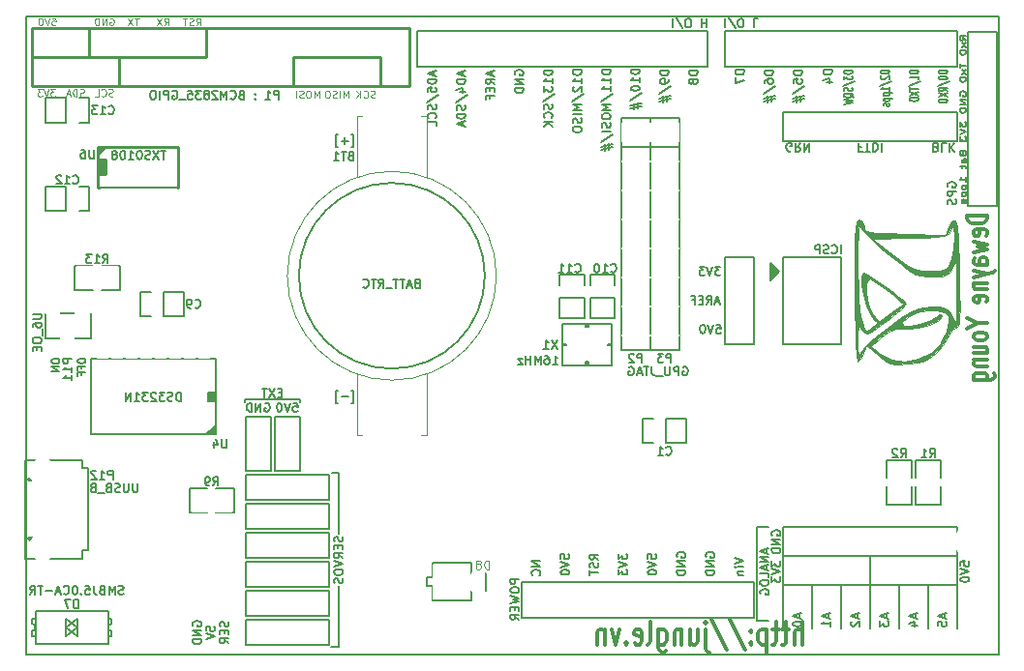
<source format=gbo>
G04 #@! TF.FileFunction,Legend,Bot*
%FSLAX46Y46*%
G04 Gerber Fmt 4.6, Leading zero omitted, Abs format (unit mm)*
G04 Created by KiCad (PCBNEW (after 2015-may-25 BZR unknown)-product) date 31/07/2015 1:29:45 PM*
%MOMM*%
G01*
G04 APERTURE LIST*
%ADD10C,0.150000*%
%ADD11C,0.304800*%
%ADD12C,0.127000*%
%ADD13C,0.101600*%
%ADD14C,0.254000*%
%ADD15C,0.100000*%
%ADD16C,0.152400*%
%ADD17R,2.032000X2.032000*%
%ADD18C,2.032000*%
%ADD19R,2.286000X2.730500*%
%ADD20R,0.927100X1.978660*%
%ADD21R,1.808480X2.006600*%
%ADD22R,1.574800X1.930400*%
%ADD23R,1.930400X1.574800*%
%ADD24R,2.006600X1.808480*%
%ADD25C,1.524000*%
%ADD26R,1.808480X1.557020*%
%ADD27R,1.107440X2.506980*%
%ADD28R,5.080000X4.064000*%
%ADD29R,2.540000X1.778000*%
%ADD30O,2.540000X1.778000*%
%ADD31R,1.879600X0.914400*%
%ADD32R,1.930400X2.108200*%
%ADD33R,2.413000X2.413000*%
%ADD34C,2.413000*%
%ADD35R,3.175000X3.048000*%
%ADD36R,1.270000X1.778000*%
%ADD37O,3.556000X5.080000*%
%ADD38R,3.556000X5.080000*%
%ADD39O,5.080000X3.556000*%
%ADD40O,1.270000X2.286000*%
%ADD41R,1.270000X1.270000*%
%ADD42C,5.080000*%
%ADD43C,3.048000*%
%ADD44O,2.032000X2.794000*%
%ADD45R,2.032000X2.794000*%
G04 APERTURE END LIST*
D10*
D11*
X109526286Y-42826097D02*
X107726286Y-42826097D01*
X107726286Y-43135621D01*
X107812000Y-43321335D01*
X107983429Y-43445144D01*
X108154857Y-43507049D01*
X108497714Y-43568954D01*
X108754857Y-43568954D01*
X109097714Y-43507049D01*
X109269143Y-43445144D01*
X109440571Y-43321335D01*
X109526286Y-43135621D01*
X109526286Y-42826097D01*
X109440571Y-44621335D02*
X109526286Y-44497525D01*
X109526286Y-44249906D01*
X109440571Y-44126097D01*
X109269143Y-44064192D01*
X108583429Y-44064192D01*
X108412000Y-44126097D01*
X108326286Y-44249906D01*
X108326286Y-44497525D01*
X108412000Y-44621335D01*
X108583429Y-44683240D01*
X108754857Y-44683240D01*
X108926286Y-44064192D01*
X108326286Y-45116573D02*
X109526286Y-45364192D01*
X108669143Y-45611811D01*
X109526286Y-45859430D01*
X108326286Y-46107049D01*
X109526286Y-47159431D02*
X108583429Y-47159431D01*
X108412000Y-47097526D01*
X108326286Y-46973716D01*
X108326286Y-46726097D01*
X108412000Y-46602288D01*
X109440571Y-47159431D02*
X109526286Y-47035621D01*
X109526286Y-46726097D01*
X109440571Y-46602288D01*
X109269143Y-46540383D01*
X109097714Y-46540383D01*
X108926286Y-46602288D01*
X108840571Y-46726097D01*
X108840571Y-47035621D01*
X108754857Y-47159431D01*
X108326286Y-47654668D02*
X109526286Y-47964192D01*
X108326286Y-48273716D02*
X109526286Y-47964192D01*
X109954857Y-47840383D01*
X110040571Y-47778478D01*
X110126286Y-47654668D01*
X108326286Y-48768954D02*
X109526286Y-48768954D01*
X108497714Y-48768954D02*
X108412000Y-48830859D01*
X108326286Y-48954668D01*
X108326286Y-49140382D01*
X108412000Y-49264192D01*
X108583429Y-49326097D01*
X109526286Y-49326097D01*
X109440571Y-50440382D02*
X109526286Y-50316572D01*
X109526286Y-50068953D01*
X109440571Y-49945144D01*
X109269143Y-49883239D01*
X108583429Y-49883239D01*
X108412000Y-49945144D01*
X108326286Y-50068953D01*
X108326286Y-50316572D01*
X108412000Y-50440382D01*
X108583429Y-50502287D01*
X108754857Y-50502287D01*
X108926286Y-49883239D01*
X108669143Y-52297525D02*
X109526286Y-52297525D01*
X107726286Y-51864192D02*
X108669143Y-52297525D01*
X107726286Y-52730858D01*
X109526286Y-53349906D02*
X109440571Y-53226097D01*
X109354857Y-53164192D01*
X109183429Y-53102287D01*
X108669143Y-53102287D01*
X108497714Y-53164192D01*
X108412000Y-53226097D01*
X108326286Y-53349906D01*
X108326286Y-53535620D01*
X108412000Y-53659430D01*
X108497714Y-53721335D01*
X108669143Y-53783239D01*
X109183429Y-53783239D01*
X109354857Y-53721335D01*
X109440571Y-53659430D01*
X109526286Y-53535620D01*
X109526286Y-53349906D01*
X108326286Y-54897525D02*
X109526286Y-54897525D01*
X108326286Y-54340382D02*
X109269143Y-54340382D01*
X109440571Y-54402287D01*
X109526286Y-54526096D01*
X109526286Y-54711810D01*
X109440571Y-54835620D01*
X109354857Y-54897525D01*
X108326286Y-55516572D02*
X109526286Y-55516572D01*
X108497714Y-55516572D02*
X108412000Y-55578477D01*
X108326286Y-55702286D01*
X108326286Y-55888000D01*
X108412000Y-56011810D01*
X108583429Y-56073715D01*
X109526286Y-56073715D01*
X108326286Y-57249905D02*
X109783429Y-57249905D01*
X109954857Y-57188000D01*
X110040571Y-57126095D01*
X110126286Y-57002286D01*
X110126286Y-56816571D01*
X110040571Y-56692762D01*
X109440571Y-57249905D02*
X109526286Y-57126095D01*
X109526286Y-56878476D01*
X109440571Y-56754667D01*
X109354857Y-56692762D01*
X109183429Y-56630857D01*
X108669143Y-56630857D01*
X108497714Y-56692762D01*
X108412000Y-56754667D01*
X108326286Y-56878476D01*
X108326286Y-57126095D01*
X108412000Y-57249905D01*
X93290570Y-80421238D02*
X93290570Y-78389238D01*
X92637427Y-80421238D02*
X92637427Y-79356857D01*
X92709998Y-79163333D01*
X92855141Y-79066571D01*
X93072856Y-79066571D01*
X93217998Y-79163333D01*
X93290570Y-79260095D01*
X92129427Y-79066571D02*
X91548856Y-79066571D01*
X91911713Y-78389238D02*
X91911713Y-80130952D01*
X91839141Y-80324476D01*
X91693999Y-80421238D01*
X91548856Y-80421238D01*
X91258570Y-79066571D02*
X90677999Y-79066571D01*
X91040856Y-78389238D02*
X91040856Y-80130952D01*
X90968284Y-80324476D01*
X90823142Y-80421238D01*
X90677999Y-80421238D01*
X90169999Y-79066571D02*
X90169999Y-81098571D01*
X90169999Y-79163333D02*
X90024856Y-79066571D01*
X89734570Y-79066571D01*
X89589427Y-79163333D01*
X89516856Y-79260095D01*
X89444285Y-79453619D01*
X89444285Y-80034190D01*
X89516856Y-80227714D01*
X89589427Y-80324476D01*
X89734570Y-80421238D01*
X90024856Y-80421238D01*
X90169999Y-80324476D01*
X88791142Y-80227714D02*
X88718570Y-80324476D01*
X88791142Y-80421238D01*
X88863713Y-80324476D01*
X88791142Y-80227714D01*
X88791142Y-80421238D01*
X88791142Y-79163333D02*
X88718570Y-79260095D01*
X88791142Y-79356857D01*
X88863713Y-79260095D01*
X88791142Y-79163333D01*
X88791142Y-79356857D01*
X86976856Y-78292476D02*
X88283142Y-80905048D01*
X85380285Y-78292476D02*
X86686571Y-80905048D01*
X84872286Y-79066571D02*
X84872286Y-80808286D01*
X84944857Y-81001810D01*
X85090000Y-81098571D01*
X85162572Y-81098571D01*
X84872286Y-78389238D02*
X84944857Y-78486000D01*
X84872286Y-78582762D01*
X84799714Y-78486000D01*
X84872286Y-78389238D01*
X84872286Y-78582762D01*
X83493429Y-79066571D02*
X83493429Y-80421238D01*
X84146572Y-79066571D02*
X84146572Y-80130952D01*
X84074000Y-80324476D01*
X83928858Y-80421238D01*
X83711143Y-80421238D01*
X83566000Y-80324476D01*
X83493429Y-80227714D01*
X82767715Y-79066571D02*
X82767715Y-80421238D01*
X82767715Y-79260095D02*
X82695143Y-79163333D01*
X82550001Y-79066571D01*
X82332286Y-79066571D01*
X82187143Y-79163333D01*
X82114572Y-79356857D01*
X82114572Y-80421238D01*
X80735715Y-79066571D02*
X80735715Y-80711524D01*
X80808286Y-80905048D01*
X80880858Y-81001810D01*
X81026001Y-81098571D01*
X81243715Y-81098571D01*
X81388858Y-81001810D01*
X80735715Y-80324476D02*
X80880858Y-80421238D01*
X81171144Y-80421238D01*
X81316286Y-80324476D01*
X81388858Y-80227714D01*
X81461429Y-80034190D01*
X81461429Y-79453619D01*
X81388858Y-79260095D01*
X81316286Y-79163333D01*
X81171144Y-79066571D01*
X80880858Y-79066571D01*
X80735715Y-79163333D01*
X79792287Y-80421238D02*
X79937429Y-80324476D01*
X80010001Y-80130952D01*
X80010001Y-78389238D01*
X78631143Y-80324476D02*
X78776286Y-80421238D01*
X79066572Y-80421238D01*
X79211715Y-80324476D01*
X79284286Y-80130952D01*
X79284286Y-79356857D01*
X79211715Y-79163333D01*
X79066572Y-79066571D01*
X78776286Y-79066571D01*
X78631143Y-79163333D01*
X78558572Y-79356857D01*
X78558572Y-79550381D01*
X79284286Y-79743905D01*
X77905429Y-80227714D02*
X77832857Y-80324476D01*
X77905429Y-80421238D01*
X77978000Y-80324476D01*
X77905429Y-80227714D01*
X77905429Y-80421238D01*
X77324858Y-79066571D02*
X76962001Y-80421238D01*
X76599143Y-79066571D01*
X76018572Y-79066571D02*
X76018572Y-80421238D01*
X76018572Y-79260095D02*
X75946000Y-79163333D01*
X75800858Y-79066571D01*
X75583143Y-79066571D01*
X75438000Y-79163333D01*
X75365429Y-79356857D01*
X75365429Y-80421238D01*
D12*
X107823000Y-42037000D02*
X107823000Y-26797000D01*
X110363000Y-42037000D02*
X107823000Y-42037000D01*
X110363000Y-26797000D02*
X110363000Y-42037000D01*
X107823000Y-26797000D02*
X110363000Y-26797000D01*
X107608310Y-27508199D02*
X107366405Y-27271133D01*
X107608310Y-27101799D02*
X107100310Y-27101799D01*
X107100310Y-27372733D01*
X107124500Y-27440466D01*
X107148690Y-27474333D01*
X107197071Y-27508199D01*
X107269643Y-27508199D01*
X107318024Y-27474333D01*
X107342214Y-27440466D01*
X107366405Y-27372733D01*
X107366405Y-27101799D01*
X107608310Y-27745266D02*
X107269643Y-28117799D01*
X107269643Y-27745266D02*
X107608310Y-28117799D01*
X107608310Y-28388732D02*
X107100310Y-28388732D01*
X107100310Y-28558066D01*
X107124500Y-28659666D01*
X107172881Y-28727399D01*
X107221262Y-28761266D01*
X107318024Y-28795132D01*
X107390595Y-28795132D01*
X107487357Y-28761266D01*
X107535738Y-28727399D01*
X107584119Y-28659666D01*
X107608310Y-28558066D01*
X107608310Y-28388732D01*
X107100310Y-29540199D02*
X107100310Y-29946599D01*
X107608310Y-29743399D02*
X107100310Y-29743399D01*
X107608310Y-30115933D02*
X107269643Y-30488466D01*
X107269643Y-30115933D02*
X107608310Y-30488466D01*
X107608310Y-30759399D02*
X107100310Y-30759399D01*
X107100310Y-30928733D01*
X107124500Y-31030333D01*
X107172881Y-31098066D01*
X107221262Y-31131933D01*
X107318024Y-31165799D01*
X107390595Y-31165799D01*
X107487357Y-31131933D01*
X107535738Y-31098066D01*
X107584119Y-31030333D01*
X107608310Y-30928733D01*
X107608310Y-30759399D01*
X107124500Y-32385000D02*
X107100310Y-32317266D01*
X107100310Y-32215666D01*
X107124500Y-32114066D01*
X107172881Y-32046333D01*
X107221262Y-32012466D01*
X107318024Y-31978600D01*
X107390595Y-31978600D01*
X107487357Y-32012466D01*
X107535738Y-32046333D01*
X107584119Y-32114066D01*
X107608310Y-32215666D01*
X107608310Y-32283400D01*
X107584119Y-32385000D01*
X107559929Y-32418866D01*
X107390595Y-32418866D01*
X107390595Y-32283400D01*
X107608310Y-32723666D02*
X107100310Y-32723666D01*
X107608310Y-33130066D01*
X107100310Y-33130066D01*
X107608310Y-33468733D02*
X107100310Y-33468733D01*
X107100310Y-33638067D01*
X107124500Y-33739667D01*
X107172881Y-33807400D01*
X107221262Y-33841267D01*
X107318024Y-33875133D01*
X107390595Y-33875133D01*
X107487357Y-33841267D01*
X107535738Y-33807400D01*
X107584119Y-33739667D01*
X107608310Y-33638067D01*
X107608310Y-33468733D01*
X107100310Y-34654067D02*
X107100310Y-35094334D01*
X107293833Y-34857267D01*
X107293833Y-34958867D01*
X107318024Y-35026600D01*
X107342214Y-35060467D01*
X107390595Y-35094334D01*
X107511548Y-35094334D01*
X107559929Y-35060467D01*
X107584119Y-35026600D01*
X107608310Y-34958867D01*
X107608310Y-34755667D01*
X107584119Y-34687934D01*
X107559929Y-34654067D01*
X107100310Y-35297533D02*
X107608310Y-35534600D01*
X107100310Y-35771667D01*
X107100310Y-35941000D02*
X107100310Y-36381267D01*
X107293833Y-36144200D01*
X107293833Y-36245800D01*
X107318024Y-36313533D01*
X107342214Y-36347400D01*
X107390595Y-36381267D01*
X107511548Y-36381267D01*
X107559929Y-36347400D01*
X107584119Y-36313533D01*
X107608310Y-36245800D01*
X107608310Y-36042600D01*
X107584119Y-35974867D01*
X107559929Y-35941000D01*
X107342214Y-37465000D02*
X107366405Y-37566600D01*
X107390595Y-37600467D01*
X107438976Y-37634333D01*
X107511548Y-37634333D01*
X107559929Y-37600467D01*
X107584119Y-37566600D01*
X107608310Y-37498867D01*
X107608310Y-37227933D01*
X107100310Y-37227933D01*
X107100310Y-37465000D01*
X107124500Y-37532733D01*
X107148690Y-37566600D01*
X107197071Y-37600467D01*
X107245452Y-37600467D01*
X107293833Y-37566600D01*
X107318024Y-37532733D01*
X107342214Y-37465000D01*
X107342214Y-37227933D01*
X107608310Y-38243933D02*
X107342214Y-38243933D01*
X107293833Y-38210067D01*
X107269643Y-38142333D01*
X107269643Y-38006867D01*
X107293833Y-37939133D01*
X107584119Y-38243933D02*
X107608310Y-38176200D01*
X107608310Y-38006867D01*
X107584119Y-37939133D01*
X107535738Y-37905267D01*
X107487357Y-37905267D01*
X107438976Y-37939133D01*
X107414786Y-38006867D01*
X107414786Y-38176200D01*
X107390595Y-38243933D01*
X107269643Y-38481000D02*
X107269643Y-38751934D01*
X107100310Y-38582600D02*
X107535738Y-38582600D01*
X107584119Y-38616467D01*
X107608310Y-38684200D01*
X107608310Y-38751934D01*
X107608310Y-39903401D02*
X107608310Y-39497001D01*
X107608310Y-39700201D02*
X107100310Y-39700201D01*
X107172881Y-39632467D01*
X107221262Y-39564734D01*
X107245452Y-39497001D01*
X107269643Y-40208200D02*
X107777643Y-40208200D01*
X107293833Y-40208200D02*
X107269643Y-40275934D01*
X107269643Y-40411400D01*
X107293833Y-40479134D01*
X107318024Y-40513000D01*
X107366405Y-40546867D01*
X107511548Y-40546867D01*
X107559929Y-40513000D01*
X107584119Y-40479134D01*
X107608310Y-40411400D01*
X107608310Y-40275934D01*
X107584119Y-40208200D01*
X107269643Y-40851667D02*
X107777643Y-40851667D01*
X107293833Y-40851667D02*
X107269643Y-40919401D01*
X107269643Y-41054867D01*
X107293833Y-41122601D01*
X107318024Y-41156467D01*
X107366405Y-41190334D01*
X107511548Y-41190334D01*
X107559929Y-41156467D01*
X107584119Y-41122601D01*
X107608310Y-41054867D01*
X107608310Y-40919401D01*
X107584119Y-40851667D01*
X107584119Y-41461268D02*
X107608310Y-41529001D01*
X107608310Y-41664468D01*
X107584119Y-41732201D01*
X107535738Y-41766068D01*
X107511548Y-41766068D01*
X107463167Y-41732201D01*
X107438976Y-41664468D01*
X107438976Y-41562868D01*
X107414786Y-41495134D01*
X107366405Y-41461268D01*
X107342214Y-41461268D01*
X107293833Y-41495134D01*
X107269643Y-41562868D01*
X107269643Y-41664468D01*
X107293833Y-41732201D01*
X40017700Y-78794428D02*
X39981414Y-78721857D01*
X39981414Y-78613000D01*
X40017700Y-78504143D01*
X40090271Y-78431571D01*
X40162843Y-78395286D01*
X40307986Y-78359000D01*
X40416843Y-78359000D01*
X40561986Y-78395286D01*
X40634557Y-78431571D01*
X40707129Y-78504143D01*
X40743414Y-78613000D01*
X40743414Y-78685571D01*
X40707129Y-78794428D01*
X40670843Y-78830714D01*
X40416843Y-78830714D01*
X40416843Y-78685571D01*
X40743414Y-79157286D02*
X39981414Y-79157286D01*
X40743414Y-79592714D01*
X39981414Y-79592714D01*
X40743414Y-79955572D02*
X39981414Y-79955572D01*
X39981414Y-80137000D01*
X40017700Y-80245857D01*
X40090271Y-80318429D01*
X40162843Y-80354714D01*
X40307986Y-80391000D01*
X40416843Y-80391000D01*
X40561986Y-80354714D01*
X40634557Y-80318429D01*
X40707129Y-80245857D01*
X40743414Y-80137000D01*
X40743414Y-79955572D01*
X41175214Y-79229858D02*
X41175214Y-78867001D01*
X41538071Y-78830715D01*
X41501786Y-78867001D01*
X41465500Y-78939572D01*
X41465500Y-79121001D01*
X41501786Y-79193572D01*
X41538071Y-79229858D01*
X41610643Y-79266143D01*
X41792071Y-79266143D01*
X41864643Y-79229858D01*
X41900929Y-79193572D01*
X41937214Y-79121001D01*
X41937214Y-78939572D01*
X41900929Y-78867001D01*
X41864643Y-78830715D01*
X41175214Y-79483857D02*
X41937214Y-79737857D01*
X41175214Y-79991857D01*
X43094729Y-78431572D02*
X43131014Y-78540429D01*
X43131014Y-78721858D01*
X43094729Y-78794429D01*
X43058443Y-78830715D01*
X42985871Y-78867000D01*
X42913300Y-78867000D01*
X42840729Y-78830715D01*
X42804443Y-78794429D01*
X42768157Y-78721858D01*
X42731871Y-78576715D01*
X42695586Y-78504143D01*
X42659300Y-78467858D01*
X42586729Y-78431572D01*
X42514157Y-78431572D01*
X42441586Y-78467858D01*
X42405300Y-78504143D01*
X42369014Y-78576715D01*
X42369014Y-78758143D01*
X42405300Y-78867000D01*
X42731871Y-79193572D02*
X42731871Y-79447572D01*
X43131014Y-79556429D02*
X43131014Y-79193572D01*
X42369014Y-79193572D01*
X42369014Y-79556429D01*
X43131014Y-80318429D02*
X42768157Y-80064429D01*
X43131014Y-79883001D02*
X42369014Y-79883001D01*
X42369014Y-80173286D01*
X42405300Y-80245858D01*
X42441586Y-80282143D01*
X42514157Y-80318429D01*
X42623014Y-80318429D01*
X42695586Y-80282143D01*
X42731871Y-80245858D01*
X42768157Y-80173286D01*
X42768157Y-79883001D01*
X105029001Y-36884429D02*
X105137858Y-36848143D01*
X105174143Y-36811857D01*
X105210429Y-36739286D01*
X105210429Y-36630429D01*
X105174143Y-36557857D01*
X105137858Y-36521571D01*
X105065286Y-36485286D01*
X104775001Y-36485286D01*
X104775001Y-37247286D01*
X105029001Y-37247286D01*
X105101572Y-37211000D01*
X105137858Y-37174714D01*
X105174143Y-37102143D01*
X105174143Y-37029571D01*
X105137858Y-36957000D01*
X105101572Y-36920714D01*
X105029001Y-36884429D01*
X104775001Y-36884429D01*
X105899858Y-36485286D02*
X105537001Y-36485286D01*
X105537001Y-37247286D01*
X106153858Y-36485286D02*
X106153858Y-37247286D01*
X106589286Y-36485286D02*
X106262715Y-36920714D01*
X106589286Y-37247286D02*
X106153858Y-36811857D01*
X92319928Y-37211000D02*
X92247357Y-37247286D01*
X92138500Y-37247286D01*
X92029643Y-37211000D01*
X91957071Y-37138429D01*
X91920786Y-37065857D01*
X91884500Y-36920714D01*
X91884500Y-36811857D01*
X91920786Y-36666714D01*
X91957071Y-36594143D01*
X92029643Y-36521571D01*
X92138500Y-36485286D01*
X92211071Y-36485286D01*
X92319928Y-36521571D01*
X92356214Y-36557857D01*
X92356214Y-36811857D01*
X92211071Y-36811857D01*
X93118214Y-36485286D02*
X92864214Y-36848143D01*
X92682786Y-36485286D02*
X92682786Y-37247286D01*
X92973071Y-37247286D01*
X93045643Y-37211000D01*
X93081928Y-37174714D01*
X93118214Y-37102143D01*
X93118214Y-36993286D01*
X93081928Y-36920714D01*
X93045643Y-36884429D01*
X92973071Y-36848143D01*
X92682786Y-36848143D01*
X93444786Y-36485286D02*
X93444786Y-37247286D01*
X93880214Y-36485286D01*
X93880214Y-37247286D01*
D13*
X27664834Y-25560262D02*
X27967215Y-25560262D01*
X27997453Y-25862643D01*
X27967215Y-25832405D01*
X27906738Y-25802167D01*
X27755548Y-25802167D01*
X27695072Y-25832405D01*
X27664834Y-25862643D01*
X27634595Y-25923119D01*
X27634595Y-26074310D01*
X27664834Y-26134786D01*
X27695072Y-26165024D01*
X27755548Y-26195262D01*
X27906738Y-26195262D01*
X27967215Y-26165024D01*
X27997453Y-26134786D01*
X27453167Y-25560262D02*
X27241500Y-26195262D01*
X27029833Y-25560262D01*
X26697214Y-25560262D02*
X26636738Y-25560262D01*
X26576262Y-25590500D01*
X26546024Y-25620738D01*
X26515786Y-25681214D01*
X26485547Y-25802167D01*
X26485547Y-25953357D01*
X26515786Y-26074310D01*
X26546024Y-26134786D01*
X26576262Y-26165024D01*
X26636738Y-26195262D01*
X26697214Y-26195262D01*
X26757690Y-26165024D01*
X26787928Y-26134786D01*
X26818167Y-26074310D01*
X26848405Y-25953357D01*
X26848405Y-25802167D01*
X26818167Y-25681214D01*
X26787928Y-25620738D01*
X26757690Y-25590500D01*
X26697214Y-25560262D01*
D12*
X74004714Y-30113515D02*
X73242714Y-30113515D01*
X73242714Y-30294943D01*
X73279000Y-30403800D01*
X73351571Y-30476372D01*
X73424143Y-30512657D01*
X73569286Y-30548943D01*
X73678143Y-30548943D01*
X73823286Y-30512657D01*
X73895857Y-30476372D01*
X73968429Y-30403800D01*
X74004714Y-30294943D01*
X74004714Y-30113515D01*
X74004714Y-31274657D02*
X74004714Y-30839229D01*
X74004714Y-31056943D02*
X73242714Y-31056943D01*
X73351571Y-30984372D01*
X73424143Y-30911800D01*
X73460429Y-30839229D01*
X73315286Y-31564943D02*
X73279000Y-31601229D01*
X73242714Y-31673800D01*
X73242714Y-31855229D01*
X73279000Y-31927800D01*
X73315286Y-31964086D01*
X73387857Y-32000371D01*
X73460429Y-32000371D01*
X73569286Y-31964086D01*
X74004714Y-31528657D01*
X74004714Y-32000371D01*
X73206429Y-32871228D02*
X74186143Y-32218085D01*
X74004714Y-33125229D02*
X73242714Y-33125229D01*
X73787000Y-33379229D01*
X73242714Y-33633229D01*
X74004714Y-33633229D01*
X74004714Y-33996086D02*
X73242714Y-33996086D01*
X73968429Y-34322657D02*
X74004714Y-34431514D01*
X74004714Y-34612943D01*
X73968429Y-34685514D01*
X73932143Y-34721800D01*
X73859571Y-34758085D01*
X73787000Y-34758085D01*
X73714429Y-34721800D01*
X73678143Y-34685514D01*
X73641857Y-34612943D01*
X73605571Y-34467800D01*
X73569286Y-34395228D01*
X73533000Y-34358943D01*
X73460429Y-34322657D01*
X73387857Y-34322657D01*
X73315286Y-34358943D01*
X73279000Y-34395228D01*
X73242714Y-34467800D01*
X73242714Y-34649228D01*
X73279000Y-34758085D01*
X73242714Y-35229799D02*
X73242714Y-35374942D01*
X73279000Y-35447514D01*
X73351571Y-35520085D01*
X73496714Y-35556371D01*
X73750714Y-35556371D01*
X73895857Y-35520085D01*
X73968429Y-35447514D01*
X74004714Y-35374942D01*
X74004714Y-35229799D01*
X73968429Y-35157228D01*
X73895857Y-35084657D01*
X73750714Y-35048371D01*
X73496714Y-35048371D01*
X73351571Y-35084657D01*
X73279000Y-35157228D01*
X73242714Y-35229799D01*
X61087000Y-30198786D02*
X61087000Y-30561643D01*
X61304714Y-30126214D02*
X60542714Y-30380214D01*
X61304714Y-30634214D01*
X61304714Y-30888215D02*
X60542714Y-30888215D01*
X60542714Y-31069643D01*
X60579000Y-31178500D01*
X60651571Y-31251072D01*
X60724143Y-31287357D01*
X60869286Y-31323643D01*
X60978143Y-31323643D01*
X61123286Y-31287357D01*
X61195857Y-31251072D01*
X61268429Y-31178500D01*
X61304714Y-31069643D01*
X61304714Y-30888215D01*
X60542714Y-32013072D02*
X60542714Y-31650215D01*
X60905571Y-31613929D01*
X60869286Y-31650215D01*
X60833000Y-31722786D01*
X60833000Y-31904215D01*
X60869286Y-31976786D01*
X60905571Y-32013072D01*
X60978143Y-32049357D01*
X61159571Y-32049357D01*
X61232143Y-32013072D01*
X61268429Y-31976786D01*
X61304714Y-31904215D01*
X61304714Y-31722786D01*
X61268429Y-31650215D01*
X61232143Y-31613929D01*
X60506429Y-32920214D02*
X61486143Y-32267071D01*
X61268429Y-33137929D02*
X61304714Y-33246786D01*
X61304714Y-33428215D01*
X61268429Y-33500786D01*
X61232143Y-33537072D01*
X61159571Y-33573357D01*
X61087000Y-33573357D01*
X61014429Y-33537072D01*
X60978143Y-33500786D01*
X60941857Y-33428215D01*
X60905571Y-33283072D01*
X60869286Y-33210500D01*
X60833000Y-33174215D01*
X60760429Y-33137929D01*
X60687857Y-33137929D01*
X60615286Y-33174215D01*
X60579000Y-33210500D01*
X60542714Y-33283072D01*
X60542714Y-33464500D01*
X60579000Y-33573357D01*
X61232143Y-34335357D02*
X61268429Y-34299071D01*
X61304714Y-34190214D01*
X61304714Y-34117643D01*
X61268429Y-34008786D01*
X61195857Y-33936214D01*
X61123286Y-33899929D01*
X60978143Y-33863643D01*
X60869286Y-33863643D01*
X60724143Y-33899929D01*
X60651571Y-33936214D01*
X60579000Y-34008786D01*
X60542714Y-34117643D01*
X60542714Y-34190214D01*
X60579000Y-34299071D01*
X60615286Y-34335357D01*
X61304714Y-35024786D02*
X61304714Y-34661929D01*
X60542714Y-34661929D01*
X63627000Y-30244143D02*
X63627000Y-30607000D01*
X63844714Y-30171571D02*
X63082714Y-30425571D01*
X63844714Y-30679571D01*
X63844714Y-30933572D02*
X63082714Y-30933572D01*
X63082714Y-31115000D01*
X63119000Y-31223857D01*
X63191571Y-31296429D01*
X63264143Y-31332714D01*
X63409286Y-31369000D01*
X63518143Y-31369000D01*
X63663286Y-31332714D01*
X63735857Y-31296429D01*
X63808429Y-31223857D01*
X63844714Y-31115000D01*
X63844714Y-30933572D01*
X63336714Y-32022143D02*
X63844714Y-32022143D01*
X63046429Y-31840714D02*
X63590714Y-31659286D01*
X63590714Y-32131000D01*
X63046429Y-32965571D02*
X64026143Y-32312428D01*
X63808429Y-33183286D02*
X63844714Y-33292143D01*
X63844714Y-33473572D01*
X63808429Y-33546143D01*
X63772143Y-33582429D01*
X63699571Y-33618714D01*
X63627000Y-33618714D01*
X63554429Y-33582429D01*
X63518143Y-33546143D01*
X63481857Y-33473572D01*
X63445571Y-33328429D01*
X63409286Y-33255857D01*
X63373000Y-33219572D01*
X63300429Y-33183286D01*
X63227857Y-33183286D01*
X63155286Y-33219572D01*
X63119000Y-33255857D01*
X63082714Y-33328429D01*
X63082714Y-33509857D01*
X63119000Y-33618714D01*
X63844714Y-33945286D02*
X63082714Y-33945286D01*
X63082714Y-34126714D01*
X63119000Y-34235571D01*
X63191571Y-34308143D01*
X63264143Y-34344428D01*
X63409286Y-34380714D01*
X63518143Y-34380714D01*
X63663286Y-34344428D01*
X63735857Y-34308143D01*
X63808429Y-34235571D01*
X63844714Y-34126714D01*
X63844714Y-33945286D01*
X63627000Y-34671000D02*
X63627000Y-35033857D01*
X63844714Y-34598428D02*
X63082714Y-34852428D01*
X63844714Y-35106428D01*
X66167000Y-30198786D02*
X66167000Y-30561643D01*
X66384714Y-30126214D02*
X65622714Y-30380214D01*
X66384714Y-30634214D01*
X66384714Y-31323643D02*
X66021857Y-31069643D01*
X66384714Y-30888215D02*
X65622714Y-30888215D01*
X65622714Y-31178500D01*
X65659000Y-31251072D01*
X65695286Y-31287357D01*
X65767857Y-31323643D01*
X65876714Y-31323643D01*
X65949286Y-31287357D01*
X65985571Y-31251072D01*
X66021857Y-31178500D01*
X66021857Y-30888215D01*
X65985571Y-31650215D02*
X65985571Y-31904215D01*
X66384714Y-32013072D02*
X66384714Y-31650215D01*
X65622714Y-31650215D01*
X65622714Y-32013072D01*
X65985571Y-32593644D02*
X65985571Y-32339644D01*
X66384714Y-32339644D02*
X65622714Y-32339644D01*
X65622714Y-32702501D01*
X68199000Y-30534428D02*
X68162714Y-30461857D01*
X68162714Y-30353000D01*
X68199000Y-30244143D01*
X68271571Y-30171571D01*
X68344143Y-30135286D01*
X68489286Y-30099000D01*
X68598143Y-30099000D01*
X68743286Y-30135286D01*
X68815857Y-30171571D01*
X68888429Y-30244143D01*
X68924714Y-30353000D01*
X68924714Y-30425571D01*
X68888429Y-30534428D01*
X68852143Y-30570714D01*
X68598143Y-30570714D01*
X68598143Y-30425571D01*
X68924714Y-30897286D02*
X68162714Y-30897286D01*
X68924714Y-31332714D01*
X68162714Y-31332714D01*
X68924714Y-31695572D02*
X68162714Y-31695572D01*
X68162714Y-31877000D01*
X68199000Y-31985857D01*
X68271571Y-32058429D01*
X68344143Y-32094714D01*
X68489286Y-32131000D01*
X68598143Y-32131000D01*
X68743286Y-32094714D01*
X68815857Y-32058429D01*
X68888429Y-31985857D01*
X68924714Y-31877000D01*
X68924714Y-31695572D01*
X71464714Y-30126215D02*
X70702714Y-30126215D01*
X70702714Y-30307643D01*
X70739000Y-30416500D01*
X70811571Y-30489072D01*
X70884143Y-30525357D01*
X71029286Y-30561643D01*
X71138143Y-30561643D01*
X71283286Y-30525357D01*
X71355857Y-30489072D01*
X71428429Y-30416500D01*
X71464714Y-30307643D01*
X71464714Y-30126215D01*
X71464714Y-31287357D02*
X71464714Y-30851929D01*
X71464714Y-31069643D02*
X70702714Y-31069643D01*
X70811571Y-30997072D01*
X70884143Y-30924500D01*
X70920429Y-30851929D01*
X70702714Y-31541357D02*
X70702714Y-32013071D01*
X70993000Y-31759071D01*
X70993000Y-31867929D01*
X71029286Y-31940500D01*
X71065571Y-31976786D01*
X71138143Y-32013071D01*
X71319571Y-32013071D01*
X71392143Y-31976786D01*
X71428429Y-31940500D01*
X71464714Y-31867929D01*
X71464714Y-31650214D01*
X71428429Y-31577643D01*
X71392143Y-31541357D01*
X70666429Y-32883928D02*
X71646143Y-32230785D01*
X71428429Y-33101643D02*
X71464714Y-33210500D01*
X71464714Y-33391929D01*
X71428429Y-33464500D01*
X71392143Y-33500786D01*
X71319571Y-33537071D01*
X71247000Y-33537071D01*
X71174429Y-33500786D01*
X71138143Y-33464500D01*
X71101857Y-33391929D01*
X71065571Y-33246786D01*
X71029286Y-33174214D01*
X70993000Y-33137929D01*
X70920429Y-33101643D01*
X70847857Y-33101643D01*
X70775286Y-33137929D01*
X70739000Y-33174214D01*
X70702714Y-33246786D01*
X70702714Y-33428214D01*
X70739000Y-33537071D01*
X71392143Y-34299071D02*
X71428429Y-34262785D01*
X71464714Y-34153928D01*
X71464714Y-34081357D01*
X71428429Y-33972500D01*
X71355857Y-33899928D01*
X71283286Y-33863643D01*
X71138143Y-33827357D01*
X71029286Y-33827357D01*
X70884143Y-33863643D01*
X70811571Y-33899928D01*
X70739000Y-33972500D01*
X70702714Y-34081357D01*
X70702714Y-34153928D01*
X70739000Y-34262785D01*
X70775286Y-34299071D01*
X71464714Y-34625643D02*
X70702714Y-34625643D01*
X71464714Y-35061071D02*
X71029286Y-34734500D01*
X70702714Y-35061071D02*
X71138143Y-34625643D01*
X76544714Y-30082672D02*
X75782714Y-30082672D01*
X75782714Y-30264100D01*
X75819000Y-30372957D01*
X75891571Y-30445529D01*
X75964143Y-30481814D01*
X76109286Y-30518100D01*
X76218143Y-30518100D01*
X76363286Y-30481814D01*
X76435857Y-30445529D01*
X76508429Y-30372957D01*
X76544714Y-30264100D01*
X76544714Y-30082672D01*
X76544714Y-31243814D02*
X76544714Y-30808386D01*
X76544714Y-31026100D02*
X75782714Y-31026100D01*
X75891571Y-30953529D01*
X75964143Y-30880957D01*
X76000429Y-30808386D01*
X76544714Y-31969528D02*
X76544714Y-31534100D01*
X76544714Y-31751814D02*
X75782714Y-31751814D01*
X75891571Y-31679243D01*
X75964143Y-31606671D01*
X76000429Y-31534100D01*
X75746429Y-32840385D02*
X76726143Y-32187242D01*
X76544714Y-33094386D02*
X75782714Y-33094386D01*
X76327000Y-33348386D01*
X75782714Y-33602386D01*
X76544714Y-33602386D01*
X75782714Y-34110385D02*
X75782714Y-34255528D01*
X75819000Y-34328100D01*
X75891571Y-34400671D01*
X76036714Y-34436957D01*
X76290714Y-34436957D01*
X76435857Y-34400671D01*
X76508429Y-34328100D01*
X76544714Y-34255528D01*
X76544714Y-34110385D01*
X76508429Y-34037814D01*
X76435857Y-33965243D01*
X76290714Y-33928957D01*
X76036714Y-33928957D01*
X75891571Y-33965243D01*
X75819000Y-34037814D01*
X75782714Y-34110385D01*
X76508429Y-34727243D02*
X76544714Y-34836100D01*
X76544714Y-35017529D01*
X76508429Y-35090100D01*
X76472143Y-35126386D01*
X76399571Y-35162671D01*
X76327000Y-35162671D01*
X76254429Y-35126386D01*
X76218143Y-35090100D01*
X76181857Y-35017529D01*
X76145571Y-34872386D01*
X76109286Y-34799814D01*
X76073000Y-34763529D01*
X76000429Y-34727243D01*
X75927857Y-34727243D01*
X75855286Y-34763529D01*
X75819000Y-34799814D01*
X75782714Y-34872386D01*
X75782714Y-35053814D01*
X75819000Y-35162671D01*
X76544714Y-35489243D02*
X75782714Y-35489243D01*
X75746429Y-36396385D02*
X76726143Y-35743242D01*
X76036714Y-36614100D02*
X76036714Y-37158386D01*
X75710143Y-36831814D02*
X76689857Y-36614100D01*
X76363286Y-37085814D02*
X76363286Y-36541528D01*
X76689857Y-36868100D02*
X75710143Y-37085814D01*
X79084714Y-30044572D02*
X78322714Y-30044572D01*
X78322714Y-30226000D01*
X78359000Y-30334857D01*
X78431571Y-30407429D01*
X78504143Y-30443714D01*
X78649286Y-30480000D01*
X78758143Y-30480000D01*
X78903286Y-30443714D01*
X78975857Y-30407429D01*
X79048429Y-30334857D01*
X79084714Y-30226000D01*
X79084714Y-30044572D01*
X79084714Y-31205714D02*
X79084714Y-30770286D01*
X79084714Y-30988000D02*
X78322714Y-30988000D01*
X78431571Y-30915429D01*
X78504143Y-30842857D01*
X78540429Y-30770286D01*
X78322714Y-31677428D02*
X78322714Y-31750000D01*
X78359000Y-31822571D01*
X78395286Y-31858857D01*
X78467857Y-31895143D01*
X78613000Y-31931428D01*
X78794429Y-31931428D01*
X78939571Y-31895143D01*
X79012143Y-31858857D01*
X79048429Y-31822571D01*
X79084714Y-31750000D01*
X79084714Y-31677428D01*
X79048429Y-31604857D01*
X79012143Y-31568571D01*
X78939571Y-31532286D01*
X78794429Y-31496000D01*
X78613000Y-31496000D01*
X78467857Y-31532286D01*
X78395286Y-31568571D01*
X78359000Y-31604857D01*
X78322714Y-31677428D01*
X78286429Y-32802285D02*
X79266143Y-32149142D01*
X78576714Y-33020000D02*
X78576714Y-33564286D01*
X78250143Y-33237714D02*
X79229857Y-33020000D01*
X78903286Y-33491714D02*
X78903286Y-32947428D01*
X79229857Y-33274000D02*
X78250143Y-33491714D01*
X81624714Y-30153429D02*
X80862714Y-30153429D01*
X80862714Y-30334857D01*
X80899000Y-30443714D01*
X80971571Y-30516286D01*
X81044143Y-30552571D01*
X81189286Y-30588857D01*
X81298143Y-30588857D01*
X81443286Y-30552571D01*
X81515857Y-30516286D01*
X81588429Y-30443714D01*
X81624714Y-30334857D01*
X81624714Y-30153429D01*
X81624714Y-30951714D02*
X81624714Y-31096857D01*
X81588429Y-31169429D01*
X81552143Y-31205714D01*
X81443286Y-31278286D01*
X81298143Y-31314571D01*
X81007857Y-31314571D01*
X80935286Y-31278286D01*
X80899000Y-31242000D01*
X80862714Y-31169429D01*
X80862714Y-31024286D01*
X80899000Y-30951714D01*
X80935286Y-30915429D01*
X81007857Y-30879143D01*
X81189286Y-30879143D01*
X81261857Y-30915429D01*
X81298143Y-30951714D01*
X81334429Y-31024286D01*
X81334429Y-31169429D01*
X81298143Y-31242000D01*
X81261857Y-31278286D01*
X81189286Y-31314571D01*
X80826429Y-32185428D02*
X81806143Y-31532285D01*
X81116714Y-32403143D02*
X81116714Y-32947429D01*
X80790143Y-32620857D02*
X81769857Y-32403143D01*
X81443286Y-32874857D02*
X81443286Y-32330571D01*
X81769857Y-32657143D02*
X80790143Y-32874857D01*
X84164714Y-30171572D02*
X83402714Y-30171572D01*
X83402714Y-30353000D01*
X83439000Y-30461857D01*
X83511571Y-30534429D01*
X83584143Y-30570714D01*
X83729286Y-30607000D01*
X83838143Y-30607000D01*
X83983286Y-30570714D01*
X84055857Y-30534429D01*
X84128429Y-30461857D01*
X84164714Y-30353000D01*
X84164714Y-30171572D01*
X83729286Y-31042429D02*
X83693000Y-30969857D01*
X83656714Y-30933572D01*
X83584143Y-30897286D01*
X83547857Y-30897286D01*
X83475286Y-30933572D01*
X83439000Y-30969857D01*
X83402714Y-31042429D01*
X83402714Y-31187572D01*
X83439000Y-31260143D01*
X83475286Y-31296429D01*
X83547857Y-31332714D01*
X83584143Y-31332714D01*
X83656714Y-31296429D01*
X83693000Y-31260143D01*
X83729286Y-31187572D01*
X83729286Y-31042429D01*
X83765571Y-30969857D01*
X83801857Y-30933572D01*
X83874429Y-30897286D01*
X84019571Y-30897286D01*
X84092143Y-30933572D01*
X84128429Y-30969857D01*
X84164714Y-31042429D01*
X84164714Y-31187572D01*
X84128429Y-31260143D01*
X84092143Y-31296429D01*
X84019571Y-31332714D01*
X83874429Y-31332714D01*
X83801857Y-31296429D01*
X83765571Y-31260143D01*
X83729286Y-31187572D01*
X88228714Y-30108072D02*
X87466714Y-30108072D01*
X87466714Y-30289500D01*
X87503000Y-30398357D01*
X87575571Y-30470929D01*
X87648143Y-30507214D01*
X87793286Y-30543500D01*
X87902143Y-30543500D01*
X88047286Y-30507214D01*
X88119857Y-30470929D01*
X88192429Y-30398357D01*
X88228714Y-30289500D01*
X88228714Y-30108072D01*
X87466714Y-30797500D02*
X87466714Y-31305500D01*
X88228714Y-30978929D01*
X90768714Y-30153429D02*
X90006714Y-30153429D01*
X90006714Y-30334857D01*
X90043000Y-30443714D01*
X90115571Y-30516286D01*
X90188143Y-30552571D01*
X90333286Y-30588857D01*
X90442143Y-30588857D01*
X90587286Y-30552571D01*
X90659857Y-30516286D01*
X90732429Y-30443714D01*
X90768714Y-30334857D01*
X90768714Y-30153429D01*
X90006714Y-31242000D02*
X90006714Y-31096857D01*
X90043000Y-31024286D01*
X90079286Y-30988000D01*
X90188143Y-30915429D01*
X90333286Y-30879143D01*
X90623571Y-30879143D01*
X90696143Y-30915429D01*
X90732429Y-30951714D01*
X90768714Y-31024286D01*
X90768714Y-31169429D01*
X90732429Y-31242000D01*
X90696143Y-31278286D01*
X90623571Y-31314571D01*
X90442143Y-31314571D01*
X90369571Y-31278286D01*
X90333286Y-31242000D01*
X90297000Y-31169429D01*
X90297000Y-31024286D01*
X90333286Y-30951714D01*
X90369571Y-30915429D01*
X90442143Y-30879143D01*
X89970429Y-32185428D02*
X90950143Y-31532285D01*
X90260714Y-32403143D02*
X90260714Y-32947429D01*
X89934143Y-32620857D02*
X90913857Y-32403143D01*
X90587286Y-32874857D02*
X90587286Y-32330571D01*
X90913857Y-32657143D02*
X89934143Y-32874857D01*
X93308714Y-30153429D02*
X92546714Y-30153429D01*
X92546714Y-30334857D01*
X92583000Y-30443714D01*
X92655571Y-30516286D01*
X92728143Y-30552571D01*
X92873286Y-30588857D01*
X92982143Y-30588857D01*
X93127286Y-30552571D01*
X93199857Y-30516286D01*
X93272429Y-30443714D01*
X93308714Y-30334857D01*
X93308714Y-30153429D01*
X92546714Y-31278286D02*
X92546714Y-30915429D01*
X92909571Y-30879143D01*
X92873286Y-30915429D01*
X92837000Y-30988000D01*
X92837000Y-31169429D01*
X92873286Y-31242000D01*
X92909571Y-31278286D01*
X92982143Y-31314571D01*
X93163571Y-31314571D01*
X93236143Y-31278286D01*
X93272429Y-31242000D01*
X93308714Y-31169429D01*
X93308714Y-30988000D01*
X93272429Y-30915429D01*
X93236143Y-30879143D01*
X92510429Y-32185428D02*
X93490143Y-31532285D01*
X92800714Y-32403143D02*
X92800714Y-32947429D01*
X92474143Y-32620857D02*
X93453857Y-32403143D01*
X93127286Y-32874857D02*
X93127286Y-32330571D01*
X93453857Y-32657143D02*
X92474143Y-32874857D01*
X95912214Y-30108072D02*
X95150214Y-30108072D01*
X95150214Y-30289500D01*
X95186500Y-30398357D01*
X95259071Y-30470929D01*
X95331643Y-30507214D01*
X95476786Y-30543500D01*
X95585643Y-30543500D01*
X95730786Y-30507214D01*
X95803357Y-30470929D01*
X95875929Y-30398357D01*
X95912214Y-30289500D01*
X95912214Y-30108072D01*
X95404214Y-31196643D02*
X95912214Y-31196643D01*
X95113929Y-31015214D02*
X95658214Y-30833786D01*
X95658214Y-31305500D01*
X97690214Y-30183667D02*
X96928214Y-30183667D01*
X96928214Y-30304620D01*
X96964500Y-30377191D01*
X97037071Y-30425572D01*
X97109643Y-30449763D01*
X97254786Y-30473953D01*
X97363643Y-30473953D01*
X97508786Y-30449763D01*
X97581357Y-30425572D01*
X97653929Y-30377191D01*
X97690214Y-30304620D01*
X97690214Y-30183667D01*
X96928214Y-30643286D02*
X96928214Y-30957763D01*
X97218500Y-30788429D01*
X97218500Y-30861001D01*
X97254786Y-30909382D01*
X97291071Y-30933572D01*
X97363643Y-30957763D01*
X97545071Y-30957763D01*
X97617643Y-30933572D01*
X97653929Y-30909382D01*
X97690214Y-30861001D01*
X97690214Y-30715858D01*
X97653929Y-30667477D01*
X97617643Y-30643286D01*
X96891929Y-31538335D02*
X97871643Y-31102906D01*
X97653929Y-31683477D02*
X97690214Y-31756048D01*
X97690214Y-31877001D01*
X97653929Y-31925382D01*
X97617643Y-31949572D01*
X97545071Y-31973763D01*
X97472500Y-31973763D01*
X97399929Y-31949572D01*
X97363643Y-31925382D01*
X97327357Y-31877001D01*
X97291071Y-31780239D01*
X97254786Y-31731858D01*
X97218500Y-31707667D01*
X97145929Y-31683477D01*
X97073357Y-31683477D01*
X97000786Y-31707667D01*
X96964500Y-31731858D01*
X96928214Y-31780239D01*
X96928214Y-31901191D01*
X96964500Y-31973763D01*
X97762786Y-32530144D02*
X97726500Y-32481763D01*
X97653929Y-32433382D01*
X97545071Y-32360811D01*
X97508786Y-32312430D01*
X97508786Y-32264049D01*
X97690214Y-32288239D02*
X97653929Y-32239858D01*
X97581357Y-32191477D01*
X97436214Y-32167287D01*
X97182214Y-32167287D01*
X97037071Y-32191477D01*
X96964500Y-32239858D01*
X96928214Y-32288239D01*
X96928214Y-32385001D01*
X96964500Y-32433382D01*
X97037071Y-32481763D01*
X97182214Y-32505954D01*
X97436214Y-32505954D01*
X97581357Y-32481763D01*
X97653929Y-32433382D01*
X97690214Y-32385001D01*
X97690214Y-32288239D01*
X96928214Y-32675286D02*
X97690214Y-32796239D01*
X97145929Y-32893001D01*
X97690214Y-32989763D01*
X96928214Y-33110715D01*
X100928714Y-30138309D02*
X100166714Y-30138309D01*
X100166714Y-30259262D01*
X100203000Y-30331833D01*
X100275571Y-30380214D01*
X100348143Y-30404405D01*
X100493286Y-30428595D01*
X100602143Y-30428595D01*
X100747286Y-30404405D01*
X100819857Y-30380214D01*
X100892429Y-30331833D01*
X100928714Y-30259262D01*
X100928714Y-30138309D01*
X100239286Y-30622119D02*
X100203000Y-30646309D01*
X100166714Y-30694690D01*
X100166714Y-30815643D01*
X100203000Y-30864024D01*
X100239286Y-30888214D01*
X100311857Y-30912405D01*
X100384429Y-30912405D01*
X100493286Y-30888214D01*
X100928714Y-30597928D01*
X100928714Y-30912405D01*
X100130429Y-31492977D02*
X101110143Y-31057548D01*
X100928714Y-31928405D02*
X100928714Y-31638119D01*
X100928714Y-31783262D02*
X100166714Y-31783262D01*
X100275571Y-31734881D01*
X100348143Y-31686500D01*
X100384429Y-31638119D01*
X100420714Y-32146119D02*
X101182714Y-32146119D01*
X100457000Y-32146119D02*
X100420714Y-32194500D01*
X100420714Y-32291262D01*
X100457000Y-32339643D01*
X100493286Y-32363834D01*
X100565857Y-32388024D01*
X100783571Y-32388024D01*
X100856143Y-32363834D01*
X100892429Y-32339643D01*
X100928714Y-32291262D01*
X100928714Y-32194500D01*
X100892429Y-32146119D01*
X100420714Y-32605738D02*
X101182714Y-32605738D01*
X100457000Y-32605738D02*
X100420714Y-32654119D01*
X100420714Y-32750881D01*
X100457000Y-32799262D01*
X100493286Y-32823453D01*
X100565857Y-32847643D01*
X100783571Y-32847643D01*
X100856143Y-32823453D01*
X100892429Y-32799262D01*
X100928714Y-32750881D01*
X100928714Y-32654119D01*
X100892429Y-32605738D01*
X100892429Y-33041167D02*
X100928714Y-33089548D01*
X100928714Y-33186310D01*
X100892429Y-33234691D01*
X100819857Y-33258881D01*
X100783571Y-33258881D01*
X100711000Y-33234691D01*
X100674714Y-33186310D01*
X100674714Y-33113738D01*
X100638429Y-33065357D01*
X100565857Y-33041167D01*
X100529571Y-33041167D01*
X100457000Y-33065357D01*
X100420714Y-33113738D01*
X100420714Y-33186310D01*
X100457000Y-33234691D01*
X103468714Y-30165523D02*
X102706714Y-30165523D01*
X102706714Y-30286476D01*
X102743000Y-30359047D01*
X102815571Y-30407428D01*
X102888143Y-30431619D01*
X103033286Y-30455809D01*
X103142143Y-30455809D01*
X103287286Y-30431619D01*
X103359857Y-30407428D01*
X103432429Y-30359047D01*
X103468714Y-30286476D01*
X103468714Y-30165523D01*
X103468714Y-30939619D02*
X103468714Y-30649333D01*
X103468714Y-30794476D02*
X102706714Y-30794476D01*
X102815571Y-30746095D01*
X102888143Y-30697714D01*
X102924429Y-30649333D01*
X102670429Y-31520191D02*
X103650143Y-31084762D01*
X102706714Y-31616952D02*
X102706714Y-31907238D01*
X103468714Y-31762095D02*
X102706714Y-31762095D01*
X102706714Y-32028190D02*
X103468714Y-32366857D01*
X102706714Y-32366857D02*
X103468714Y-32028190D01*
X103468714Y-32560381D02*
X102706714Y-32560381D01*
X102706714Y-32681334D01*
X102743000Y-32753905D01*
X102815571Y-32802286D01*
X102888143Y-32826477D01*
X103033286Y-32850667D01*
X103142143Y-32850667D01*
X103287286Y-32826477D01*
X103359857Y-32802286D01*
X103432429Y-32753905D01*
X103468714Y-32681334D01*
X103468714Y-32560381D01*
X106008714Y-30168547D02*
X105246714Y-30168547D01*
X105246714Y-30289500D01*
X105283000Y-30362071D01*
X105355571Y-30410452D01*
X105428143Y-30434643D01*
X105573286Y-30458833D01*
X105682143Y-30458833D01*
X105827286Y-30434643D01*
X105899857Y-30410452D01*
X105972429Y-30362071D01*
X106008714Y-30289500D01*
X106008714Y-30168547D01*
X105246714Y-30773309D02*
X105246714Y-30821690D01*
X105283000Y-30870071D01*
X105319286Y-30894262D01*
X105391857Y-30918452D01*
X105537000Y-30942643D01*
X105718429Y-30942643D01*
X105863571Y-30918452D01*
X105936143Y-30894262D01*
X105972429Y-30870071D01*
X106008714Y-30821690D01*
X106008714Y-30773309D01*
X105972429Y-30724928D01*
X105936143Y-30700738D01*
X105863571Y-30676547D01*
X105718429Y-30652357D01*
X105537000Y-30652357D01*
X105391857Y-30676547D01*
X105319286Y-30700738D01*
X105283000Y-30724928D01*
X105246714Y-30773309D01*
X105210429Y-31523215D02*
X106190143Y-31087786D01*
X106008714Y-31982833D02*
X105645857Y-31813500D01*
X106008714Y-31692547D02*
X105246714Y-31692547D01*
X105246714Y-31886071D01*
X105283000Y-31934452D01*
X105319286Y-31958643D01*
X105391857Y-31982833D01*
X105500714Y-31982833D01*
X105573286Y-31958643D01*
X105609571Y-31934452D01*
X105645857Y-31886071D01*
X105645857Y-31692547D01*
X105246714Y-32152166D02*
X106008714Y-32490833D01*
X105246714Y-32490833D02*
X106008714Y-32152166D01*
X106008714Y-32684357D02*
X105246714Y-32684357D01*
X105246714Y-32805310D01*
X105283000Y-32877881D01*
X105355571Y-32926262D01*
X105428143Y-32950453D01*
X105573286Y-32974643D01*
X105682143Y-32974643D01*
X105827286Y-32950453D01*
X105899857Y-32926262D01*
X105972429Y-32877881D01*
X106008714Y-32805310D01*
X106008714Y-32684357D01*
X86550501Y-25626786D02*
X86550501Y-26388786D01*
X87457643Y-26425071D02*
X86804500Y-25445357D01*
X87856786Y-26388786D02*
X88001929Y-26388786D01*
X88074501Y-26352500D01*
X88147072Y-26279929D01*
X88183358Y-26134786D01*
X88183358Y-25880786D01*
X88147072Y-25735643D01*
X88074501Y-25663071D01*
X88001929Y-25626786D01*
X87856786Y-25626786D01*
X87784215Y-25663071D01*
X87711644Y-25735643D01*
X87675358Y-25880786D01*
X87675358Y-26134786D01*
X87711644Y-26279929D01*
X87784215Y-26352500D01*
X87856786Y-26388786D01*
X89453358Y-25626786D02*
X89090501Y-25626786D01*
X89090501Y-26388786D01*
X81951286Y-25626786D02*
X81951286Y-26388786D01*
X82858428Y-26425071D02*
X82205285Y-25445357D01*
X83257571Y-26388786D02*
X83402714Y-26388786D01*
X83475286Y-26352500D01*
X83547857Y-26279929D01*
X83584143Y-26134786D01*
X83584143Y-25880786D01*
X83547857Y-25735643D01*
X83475286Y-25663071D01*
X83402714Y-25626786D01*
X83257571Y-25626786D01*
X83185000Y-25663071D01*
X83112429Y-25735643D01*
X83076143Y-25880786D01*
X83076143Y-26134786D01*
X83112429Y-26279929D01*
X83185000Y-26352500D01*
X83257571Y-26388786D01*
X84491286Y-25626786D02*
X84491286Y-26388786D01*
X84491286Y-26025929D02*
X84926714Y-26025929D01*
X84926714Y-25626786D02*
X84926714Y-26388786D01*
X59626500Y-26670000D02*
X85026500Y-26670000D01*
X59626500Y-29845000D02*
X59626500Y-26670000D01*
X85026500Y-29845000D02*
X59626500Y-29845000D01*
X85026500Y-26670000D02*
X85026500Y-29845000D01*
X86550500Y-29845000D02*
X86550500Y-26670000D01*
X106870500Y-29845000D02*
X86550500Y-29845000D01*
X106870500Y-26670000D02*
X106870500Y-29845000D01*
X86550500Y-26670000D02*
X106870500Y-26670000D01*
X91630500Y-36322000D02*
X91630500Y-33782000D01*
X106870500Y-36322000D02*
X91630500Y-36322000D01*
X106870500Y-33782000D02*
X106870500Y-36322000D01*
X91630500Y-33782000D02*
X106870500Y-33782000D01*
X98506644Y-36884429D02*
X98252644Y-36884429D01*
X98252644Y-36485286D02*
X98252644Y-37247286D01*
X98615501Y-37247286D01*
X98796929Y-37247286D02*
X99232358Y-37247286D01*
X99014644Y-36485286D02*
X99014644Y-37247286D01*
X99486358Y-36485286D02*
X99486358Y-37247286D01*
X99667786Y-37247286D01*
X99776643Y-37211000D01*
X99849215Y-37138429D01*
X99885500Y-37065857D01*
X99921786Y-36920714D01*
X99921786Y-36811857D01*
X99885500Y-36666714D01*
X99849215Y-36594143D01*
X99776643Y-36521571D01*
X99667786Y-36485286D01*
X99486358Y-36485286D01*
X100248358Y-36485286D02*
X100248358Y-37247286D01*
X106045000Y-40349714D02*
X106008714Y-40277143D01*
X106008714Y-40168286D01*
X106045000Y-40059429D01*
X106117571Y-39986857D01*
X106190143Y-39950572D01*
X106335286Y-39914286D01*
X106444143Y-39914286D01*
X106589286Y-39950572D01*
X106661857Y-39986857D01*
X106734429Y-40059429D01*
X106770714Y-40168286D01*
X106770714Y-40240857D01*
X106734429Y-40349714D01*
X106698143Y-40386000D01*
X106444143Y-40386000D01*
X106444143Y-40240857D01*
X106770714Y-40712572D02*
X106008714Y-40712572D01*
X106008714Y-41002857D01*
X106045000Y-41075429D01*
X106081286Y-41111714D01*
X106153857Y-41148000D01*
X106262714Y-41148000D01*
X106335286Y-41111714D01*
X106371571Y-41075429D01*
X106407857Y-41002857D01*
X106407857Y-40712572D01*
X106734429Y-41438286D02*
X106770714Y-41547143D01*
X106770714Y-41728572D01*
X106734429Y-41801143D01*
X106698143Y-41837429D01*
X106625571Y-41873714D01*
X106553000Y-41873714D01*
X106480429Y-41837429D01*
X106444143Y-41801143D01*
X106407857Y-41728572D01*
X106371571Y-41583429D01*
X106335286Y-41510857D01*
X106299000Y-41474572D01*
X106226429Y-41438286D01*
X106153857Y-41438286D01*
X106081286Y-41474572D01*
X106045000Y-41510857D01*
X106008714Y-41583429D01*
X106008714Y-41764857D01*
X106045000Y-41873714D01*
X96692356Y-46191714D02*
X96692356Y-45429714D01*
X95894071Y-46119143D02*
X95930357Y-46155429D01*
X96039214Y-46191714D01*
X96111785Y-46191714D01*
X96220642Y-46155429D01*
X96293214Y-46082857D01*
X96329499Y-46010286D01*
X96365785Y-45865143D01*
X96365785Y-45756286D01*
X96329499Y-45611143D01*
X96293214Y-45538571D01*
X96220642Y-45466000D01*
X96111785Y-45429714D01*
X96039214Y-45429714D01*
X95930357Y-45466000D01*
X95894071Y-45502286D01*
X95603785Y-46155429D02*
X95494928Y-46191714D01*
X95313499Y-46191714D01*
X95240928Y-46155429D01*
X95204642Y-46119143D01*
X95168357Y-46046571D01*
X95168357Y-45974000D01*
X95204642Y-45901429D01*
X95240928Y-45865143D01*
X95313499Y-45828857D01*
X95458642Y-45792571D01*
X95531214Y-45756286D01*
X95567499Y-45720000D01*
X95603785Y-45647429D01*
X95603785Y-45574857D01*
X95567499Y-45502286D01*
X95531214Y-45466000D01*
X95458642Y-45429714D01*
X95277214Y-45429714D01*
X95168357Y-45466000D01*
X94841785Y-46191714D02*
X94841785Y-45429714D01*
X94551500Y-45429714D01*
X94478928Y-45466000D01*
X94442643Y-45502286D01*
X94406357Y-45574857D01*
X94406357Y-45683714D01*
X94442643Y-45756286D01*
X94478928Y-45792571D01*
X94551500Y-45828857D01*
X94841785Y-45828857D01*
X91122500Y-47625000D02*
X91122500Y-47879000D01*
X90995500Y-47498000D02*
X90995500Y-48006000D01*
X90868500Y-47371000D02*
X90868500Y-48133000D01*
X90741500Y-47244000D02*
X90741500Y-48260000D01*
X90614500Y-47117000D02*
X90614500Y-48387000D01*
X90487500Y-48514000D02*
X91249500Y-47752000D01*
X90487500Y-46990000D02*
X90487500Y-48514000D01*
X91249500Y-47752000D02*
X90487500Y-46990000D01*
X91630500Y-46482000D02*
X96710500Y-46482000D01*
X91630500Y-54102000D02*
X91630500Y-46482000D01*
X96710500Y-54102000D02*
X91630500Y-54102000D01*
X96710500Y-46482000D02*
X96710500Y-54102000D01*
X85788499Y-52414714D02*
X86151356Y-52414714D01*
X86187642Y-52777571D01*
X86151356Y-52741286D01*
X86078785Y-52705000D01*
X85897356Y-52705000D01*
X85824785Y-52741286D01*
X85788499Y-52777571D01*
X85752214Y-52850143D01*
X85752214Y-53031571D01*
X85788499Y-53104143D01*
X85824785Y-53140429D01*
X85897356Y-53176714D01*
X86078785Y-53176714D01*
X86151356Y-53140429D01*
X86187642Y-53104143D01*
X85534500Y-52414714D02*
X85280500Y-53176714D01*
X85026500Y-52414714D01*
X84627357Y-52414714D02*
X84554785Y-52414714D01*
X84482214Y-52451000D01*
X84445928Y-52487286D01*
X84409642Y-52559857D01*
X84373357Y-52705000D01*
X84373357Y-52886429D01*
X84409642Y-53031571D01*
X84445928Y-53104143D01*
X84482214Y-53140429D01*
X84554785Y-53176714D01*
X84627357Y-53176714D01*
X84699928Y-53140429D01*
X84736214Y-53104143D01*
X84772499Y-53031571D01*
X84808785Y-52886429D01*
X84808785Y-52705000D01*
X84772499Y-52559857D01*
X84736214Y-52487286D01*
X84699928Y-52451000D01*
X84627357Y-52414714D01*
X86160428Y-47334714D02*
X85688714Y-47334714D01*
X85942714Y-47625000D01*
X85833856Y-47625000D01*
X85761285Y-47661286D01*
X85724999Y-47697571D01*
X85688714Y-47770143D01*
X85688714Y-47951571D01*
X85724999Y-48024143D01*
X85761285Y-48060429D01*
X85833856Y-48096714D01*
X86051571Y-48096714D01*
X86124142Y-48060429D01*
X86160428Y-48024143D01*
X85471000Y-47334714D02*
X85217000Y-48096714D01*
X84963000Y-47334714D01*
X84781571Y-47334714D02*
X84309857Y-47334714D01*
X84563857Y-47625000D01*
X84454999Y-47625000D01*
X84382428Y-47661286D01*
X84346142Y-47697571D01*
X84309857Y-47770143D01*
X84309857Y-47951571D01*
X84346142Y-48024143D01*
X84382428Y-48060429D01*
X84454999Y-48096714D01*
X84672714Y-48096714D01*
X84745285Y-48060429D01*
X84781571Y-48024143D01*
X86069714Y-50419000D02*
X85706857Y-50419000D01*
X86142286Y-50636714D02*
X85888286Y-49874714D01*
X85634286Y-50636714D01*
X84944857Y-50636714D02*
X85198857Y-50273857D01*
X85380285Y-50636714D02*
X85380285Y-49874714D01*
X85090000Y-49874714D01*
X85017428Y-49911000D01*
X84981143Y-49947286D01*
X84944857Y-50019857D01*
X84944857Y-50128714D01*
X84981143Y-50201286D01*
X85017428Y-50237571D01*
X85090000Y-50273857D01*
X85380285Y-50273857D01*
X84618285Y-50237571D02*
X84364285Y-50237571D01*
X84255428Y-50636714D02*
X84618285Y-50636714D01*
X84618285Y-49874714D01*
X84255428Y-49874714D01*
X83674856Y-50237571D02*
X83928856Y-50237571D01*
X83928856Y-50636714D02*
X83928856Y-49874714D01*
X83565999Y-49874714D01*
X86550500Y-54102000D02*
X86550500Y-46482000D01*
X89090500Y-54102000D02*
X86550500Y-54102000D01*
X89090500Y-46482000D02*
X89090500Y-54102000D01*
X86550500Y-46482000D02*
X89090500Y-46482000D01*
X47806428Y-58365571D02*
X47552428Y-58365571D01*
X47443571Y-58764714D02*
X47806428Y-58764714D01*
X47806428Y-58002714D01*
X47443571Y-58002714D01*
X47189571Y-58002714D02*
X46681571Y-58764714D01*
X46681571Y-58002714D02*
X47189571Y-58764714D01*
X46500143Y-58002714D02*
X46064714Y-58002714D01*
X46282428Y-58764714D02*
X46282428Y-58002714D01*
X49339500Y-58991500D02*
X49339500Y-59182000D01*
X44577000Y-58991500D02*
X49339500Y-58991500D01*
X44577000Y-59182000D02*
X44577000Y-58991500D01*
X48767999Y-59272714D02*
X49130856Y-59272714D01*
X49167142Y-59635571D01*
X49130856Y-59599286D01*
X49058285Y-59563000D01*
X48876856Y-59563000D01*
X48804285Y-59599286D01*
X48767999Y-59635571D01*
X48731714Y-59708143D01*
X48731714Y-59889571D01*
X48767999Y-59962143D01*
X48804285Y-59998429D01*
X48876856Y-60034714D01*
X49058285Y-60034714D01*
X49130856Y-59998429D01*
X49167142Y-59962143D01*
X48514000Y-59272714D02*
X48260000Y-60034714D01*
X48006000Y-59272714D01*
X47606857Y-59272714D02*
X47534285Y-59272714D01*
X47461714Y-59309000D01*
X47425428Y-59345286D01*
X47389142Y-59417857D01*
X47352857Y-59563000D01*
X47352857Y-59744429D01*
X47389142Y-59889571D01*
X47425428Y-59962143D01*
X47461714Y-59998429D01*
X47534285Y-60034714D01*
X47606857Y-60034714D01*
X47679428Y-59998429D01*
X47715714Y-59962143D01*
X47751999Y-59889571D01*
X47788285Y-59744429D01*
X47788285Y-59563000D01*
X47751999Y-59417857D01*
X47715714Y-59345286D01*
X47679428Y-59309000D01*
X47606857Y-59272714D01*
X46300572Y-59309000D02*
X46373143Y-59272714D01*
X46482000Y-59272714D01*
X46590857Y-59309000D01*
X46663429Y-59381571D01*
X46699714Y-59454143D01*
X46736000Y-59599286D01*
X46736000Y-59708143D01*
X46699714Y-59853286D01*
X46663429Y-59925857D01*
X46590857Y-59998429D01*
X46482000Y-60034714D01*
X46409429Y-60034714D01*
X46300572Y-59998429D01*
X46264286Y-59962143D01*
X46264286Y-59708143D01*
X46409429Y-59708143D01*
X45937714Y-60034714D02*
X45937714Y-59272714D01*
X45502286Y-60034714D01*
X45502286Y-59272714D01*
X45139428Y-60034714D02*
X45139428Y-59272714D01*
X44958000Y-59272714D01*
X44849143Y-59309000D01*
X44776571Y-59381571D01*
X44740286Y-59454143D01*
X44704000Y-59599286D01*
X44704000Y-59708143D01*
X44740286Y-59853286D01*
X44776571Y-59925857D01*
X44849143Y-59998429D01*
X44958000Y-60034714D01*
X45139428Y-60034714D01*
X106870500Y-75247500D02*
X106870500Y-79057500D01*
X104330500Y-75247500D02*
X104330500Y-79057500D01*
X101790500Y-75247500D02*
X101790500Y-79057500D01*
X99250500Y-75247500D02*
X99250500Y-79057500D01*
X96710500Y-75247500D02*
X96710500Y-79057500D01*
X94170500Y-75247500D02*
X94170500Y-79057500D01*
X91630500Y-75247500D02*
X91630500Y-79057500D01*
X106870500Y-70167500D02*
X106870500Y-72707500D01*
X91630500Y-70167500D02*
X106870500Y-70167500D01*
X91630500Y-72707500D02*
X91630500Y-70167500D01*
X106870500Y-75247500D02*
X99250500Y-75247500D01*
X106870500Y-72707500D02*
X106870500Y-75247500D01*
X99250500Y-72707500D02*
X106870500Y-72707500D01*
X99250500Y-75247500D02*
X99250500Y-72707500D01*
X91630500Y-75247500D02*
X99250500Y-75247500D01*
X91630500Y-72707500D02*
X91630500Y-75247500D01*
X99250500Y-72707500D02*
X91630500Y-72707500D01*
X105727500Y-77751215D02*
X105727500Y-78114072D01*
X105945214Y-77678643D02*
X105183214Y-77932643D01*
X105945214Y-78186643D01*
X105183214Y-78803501D02*
X105183214Y-78440644D01*
X105546071Y-78404358D01*
X105509786Y-78440644D01*
X105473500Y-78513215D01*
X105473500Y-78694644D01*
X105509786Y-78767215D01*
X105546071Y-78803501D01*
X105618643Y-78839786D01*
X105800071Y-78839786D01*
X105872643Y-78803501D01*
X105908929Y-78767215D01*
X105945214Y-78694644D01*
X105945214Y-78513215D01*
X105908929Y-78440644D01*
X105872643Y-78404358D01*
X103187500Y-77751215D02*
X103187500Y-78114072D01*
X103405214Y-77678643D02*
X102643214Y-77932643D01*
X103405214Y-78186643D01*
X102897214Y-78767215D02*
X103405214Y-78767215D01*
X102606929Y-78585786D02*
X103151214Y-78404358D01*
X103151214Y-78876072D01*
X100647500Y-77751215D02*
X100647500Y-78114072D01*
X100865214Y-77678643D02*
X100103214Y-77932643D01*
X100865214Y-78186643D01*
X100103214Y-78368072D02*
X100103214Y-78839786D01*
X100393500Y-78585786D01*
X100393500Y-78694644D01*
X100429786Y-78767215D01*
X100466071Y-78803501D01*
X100538643Y-78839786D01*
X100720071Y-78839786D01*
X100792643Y-78803501D01*
X100828929Y-78767215D01*
X100865214Y-78694644D01*
X100865214Y-78476929D01*
X100828929Y-78404358D01*
X100792643Y-78368072D01*
X98107500Y-77751215D02*
X98107500Y-78114072D01*
X98325214Y-77678643D02*
X97563214Y-77932643D01*
X98325214Y-78186643D01*
X97635786Y-78404358D02*
X97599500Y-78440644D01*
X97563214Y-78513215D01*
X97563214Y-78694644D01*
X97599500Y-78767215D01*
X97635786Y-78803501D01*
X97708357Y-78839786D01*
X97780929Y-78839786D01*
X97889786Y-78803501D01*
X98325214Y-78368072D01*
X98325214Y-78839786D01*
X95567500Y-77751215D02*
X95567500Y-78114072D01*
X95785214Y-77678643D02*
X95023214Y-77932643D01*
X95785214Y-78186643D01*
X95785214Y-78839786D02*
X95785214Y-78404358D01*
X95785214Y-78622072D02*
X95023214Y-78622072D01*
X95132071Y-78549501D01*
X95204643Y-78476929D01*
X95240929Y-78404358D01*
X93027500Y-77751215D02*
X93027500Y-78114072D01*
X93245214Y-77678643D02*
X92483214Y-77932643D01*
X93245214Y-78186643D01*
X92483214Y-78585786D02*
X92483214Y-78658358D01*
X92519500Y-78730929D01*
X92555786Y-78767215D01*
X92628357Y-78803501D01*
X92773500Y-78839786D01*
X92954929Y-78839786D01*
X93100071Y-78803501D01*
X93172643Y-78767215D01*
X93208929Y-78730929D01*
X93245214Y-78658358D01*
X93245214Y-78585786D01*
X93208929Y-78513215D01*
X93172643Y-78476929D01*
X93100071Y-78440644D01*
X92954929Y-78404358D01*
X92773500Y-78404358D01*
X92628357Y-78440644D01*
X92555786Y-78476929D01*
X92519500Y-78513215D01*
X92483214Y-78585786D01*
X89344500Y-78359000D02*
X90360500Y-78359000D01*
X89344500Y-70167500D02*
X89344500Y-78359000D01*
X90360500Y-70167500D02*
X89344500Y-70167500D01*
X68770500Y-74930000D02*
X89090500Y-74930000D01*
X68770500Y-78105000D02*
X68770500Y-74930000D01*
X89090500Y-78105000D02*
X68770500Y-78105000D01*
X89090500Y-74930000D02*
X89090500Y-78105000D01*
X87403214Y-72879857D02*
X88165214Y-73133857D01*
X87403214Y-73387857D01*
X88165214Y-73641858D02*
X87657214Y-73641858D01*
X87403214Y-73641858D02*
X87439500Y-73605572D01*
X87475786Y-73641858D01*
X87439500Y-73678143D01*
X87403214Y-73641858D01*
X87475786Y-73641858D01*
X87657214Y-74004715D02*
X88165214Y-74004715D01*
X87729786Y-74004715D02*
X87693500Y-74041000D01*
X87657214Y-74113572D01*
X87657214Y-74222429D01*
X87693500Y-74295000D01*
X87766071Y-74331286D01*
X88165214Y-74331286D01*
X84899500Y-72761928D02*
X84863214Y-72689357D01*
X84863214Y-72580500D01*
X84899500Y-72471643D01*
X84972071Y-72399071D01*
X85044643Y-72362786D01*
X85189786Y-72326500D01*
X85298643Y-72326500D01*
X85443786Y-72362786D01*
X85516357Y-72399071D01*
X85588929Y-72471643D01*
X85625214Y-72580500D01*
X85625214Y-72653071D01*
X85588929Y-72761928D01*
X85552643Y-72798214D01*
X85298643Y-72798214D01*
X85298643Y-72653071D01*
X85625214Y-73124786D02*
X84863214Y-73124786D01*
X85625214Y-73560214D01*
X84863214Y-73560214D01*
X85625214Y-73923072D02*
X84863214Y-73923072D01*
X84863214Y-74104500D01*
X84899500Y-74213357D01*
X84972071Y-74285929D01*
X85044643Y-74322214D01*
X85189786Y-74358500D01*
X85298643Y-74358500D01*
X85443786Y-74322214D01*
X85516357Y-74285929D01*
X85588929Y-74213357D01*
X85625214Y-74104500D01*
X85625214Y-73923072D01*
X82359500Y-72761928D02*
X82323214Y-72689357D01*
X82323214Y-72580500D01*
X82359500Y-72471643D01*
X82432071Y-72399071D01*
X82504643Y-72362786D01*
X82649786Y-72326500D01*
X82758643Y-72326500D01*
X82903786Y-72362786D01*
X82976357Y-72399071D01*
X83048929Y-72471643D01*
X83085214Y-72580500D01*
X83085214Y-72653071D01*
X83048929Y-72761928D01*
X83012643Y-72798214D01*
X82758643Y-72798214D01*
X82758643Y-72653071D01*
X83085214Y-73124786D02*
X82323214Y-73124786D01*
X83085214Y-73560214D01*
X82323214Y-73560214D01*
X83085214Y-73923072D02*
X82323214Y-73923072D01*
X82323214Y-74104500D01*
X82359500Y-74213357D01*
X82432071Y-74285929D01*
X82504643Y-74322214D01*
X82649786Y-74358500D01*
X82758643Y-74358500D01*
X82903786Y-74322214D01*
X82976357Y-74285929D01*
X83048929Y-74213357D01*
X83085214Y-74104500D01*
X83085214Y-73923072D01*
X79783214Y-72898001D02*
X79783214Y-72535144D01*
X80146071Y-72498858D01*
X80109786Y-72535144D01*
X80073500Y-72607715D01*
X80073500Y-72789144D01*
X80109786Y-72861715D01*
X80146071Y-72898001D01*
X80218643Y-72934286D01*
X80400071Y-72934286D01*
X80472643Y-72898001D01*
X80508929Y-72861715D01*
X80545214Y-72789144D01*
X80545214Y-72607715D01*
X80508929Y-72535144D01*
X80472643Y-72498858D01*
X79783214Y-73152000D02*
X80545214Y-73406000D01*
X79783214Y-73660000D01*
X79783214Y-74059143D02*
X79783214Y-74131715D01*
X79819500Y-74204286D01*
X79855786Y-74240572D01*
X79928357Y-74276858D01*
X80073500Y-74313143D01*
X80254929Y-74313143D01*
X80400071Y-74276858D01*
X80472643Y-74240572D01*
X80508929Y-74204286D01*
X80545214Y-74131715D01*
X80545214Y-74059143D01*
X80508929Y-73986572D01*
X80472643Y-73950286D01*
X80400071Y-73914001D01*
X80254929Y-73877715D01*
X80073500Y-73877715D01*
X79928357Y-73914001D01*
X79855786Y-73950286D01*
X79819500Y-73986572D01*
X79783214Y-74059143D01*
X77243214Y-72462572D02*
X77243214Y-72934286D01*
X77533500Y-72680286D01*
X77533500Y-72789144D01*
X77569786Y-72861715D01*
X77606071Y-72898001D01*
X77678643Y-72934286D01*
X77860071Y-72934286D01*
X77932643Y-72898001D01*
X77968929Y-72861715D01*
X78005214Y-72789144D01*
X78005214Y-72571429D01*
X77968929Y-72498858D01*
X77932643Y-72462572D01*
X77243214Y-73152000D02*
X78005214Y-73406000D01*
X77243214Y-73660000D01*
X77243214Y-73841429D02*
X77243214Y-74313143D01*
X77533500Y-74059143D01*
X77533500Y-74168001D01*
X77569786Y-74240572D01*
X77606071Y-74276858D01*
X77678643Y-74313143D01*
X77860071Y-74313143D01*
X77932643Y-74276858D01*
X77968929Y-74240572D01*
X78005214Y-74168001D01*
X78005214Y-73950286D01*
X77968929Y-73877715D01*
X77932643Y-73841429D01*
X75465214Y-72988715D02*
X75102357Y-72734715D01*
X75465214Y-72553287D02*
X74703214Y-72553287D01*
X74703214Y-72843572D01*
X74739500Y-72916144D01*
X74775786Y-72952429D01*
X74848357Y-72988715D01*
X74957214Y-72988715D01*
X75029786Y-72952429D01*
X75066071Y-72916144D01*
X75102357Y-72843572D01*
X75102357Y-72553287D01*
X75428929Y-73279001D02*
X75465214Y-73387858D01*
X75465214Y-73569287D01*
X75428929Y-73641858D01*
X75392643Y-73678144D01*
X75320071Y-73714429D01*
X75247500Y-73714429D01*
X75174929Y-73678144D01*
X75138643Y-73641858D01*
X75102357Y-73569287D01*
X75066071Y-73424144D01*
X75029786Y-73351572D01*
X74993500Y-73315287D01*
X74920929Y-73279001D01*
X74848357Y-73279001D01*
X74775786Y-73315287D01*
X74739500Y-73351572D01*
X74703214Y-73424144D01*
X74703214Y-73605572D01*
X74739500Y-73714429D01*
X74703214Y-73932143D02*
X74703214Y-74367572D01*
X75465214Y-74149858D02*
X74703214Y-74149858D01*
X72163214Y-72898001D02*
X72163214Y-72535144D01*
X72526071Y-72498858D01*
X72489786Y-72535144D01*
X72453500Y-72607715D01*
X72453500Y-72789144D01*
X72489786Y-72861715D01*
X72526071Y-72898001D01*
X72598643Y-72934286D01*
X72780071Y-72934286D01*
X72852643Y-72898001D01*
X72888929Y-72861715D01*
X72925214Y-72789144D01*
X72925214Y-72607715D01*
X72888929Y-72535144D01*
X72852643Y-72498858D01*
X72163214Y-73152000D02*
X72925214Y-73406000D01*
X72163214Y-73660000D01*
X72163214Y-74059143D02*
X72163214Y-74131715D01*
X72199500Y-74204286D01*
X72235786Y-74240572D01*
X72308357Y-74276858D01*
X72453500Y-74313143D01*
X72634929Y-74313143D01*
X72780071Y-74276858D01*
X72852643Y-74240572D01*
X72888929Y-74204286D01*
X72925214Y-74131715D01*
X72925214Y-74059143D01*
X72888929Y-73986572D01*
X72852643Y-73950286D01*
X72780071Y-73914001D01*
X72634929Y-73877715D01*
X72453500Y-73877715D01*
X72308357Y-73914001D01*
X72235786Y-73950286D01*
X72199500Y-73986572D01*
X72163214Y-74059143D01*
X70385214Y-73124786D02*
X69623214Y-73124786D01*
X70385214Y-73560214D01*
X69623214Y-73560214D01*
X70312643Y-74358500D02*
X70348929Y-74322214D01*
X70385214Y-74213357D01*
X70385214Y-74140786D01*
X70348929Y-74031929D01*
X70276357Y-73959357D01*
X70203786Y-73923072D01*
X70058643Y-73886786D01*
X69949786Y-73886786D01*
X69804643Y-73923072D01*
X69732071Y-73959357D01*
X69659500Y-74031929D01*
X69623214Y-74140786D01*
X69623214Y-74213357D01*
X69659500Y-74322214D01*
X69695786Y-74358500D01*
X107151714Y-73533001D02*
X107151714Y-73170144D01*
X107514571Y-73133858D01*
X107478286Y-73170144D01*
X107442000Y-73242715D01*
X107442000Y-73424144D01*
X107478286Y-73496715D01*
X107514571Y-73533001D01*
X107587143Y-73569286D01*
X107768571Y-73569286D01*
X107841143Y-73533001D01*
X107877429Y-73496715D01*
X107913714Y-73424144D01*
X107913714Y-73242715D01*
X107877429Y-73170144D01*
X107841143Y-73133858D01*
X107151714Y-73787000D02*
X107913714Y-74041000D01*
X107151714Y-74295000D01*
X107151714Y-74694143D02*
X107151714Y-74766715D01*
X107188000Y-74839286D01*
X107224286Y-74875572D01*
X107296857Y-74911858D01*
X107442000Y-74948143D01*
X107623429Y-74948143D01*
X107768571Y-74911858D01*
X107841143Y-74875572D01*
X107877429Y-74839286D01*
X107913714Y-74766715D01*
X107913714Y-74694143D01*
X107877429Y-74621572D01*
X107841143Y-74585286D01*
X107768571Y-74549001D01*
X107623429Y-74512715D01*
X107442000Y-74512715D01*
X107296857Y-74549001D01*
X107224286Y-74585286D01*
X107188000Y-74621572D01*
X107151714Y-74694143D01*
X90678000Y-70856928D02*
X90641714Y-70784357D01*
X90641714Y-70675500D01*
X90678000Y-70566643D01*
X90750571Y-70494071D01*
X90823143Y-70457786D01*
X90968286Y-70421500D01*
X91077143Y-70421500D01*
X91222286Y-70457786D01*
X91294857Y-70494071D01*
X91367429Y-70566643D01*
X91403714Y-70675500D01*
X91403714Y-70748071D01*
X91367429Y-70856928D01*
X91331143Y-70893214D01*
X91077143Y-70893214D01*
X91077143Y-70748071D01*
X91403714Y-71219786D02*
X90641714Y-71219786D01*
X91403714Y-71655214D01*
X90641714Y-71655214D01*
X91403714Y-72018072D02*
X90641714Y-72018072D01*
X90641714Y-72199500D01*
X90678000Y-72308357D01*
X90750571Y-72380929D01*
X90823143Y-72417214D01*
X90968286Y-72453500D01*
X91077143Y-72453500D01*
X91222286Y-72417214D01*
X91294857Y-72380929D01*
X91367429Y-72308357D01*
X91403714Y-72199500D01*
X91403714Y-72018072D01*
X90641714Y-73097572D02*
X90641714Y-73569286D01*
X90932000Y-73315286D01*
X90932000Y-73424144D01*
X90968286Y-73496715D01*
X91004571Y-73533001D01*
X91077143Y-73569286D01*
X91258571Y-73569286D01*
X91331143Y-73533001D01*
X91367429Y-73496715D01*
X91403714Y-73424144D01*
X91403714Y-73206429D01*
X91367429Y-73133858D01*
X91331143Y-73097572D01*
X90641714Y-73787000D02*
X91403714Y-74041000D01*
X90641714Y-74295000D01*
X90641714Y-74476429D02*
X90641714Y-74948143D01*
X90932000Y-74694143D01*
X90932000Y-74803001D01*
X90968286Y-74875572D01*
X91004571Y-74911858D01*
X91077143Y-74948143D01*
X91258571Y-74948143D01*
X91331143Y-74911858D01*
X91367429Y-74875572D01*
X91403714Y-74803001D01*
X91403714Y-74585286D01*
X91367429Y-74512715D01*
X91331143Y-74476429D01*
X90170000Y-72045286D02*
X90170000Y-72408143D01*
X90387714Y-71972714D02*
X89625714Y-72226714D01*
X90387714Y-72480714D01*
X90387714Y-72734715D02*
X89625714Y-72734715D01*
X90387714Y-73170143D01*
X89625714Y-73170143D01*
X90170000Y-73496715D02*
X90170000Y-73859572D01*
X90387714Y-73424143D02*
X89625714Y-73678143D01*
X90387714Y-73932143D01*
X90387714Y-74549001D02*
X90387714Y-74186144D01*
X89625714Y-74186144D01*
X89625714Y-74948143D02*
X89625714Y-75093286D01*
X89662000Y-75165858D01*
X89734571Y-75238429D01*
X89879714Y-75274715D01*
X90133714Y-75274715D01*
X90278857Y-75238429D01*
X90351429Y-75165858D01*
X90387714Y-75093286D01*
X90387714Y-74948143D01*
X90351429Y-74875572D01*
X90278857Y-74803001D01*
X90133714Y-74766715D01*
X89879714Y-74766715D01*
X89734571Y-74803001D01*
X89662000Y-74875572D01*
X89625714Y-74948143D01*
X89662000Y-76000429D02*
X89625714Y-75927858D01*
X89625714Y-75819001D01*
X89662000Y-75710144D01*
X89734571Y-75637572D01*
X89807143Y-75601287D01*
X89952286Y-75565001D01*
X90061143Y-75565001D01*
X90206286Y-75601287D01*
X90278857Y-75637572D01*
X90351429Y-75710144D01*
X90387714Y-75819001D01*
X90387714Y-75891572D01*
X90351429Y-76000429D01*
X90315143Y-76036715D01*
X90061143Y-76036715D01*
X90061143Y-75891572D01*
X68543714Y-74694143D02*
X67781714Y-74694143D01*
X67781714Y-74984428D01*
X67818000Y-75057000D01*
X67854286Y-75093285D01*
X67926857Y-75129571D01*
X68035714Y-75129571D01*
X68108286Y-75093285D01*
X68144571Y-75057000D01*
X68180857Y-74984428D01*
X68180857Y-74694143D01*
X67781714Y-75601285D02*
X67781714Y-75746428D01*
X67818000Y-75819000D01*
X67890571Y-75891571D01*
X68035714Y-75927857D01*
X68289714Y-75927857D01*
X68434857Y-75891571D01*
X68507429Y-75819000D01*
X68543714Y-75746428D01*
X68543714Y-75601285D01*
X68507429Y-75528714D01*
X68434857Y-75456143D01*
X68289714Y-75419857D01*
X68035714Y-75419857D01*
X67890571Y-75456143D01*
X67818000Y-75528714D01*
X67781714Y-75601285D01*
X67781714Y-76181857D02*
X68543714Y-76363286D01*
X67999429Y-76508429D01*
X68543714Y-76653571D01*
X67781714Y-76835000D01*
X68144571Y-77125286D02*
X68144571Y-77379286D01*
X68543714Y-77488143D02*
X68543714Y-77125286D01*
X67781714Y-77125286D01*
X67781714Y-77488143D01*
X68543714Y-78250143D02*
X68180857Y-77996143D01*
X68543714Y-77814715D02*
X67781714Y-77814715D01*
X67781714Y-78105000D01*
X67818000Y-78177572D01*
X67854286Y-78213857D01*
X67926857Y-78250143D01*
X68035714Y-78250143D01*
X68108286Y-78213857D01*
X68144571Y-78177572D01*
X68180857Y-78105000D01*
X68180857Y-77814715D01*
X52768500Y-80645000D02*
X52070000Y-80645000D01*
X52768500Y-75311000D02*
X52768500Y-80645000D01*
X52768500Y-65405000D02*
X52133500Y-65405000D01*
X52768500Y-70739000D02*
X52768500Y-65405000D01*
X53076929Y-70993000D02*
X53113214Y-71101857D01*
X53113214Y-71283286D01*
X53076929Y-71355857D01*
X53040643Y-71392143D01*
X52968071Y-71428428D01*
X52895500Y-71428428D01*
X52822929Y-71392143D01*
X52786643Y-71355857D01*
X52750357Y-71283286D01*
X52714071Y-71138143D01*
X52677786Y-71065571D01*
X52641500Y-71029286D01*
X52568929Y-70993000D01*
X52496357Y-70993000D01*
X52423786Y-71029286D01*
X52387500Y-71065571D01*
X52351214Y-71138143D01*
X52351214Y-71319571D01*
X52387500Y-71428428D01*
X52714071Y-71755000D02*
X52714071Y-72009000D01*
X53113214Y-72117857D02*
X53113214Y-71755000D01*
X52351214Y-71755000D01*
X52351214Y-72117857D01*
X53113214Y-72879857D02*
X52750357Y-72625857D01*
X53113214Y-72444429D02*
X52351214Y-72444429D01*
X52351214Y-72734714D01*
X52387500Y-72807286D01*
X52423786Y-72843571D01*
X52496357Y-72879857D01*
X52605214Y-72879857D01*
X52677786Y-72843571D01*
X52714071Y-72807286D01*
X52750357Y-72734714D01*
X52750357Y-72444429D01*
X52351214Y-73097571D02*
X53113214Y-73351571D01*
X52351214Y-73605571D01*
X52351214Y-74004714D02*
X52351214Y-74149857D01*
X52387500Y-74222429D01*
X52460071Y-74295000D01*
X52605214Y-74331286D01*
X52859214Y-74331286D01*
X53004357Y-74295000D01*
X53076929Y-74222429D01*
X53113214Y-74149857D01*
X53113214Y-74004714D01*
X53076929Y-73932143D01*
X53004357Y-73859572D01*
X52859214Y-73823286D01*
X52605214Y-73823286D01*
X52460071Y-73859572D01*
X52387500Y-73932143D01*
X52351214Y-74004714D01*
X53076929Y-74621572D02*
X53113214Y-74730429D01*
X53113214Y-74911858D01*
X53076929Y-74984429D01*
X53040643Y-75020715D01*
X52968071Y-75057000D01*
X52895500Y-75057000D01*
X52822929Y-75020715D01*
X52786643Y-74984429D01*
X52750357Y-74911858D01*
X52714071Y-74766715D01*
X52677786Y-74694143D01*
X52641500Y-74657858D01*
X52568929Y-74621572D01*
X52496357Y-74621572D01*
X52423786Y-74657858D01*
X52387500Y-74694143D01*
X52351214Y-74766715D01*
X52351214Y-74948143D01*
X52387500Y-75057000D01*
X47180500Y-65214500D02*
X47180500Y-60515500D01*
X49339500Y-65214500D02*
X47180500Y-65214500D01*
X49339500Y-60515500D02*
X49339500Y-65214500D01*
X47180500Y-60515500D02*
X49339500Y-60515500D01*
X44640500Y-65214500D02*
X44640500Y-60515500D01*
X46799500Y-65214500D02*
X44640500Y-65214500D01*
X46799500Y-60515500D02*
X46799500Y-65214500D01*
X44640500Y-60515500D02*
X46799500Y-60515500D01*
X44640500Y-65595500D02*
X44640500Y-67754500D01*
X51879500Y-65595500D02*
X44640500Y-65595500D01*
X51879500Y-67754500D02*
X51879500Y-65595500D01*
X44640500Y-67754500D02*
X51879500Y-67754500D01*
X44640500Y-68135500D02*
X44640500Y-70294500D01*
X51879500Y-68135500D02*
X44640500Y-68135500D01*
X51879500Y-70294500D02*
X51879500Y-68135500D01*
X44640500Y-70294500D02*
X51879500Y-70294500D01*
X44640500Y-70675500D02*
X44640500Y-72834500D01*
X51879500Y-70675500D02*
X44640500Y-70675500D01*
X51879500Y-72834500D02*
X51879500Y-70675500D01*
X44640500Y-72834500D02*
X51879500Y-72834500D01*
X44640500Y-73215500D02*
X44640500Y-75374500D01*
X51879500Y-73215500D02*
X44640500Y-73215500D01*
X51879500Y-75374500D02*
X51879500Y-73215500D01*
X44640500Y-75374500D02*
X51879500Y-75374500D01*
X44640500Y-75755500D02*
X44640500Y-77914500D01*
X51879500Y-75755500D02*
X44640500Y-75755500D01*
X51879500Y-77914500D02*
X51879500Y-75755500D01*
X44640500Y-77914500D02*
X51879500Y-77914500D01*
X51879500Y-78295500D02*
X51879500Y-80454500D01*
X51879500Y-78295500D02*
X44640500Y-78295500D01*
X44640500Y-80454500D02*
X51879500Y-80454500D01*
X44640500Y-78295500D02*
X44640500Y-80454500D01*
X110490000Y-81280000D02*
X110490000Y-25400000D01*
D14*
X33528000Y-28956000D02*
X33528000Y-31496000D01*
X30924500Y-28956000D02*
X25908000Y-28956000D01*
X56388000Y-28956000D02*
X56388000Y-31496000D01*
X48768000Y-28956000D02*
X56388000Y-28956000D01*
X48768000Y-31496000D02*
X48768000Y-28956000D01*
X41148000Y-28956000D02*
X41148000Y-26416000D01*
X30924500Y-28956000D02*
X41148000Y-28956000D01*
X30924500Y-26416000D02*
X30924500Y-28956000D01*
X25908000Y-31496000D02*
X58928000Y-31496000D01*
X25908000Y-26416000D02*
X58928000Y-26416000D01*
D12*
X47516141Y-32666214D02*
X47516141Y-31904214D01*
X47225856Y-31904214D01*
X47153284Y-31940500D01*
X47116999Y-31976786D01*
X47080713Y-32049357D01*
X47080713Y-32158214D01*
X47116999Y-32230786D01*
X47153284Y-32267071D01*
X47225856Y-32303357D01*
X47516141Y-32303357D01*
X46354999Y-32666214D02*
X46790427Y-32666214D01*
X46572713Y-32666214D02*
X46572713Y-31904214D01*
X46645284Y-32013071D01*
X46717856Y-32085643D01*
X46790427Y-32121929D01*
X45447856Y-32593643D02*
X45411571Y-32629929D01*
X45447856Y-32666214D01*
X45484142Y-32629929D01*
X45447856Y-32593643D01*
X45447856Y-32666214D01*
X45447856Y-32194500D02*
X45411571Y-32230786D01*
X45447856Y-32267071D01*
X45484142Y-32230786D01*
X45447856Y-32194500D01*
X45447856Y-32267071D01*
X44250428Y-32267071D02*
X44141571Y-32303357D01*
X44105286Y-32339643D01*
X44069000Y-32412214D01*
X44069000Y-32521071D01*
X44105286Y-32593643D01*
X44141571Y-32629929D01*
X44214143Y-32666214D01*
X44504428Y-32666214D01*
X44504428Y-31904214D01*
X44250428Y-31904214D01*
X44177857Y-31940500D01*
X44141571Y-31976786D01*
X44105286Y-32049357D01*
X44105286Y-32121929D01*
X44141571Y-32194500D01*
X44177857Y-32230786D01*
X44250428Y-32267071D01*
X44504428Y-32267071D01*
X43307000Y-32593643D02*
X43343286Y-32629929D01*
X43452143Y-32666214D01*
X43524714Y-32666214D01*
X43633571Y-32629929D01*
X43706143Y-32557357D01*
X43742428Y-32484786D01*
X43778714Y-32339643D01*
X43778714Y-32230786D01*
X43742428Y-32085643D01*
X43706143Y-32013071D01*
X43633571Y-31940500D01*
X43524714Y-31904214D01*
X43452143Y-31904214D01*
X43343286Y-31940500D01*
X43307000Y-31976786D01*
X42980428Y-32666214D02*
X42980428Y-31904214D01*
X42726428Y-32448500D01*
X42472428Y-31904214D01*
X42472428Y-32666214D01*
X42145857Y-31976786D02*
X42109571Y-31940500D01*
X42037000Y-31904214D01*
X41855571Y-31904214D01*
X41783000Y-31940500D01*
X41746714Y-31976786D01*
X41710429Y-32049357D01*
X41710429Y-32121929D01*
X41746714Y-32230786D01*
X42182143Y-32666214D01*
X41710429Y-32666214D01*
X41275000Y-32230786D02*
X41347572Y-32194500D01*
X41383857Y-32158214D01*
X41420143Y-32085643D01*
X41420143Y-32049357D01*
X41383857Y-31976786D01*
X41347572Y-31940500D01*
X41275000Y-31904214D01*
X41129857Y-31904214D01*
X41057286Y-31940500D01*
X41021000Y-31976786D01*
X40984715Y-32049357D01*
X40984715Y-32085643D01*
X41021000Y-32158214D01*
X41057286Y-32194500D01*
X41129857Y-32230786D01*
X41275000Y-32230786D01*
X41347572Y-32267071D01*
X41383857Y-32303357D01*
X41420143Y-32375929D01*
X41420143Y-32521071D01*
X41383857Y-32593643D01*
X41347572Y-32629929D01*
X41275000Y-32666214D01*
X41129857Y-32666214D01*
X41057286Y-32629929D01*
X41021000Y-32593643D01*
X40984715Y-32521071D01*
X40984715Y-32375929D01*
X41021000Y-32303357D01*
X41057286Y-32267071D01*
X41129857Y-32230786D01*
X40730715Y-31904214D02*
X40259001Y-31904214D01*
X40513001Y-32194500D01*
X40404143Y-32194500D01*
X40331572Y-32230786D01*
X40295286Y-32267071D01*
X40259001Y-32339643D01*
X40259001Y-32521071D01*
X40295286Y-32593643D01*
X40331572Y-32629929D01*
X40404143Y-32666214D01*
X40621858Y-32666214D01*
X40694429Y-32629929D01*
X40730715Y-32593643D01*
X39569572Y-31904214D02*
X39932429Y-31904214D01*
X39968715Y-32267071D01*
X39932429Y-32230786D01*
X39859858Y-32194500D01*
X39678429Y-32194500D01*
X39605858Y-32230786D01*
X39569572Y-32267071D01*
X39533287Y-32339643D01*
X39533287Y-32521071D01*
X39569572Y-32593643D01*
X39605858Y-32629929D01*
X39678429Y-32666214D01*
X39859858Y-32666214D01*
X39932429Y-32629929D01*
X39968715Y-32593643D01*
X39388144Y-32738786D02*
X38807573Y-32738786D01*
X38227002Y-31940500D02*
X38299573Y-31904214D01*
X38408430Y-31904214D01*
X38517287Y-31940500D01*
X38589859Y-32013071D01*
X38626144Y-32085643D01*
X38662430Y-32230786D01*
X38662430Y-32339643D01*
X38626144Y-32484786D01*
X38589859Y-32557357D01*
X38517287Y-32629929D01*
X38408430Y-32666214D01*
X38335859Y-32666214D01*
X38227002Y-32629929D01*
X38190716Y-32593643D01*
X38190716Y-32339643D01*
X38335859Y-32339643D01*
X37864144Y-32666214D02*
X37864144Y-31904214D01*
X37573859Y-31904214D01*
X37501287Y-31940500D01*
X37465002Y-31976786D01*
X37428716Y-32049357D01*
X37428716Y-32158214D01*
X37465002Y-32230786D01*
X37501287Y-32267071D01*
X37573859Y-32303357D01*
X37864144Y-32303357D01*
X37102144Y-32666214D02*
X37102144Y-31904214D01*
X36594145Y-31904214D02*
X36449002Y-31904214D01*
X36376430Y-31940500D01*
X36303859Y-32013071D01*
X36267573Y-32158214D01*
X36267573Y-32412214D01*
X36303859Y-32557357D01*
X36376430Y-32629929D01*
X36449002Y-32666214D01*
X36594145Y-32666214D01*
X36666716Y-32629929D01*
X36739287Y-32557357D01*
X36775573Y-32412214D01*
X36775573Y-32158214D01*
X36739287Y-32013071D01*
X36666716Y-31940500D01*
X36594145Y-31904214D01*
D14*
X25908000Y-31496000D02*
X25908000Y-26416000D01*
X58928000Y-26416000D02*
X58928000Y-31496000D01*
D13*
X40289238Y-26195262D02*
X40500905Y-25892881D01*
X40652096Y-26195262D02*
X40652096Y-25560262D01*
X40410191Y-25560262D01*
X40349715Y-25590500D01*
X40319476Y-25620738D01*
X40289238Y-25681214D01*
X40289238Y-25771929D01*
X40319476Y-25832405D01*
X40349715Y-25862643D01*
X40410191Y-25892881D01*
X40652096Y-25892881D01*
X40047334Y-26165024D02*
X39956619Y-26195262D01*
X39805429Y-26195262D01*
X39744953Y-26165024D01*
X39714715Y-26134786D01*
X39684476Y-26074310D01*
X39684476Y-26013833D01*
X39714715Y-25953357D01*
X39744953Y-25923119D01*
X39805429Y-25892881D01*
X39926381Y-25862643D01*
X39986857Y-25832405D01*
X40017096Y-25802167D01*
X40047334Y-25741690D01*
X40047334Y-25681214D01*
X40017096Y-25620738D01*
X39986857Y-25590500D01*
X39926381Y-25560262D01*
X39775191Y-25560262D01*
X39684476Y-25590500D01*
X39503048Y-25560262D02*
X39140191Y-25560262D01*
X39321619Y-26195262D02*
X39321619Y-25560262D01*
X55934429Y-32515024D02*
X55843714Y-32545262D01*
X55692524Y-32545262D01*
X55632048Y-32515024D01*
X55601810Y-32484786D01*
X55571571Y-32424310D01*
X55571571Y-32363833D01*
X55601810Y-32303357D01*
X55632048Y-32273119D01*
X55692524Y-32242881D01*
X55813476Y-32212643D01*
X55873952Y-32182405D01*
X55904191Y-32152167D01*
X55934429Y-32091690D01*
X55934429Y-32031214D01*
X55904191Y-31970738D01*
X55873952Y-31940500D01*
X55813476Y-31910262D01*
X55662286Y-31910262D01*
X55571571Y-31940500D01*
X54936571Y-32484786D02*
X54966809Y-32515024D01*
X55057524Y-32545262D01*
X55118000Y-32545262D01*
X55208714Y-32515024D01*
X55269190Y-32454548D01*
X55299429Y-32394071D01*
X55329667Y-32273119D01*
X55329667Y-32182405D01*
X55299429Y-32061452D01*
X55269190Y-32000976D01*
X55208714Y-31940500D01*
X55118000Y-31910262D01*
X55057524Y-31910262D01*
X54966809Y-31940500D01*
X54936571Y-31970738D01*
X54664429Y-32545262D02*
X54664429Y-31910262D01*
X54301571Y-32545262D02*
X54573714Y-32182405D01*
X54301571Y-31910262D02*
X54664429Y-32273119D01*
X53575857Y-32545262D02*
X53575857Y-31910262D01*
X53364190Y-32363833D01*
X53152523Y-31910262D01*
X53152523Y-32545262D01*
X52850143Y-32545262D02*
X52850143Y-31910262D01*
X52578000Y-32515024D02*
X52487285Y-32545262D01*
X52336095Y-32545262D01*
X52275619Y-32515024D01*
X52245381Y-32484786D01*
X52215142Y-32424310D01*
X52215142Y-32363833D01*
X52245381Y-32303357D01*
X52275619Y-32273119D01*
X52336095Y-32242881D01*
X52457047Y-32212643D01*
X52517523Y-32182405D01*
X52547762Y-32152167D01*
X52578000Y-32091690D01*
X52578000Y-32031214D01*
X52547762Y-31970738D01*
X52517523Y-31940500D01*
X52457047Y-31910262D01*
X52305857Y-31910262D01*
X52215142Y-31940500D01*
X51822047Y-31910262D02*
X51701095Y-31910262D01*
X51640619Y-31940500D01*
X51580142Y-32000976D01*
X51549904Y-32121929D01*
X51549904Y-32333595D01*
X51580142Y-32454548D01*
X51640619Y-32515024D01*
X51701095Y-32545262D01*
X51822047Y-32545262D01*
X51882523Y-32515024D01*
X51943000Y-32454548D01*
X51973238Y-32333595D01*
X51973238Y-32121929D01*
X51943000Y-32000976D01*
X51882523Y-31940500D01*
X51822047Y-31910262D01*
X51035857Y-32545262D02*
X51035857Y-31910262D01*
X50824190Y-32363833D01*
X50612523Y-31910262D01*
X50612523Y-32545262D01*
X50189190Y-31910262D02*
X50068238Y-31910262D01*
X50007762Y-31940500D01*
X49947285Y-32000976D01*
X49917047Y-32121929D01*
X49917047Y-32333595D01*
X49947285Y-32454548D01*
X50007762Y-32515024D01*
X50068238Y-32545262D01*
X50189190Y-32545262D01*
X50249666Y-32515024D01*
X50310143Y-32454548D01*
X50340381Y-32333595D01*
X50340381Y-32121929D01*
X50310143Y-32000976D01*
X50249666Y-31940500D01*
X50189190Y-31910262D01*
X49675143Y-32515024D02*
X49584428Y-32545262D01*
X49433238Y-32545262D01*
X49372762Y-32515024D01*
X49342524Y-32484786D01*
X49312285Y-32424310D01*
X49312285Y-32363833D01*
X49342524Y-32303357D01*
X49372762Y-32273119D01*
X49433238Y-32242881D01*
X49554190Y-32212643D01*
X49614666Y-32182405D01*
X49644905Y-32152167D01*
X49675143Y-32091690D01*
X49675143Y-32031214D01*
X49644905Y-31970738D01*
X49614666Y-31940500D01*
X49554190Y-31910262D01*
X49403000Y-31910262D01*
X49312285Y-31940500D01*
X49040143Y-32545262D02*
X49040143Y-31910262D01*
X37507333Y-26195262D02*
X37719000Y-25892881D01*
X37870191Y-26195262D02*
X37870191Y-25560262D01*
X37628286Y-25560262D01*
X37567810Y-25590500D01*
X37537571Y-25620738D01*
X37507333Y-25681214D01*
X37507333Y-25771929D01*
X37537571Y-25832405D01*
X37567810Y-25862643D01*
X37628286Y-25892881D01*
X37870191Y-25892881D01*
X37295667Y-25560262D02*
X36872333Y-26195262D01*
X36872333Y-25560262D02*
X37295667Y-26195262D01*
X35281810Y-25560262D02*
X34918953Y-25560262D01*
X35100381Y-26195262D02*
X35100381Y-25560262D01*
X34767762Y-25560262D02*
X34344428Y-26195262D01*
X34344428Y-25560262D02*
X34767762Y-26195262D01*
X32741809Y-25590500D02*
X32802286Y-25560262D01*
X32893000Y-25560262D01*
X32983714Y-25590500D01*
X33044190Y-25650976D01*
X33074429Y-25711452D01*
X33104667Y-25832405D01*
X33104667Y-25923119D01*
X33074429Y-26044071D01*
X33044190Y-26104548D01*
X32983714Y-26165024D01*
X32893000Y-26195262D01*
X32832524Y-26195262D01*
X32741809Y-26165024D01*
X32711571Y-26134786D01*
X32711571Y-25923119D01*
X32832524Y-25923119D01*
X32439429Y-26195262D02*
X32439429Y-25560262D01*
X32076571Y-26195262D01*
X32076571Y-25560262D01*
X31774191Y-26195262D02*
X31774191Y-25560262D01*
X31623000Y-25560262D01*
X31532286Y-25590500D01*
X31471810Y-25650976D01*
X31441571Y-25711452D01*
X31411333Y-25832405D01*
X31411333Y-25923119D01*
X31441571Y-26044071D01*
X31471810Y-26104548D01*
X31532286Y-26165024D01*
X31623000Y-26195262D01*
X31774191Y-26195262D01*
X33013953Y-32388024D02*
X32923238Y-32418262D01*
X32772048Y-32418262D01*
X32711572Y-32388024D01*
X32681334Y-32357786D01*
X32651095Y-32297310D01*
X32651095Y-32236833D01*
X32681334Y-32176357D01*
X32711572Y-32146119D01*
X32772048Y-32115881D01*
X32893000Y-32085643D01*
X32953476Y-32055405D01*
X32983715Y-32025167D01*
X33013953Y-31964690D01*
X33013953Y-31904214D01*
X32983715Y-31843738D01*
X32953476Y-31813500D01*
X32893000Y-31783262D01*
X32741810Y-31783262D01*
X32651095Y-31813500D01*
X32016095Y-32357786D02*
X32046333Y-32388024D01*
X32137048Y-32418262D01*
X32197524Y-32418262D01*
X32288238Y-32388024D01*
X32348714Y-32327548D01*
X32378953Y-32267071D01*
X32409191Y-32146119D01*
X32409191Y-32055405D01*
X32378953Y-31934452D01*
X32348714Y-31873976D01*
X32288238Y-31813500D01*
X32197524Y-31783262D01*
X32137048Y-31783262D01*
X32046333Y-31813500D01*
X32016095Y-31843738D01*
X31441572Y-32418262D02*
X31743953Y-32418262D01*
X31743953Y-31783262D01*
X30489072Y-32388024D02*
X30398357Y-32418262D01*
X30247167Y-32418262D01*
X30186691Y-32388024D01*
X30156453Y-32357786D01*
X30126214Y-32297310D01*
X30126214Y-32236833D01*
X30156453Y-32176357D01*
X30186691Y-32146119D01*
X30247167Y-32115881D01*
X30368119Y-32085643D01*
X30428595Y-32055405D01*
X30458834Y-32025167D01*
X30489072Y-31964690D01*
X30489072Y-31904214D01*
X30458834Y-31843738D01*
X30428595Y-31813500D01*
X30368119Y-31783262D01*
X30216929Y-31783262D01*
X30126214Y-31813500D01*
X29854072Y-32418262D02*
X29854072Y-31783262D01*
X29702881Y-31783262D01*
X29612167Y-31813500D01*
X29551691Y-31873976D01*
X29521452Y-31934452D01*
X29491214Y-32055405D01*
X29491214Y-32146119D01*
X29521452Y-32267071D01*
X29551691Y-32327548D01*
X29612167Y-32388024D01*
X29702881Y-32418262D01*
X29854072Y-32418262D01*
X29249310Y-32236833D02*
X28946929Y-32236833D01*
X29309786Y-32418262D02*
X29098119Y-31783262D01*
X28886452Y-32418262D01*
X27964191Y-31783262D02*
X27571095Y-31783262D01*
X27782762Y-32025167D01*
X27692048Y-32025167D01*
X27631572Y-32055405D01*
X27601334Y-32085643D01*
X27571095Y-32146119D01*
X27571095Y-32297310D01*
X27601334Y-32357786D01*
X27631572Y-32388024D01*
X27692048Y-32418262D01*
X27873476Y-32418262D01*
X27933953Y-32388024D01*
X27964191Y-32357786D01*
X27389667Y-31783262D02*
X27178000Y-32418262D01*
X26966333Y-31783262D01*
X26815143Y-31783262D02*
X26422047Y-31783262D01*
X26633714Y-32025167D01*
X26543000Y-32025167D01*
X26482524Y-32055405D01*
X26452286Y-32085643D01*
X26422047Y-32146119D01*
X26422047Y-32297310D01*
X26452286Y-32357786D01*
X26482524Y-32388024D01*
X26543000Y-32418262D01*
X26724428Y-32418262D01*
X26784905Y-32388024D01*
X26815143Y-32357786D01*
D12*
X25400000Y-25400000D02*
X110490000Y-25400000D01*
X110490000Y-81280000D02*
X25400000Y-81280000D01*
X25400000Y-81280000D02*
X25400000Y-25400000D01*
D15*
G36*
X101599982Y-55869195D02*
X102489236Y-55832460D01*
X103461070Y-55735476D01*
X103734256Y-55654656D01*
X102279822Y-55654656D01*
X101107726Y-55516609D01*
X100116234Y-54997986D01*
X100061649Y-54950589D01*
X99319291Y-54285761D01*
X100212701Y-53514279D01*
X100872646Y-53031859D01*
X101544425Y-52802663D01*
X102478897Y-52742854D01*
X102521134Y-52742798D01*
X103502285Y-52647544D01*
X104422192Y-52399082D01*
X105139562Y-52053358D01*
X105513101Y-51666321D01*
X105537000Y-51548614D01*
X105375725Y-51515271D01*
X105015422Y-51772091D01*
X104418043Y-52123583D01*
X103602914Y-52390564D01*
X102784063Y-52524366D01*
X102175515Y-52476325D01*
X102091705Y-52436888D01*
X102054462Y-52171592D01*
X102504467Y-51735382D01*
X102604681Y-51662263D01*
X103343377Y-51315835D01*
X104230688Y-51144276D01*
X105099402Y-51148985D01*
X105782308Y-51331356D01*
X106094198Y-51633123D01*
X106109312Y-52194268D01*
X105904360Y-52991294D01*
X105540285Y-53811694D01*
X105404708Y-54037435D01*
X104575816Y-54889860D01*
X103485020Y-55437337D01*
X102279822Y-55654656D01*
X103734256Y-55654656D01*
X104110538Y-55543336D01*
X104644263Y-55174663D01*
X104977855Y-54852334D01*
X105560656Y-54172116D01*
X105992192Y-53520140D01*
X106076010Y-53340567D01*
X106398874Y-52859984D01*
X106721076Y-52705001D01*
X106894565Y-52632603D01*
X107006972Y-52359927D01*
X107067732Y-51803746D01*
X107086280Y-50880834D01*
X107073520Y-49596146D01*
X107044026Y-48163572D01*
X107004405Y-46736326D01*
X106960472Y-45505571D01*
X106928603Y-44833646D01*
X106830636Y-43805457D01*
X106676121Y-43291563D01*
X106454357Y-43279084D01*
X106154644Y-43755138D01*
X106110802Y-43849153D01*
X105805916Y-44518306D01*
X102298020Y-44444466D01*
X100878444Y-44410905D01*
X99902072Y-44369855D01*
X99283012Y-44305317D01*
X98935371Y-44201292D01*
X98773254Y-44041780D01*
X98710770Y-43810783D01*
X98705577Y-43775313D01*
X98496411Y-43309868D01*
X98242888Y-43180001D01*
X98121152Y-43251535D01*
X98028933Y-43505132D01*
X97962963Y-43999282D01*
X97919972Y-44792477D01*
X97896692Y-45943208D01*
X97889854Y-47509964D01*
X97895415Y-49397709D01*
X97914186Y-51218136D01*
X97949704Y-52809172D01*
X97999085Y-54104593D01*
X98059445Y-55038174D01*
X98127899Y-55543692D01*
X98166215Y-55615417D01*
X98424898Y-55396491D01*
X98573941Y-55109093D01*
X98287065Y-55109093D01*
X98203499Y-55019956D01*
X98162104Y-54496420D01*
X98149554Y-53911202D01*
X98151453Y-53062444D01*
X98202374Y-52664859D01*
X98326296Y-52641046D01*
X98485403Y-52827144D01*
X98926341Y-53156582D01*
X99213007Y-53092883D01*
X99821048Y-52690125D01*
X100515476Y-52180121D01*
X100022529Y-52180121D01*
X99472472Y-51480838D01*
X99185974Y-50932422D01*
X98989782Y-50214607D01*
X98892885Y-49465090D01*
X98904272Y-48821571D01*
X99032932Y-48421748D01*
X99270854Y-48392374D01*
X99870090Y-48788132D01*
X100580392Y-49300967D01*
X101272300Y-49831077D01*
X101816355Y-50278661D01*
X102083097Y-50543917D01*
X102091767Y-50567040D01*
X101891491Y-50796332D01*
X101388963Y-51205587D01*
X101054323Y-51450373D01*
X100022529Y-52180121D01*
X100515476Y-52180121D01*
X100556089Y-52150294D01*
X101295704Y-51570941D01*
X101917466Y-51049614D01*
X102298951Y-50683862D01*
X102362000Y-50583764D01*
X102164041Y-50328096D01*
X101651037Y-49879314D01*
X100944297Y-49326097D01*
X100165131Y-48757124D01*
X99434846Y-48261076D01*
X98874751Y-47926632D01*
X98609116Y-47840318D01*
X98452975Y-48216286D01*
X98480236Y-48921142D01*
X98649093Y-49805671D01*
X98917742Y-50720660D01*
X99244376Y-51516892D01*
X99587193Y-52045154D01*
X99823782Y-52175834D01*
X99835626Y-52295003D01*
X99570496Y-52559027D01*
X99197230Y-52827684D01*
X98884665Y-52960748D01*
X98878195Y-52961169D01*
X98726470Y-52732441D01*
X98536517Y-52140219D01*
X98435178Y-51712813D01*
X98339613Y-51047193D01*
X98263886Y-50106657D01*
X98208606Y-48986252D01*
X98174382Y-47781023D01*
X98161823Y-46586014D01*
X98171539Y-45496271D01*
X98204138Y-44606838D01*
X98260229Y-44012762D01*
X98340422Y-43809087D01*
X98384926Y-43871080D01*
X98676149Y-44260171D01*
X99288635Y-44883432D01*
X100127060Y-45648734D01*
X100917301Y-46318476D01*
X101932339Y-47140619D01*
X102658180Y-47681334D01*
X103210889Y-47999457D01*
X103706529Y-48153828D01*
X104261163Y-48203284D01*
X104642746Y-48207084D01*
X105478024Y-48184538D01*
X105953923Y-48062865D01*
X106239923Y-47761007D01*
X106280236Y-47677917D01*
X104494187Y-47677917D01*
X103717634Y-47655707D01*
X103123867Y-47543765D01*
X102552265Y-47274124D01*
X101842209Y-46778817D01*
X101211555Y-46288855D01*
X99449138Y-44899792D01*
X102720624Y-44826018D01*
X104090853Y-44789451D01*
X105026580Y-44741032D01*
X105622440Y-44663154D01*
X105973064Y-44538210D01*
X106173088Y-44348594D01*
X106275814Y-44164560D01*
X106447032Y-43874095D01*
X106535697Y-43966302D01*
X106571840Y-44503866D01*
X106577426Y-44794164D01*
X106522896Y-45752703D01*
X106365020Y-46644217D01*
X106304867Y-46844685D01*
X106109526Y-47314971D01*
X105842958Y-47563639D01*
X105352073Y-47661139D01*
X104494187Y-47677917D01*
X106280236Y-47677917D01*
X106440699Y-47347188D01*
X106601029Y-47013123D01*
X106707961Y-46924185D01*
X106772233Y-47142701D01*
X106804583Y-47731001D01*
X106815748Y-48751412D01*
X106816750Y-49530000D01*
X106812727Y-50818062D01*
X106793499Y-51639305D01*
X106748328Y-52056055D01*
X106666478Y-52130641D01*
X106537209Y-51925391D01*
X106440699Y-51712813D01*
X106182040Y-51209812D01*
X105864037Y-50954574D01*
X105314687Y-50863595D01*
X104669491Y-50852917D01*
X104008872Y-50876578D01*
X103452513Y-50985603D01*
X102873188Y-51237054D01*
X102143674Y-51687995D01*
X101136745Y-52395488D01*
X100982602Y-52506563D01*
X100004761Y-53255406D01*
X99180960Y-53966612D01*
X98616326Y-54544811D01*
X98430657Y-54821667D01*
X98287065Y-55109093D01*
X98573941Y-55109093D01*
X98667285Y-54929099D01*
X98928222Y-54242781D01*
X99892676Y-55089583D01*
X100472013Y-55558918D01*
X100972512Y-55799161D01*
X101599982Y-55869195D01*
X101599982Y-55869195D01*
X101599982Y-55869195D01*
G37*
X101599982Y-55869195D02*
X102489236Y-55832460D01*
X103461070Y-55735476D01*
X103734256Y-55654656D01*
X102279822Y-55654656D01*
X101107726Y-55516609D01*
X100116234Y-54997986D01*
X100061649Y-54950589D01*
X99319291Y-54285761D01*
X100212701Y-53514279D01*
X100872646Y-53031859D01*
X101544425Y-52802663D01*
X102478897Y-52742854D01*
X102521134Y-52742798D01*
X103502285Y-52647544D01*
X104422192Y-52399082D01*
X105139562Y-52053358D01*
X105513101Y-51666321D01*
X105537000Y-51548614D01*
X105375725Y-51515271D01*
X105015422Y-51772091D01*
X104418043Y-52123583D01*
X103602914Y-52390564D01*
X102784063Y-52524366D01*
X102175515Y-52476325D01*
X102091705Y-52436888D01*
X102054462Y-52171592D01*
X102504467Y-51735382D01*
X102604681Y-51662263D01*
X103343377Y-51315835D01*
X104230688Y-51144276D01*
X105099402Y-51148985D01*
X105782308Y-51331356D01*
X106094198Y-51633123D01*
X106109312Y-52194268D01*
X105904360Y-52991294D01*
X105540285Y-53811694D01*
X105404708Y-54037435D01*
X104575816Y-54889860D01*
X103485020Y-55437337D01*
X102279822Y-55654656D01*
X103734256Y-55654656D01*
X104110538Y-55543336D01*
X104644263Y-55174663D01*
X104977855Y-54852334D01*
X105560656Y-54172116D01*
X105992192Y-53520140D01*
X106076010Y-53340567D01*
X106398874Y-52859984D01*
X106721076Y-52705001D01*
X106894565Y-52632603D01*
X107006972Y-52359927D01*
X107067732Y-51803746D01*
X107086280Y-50880834D01*
X107073520Y-49596146D01*
X107044026Y-48163572D01*
X107004405Y-46736326D01*
X106960472Y-45505571D01*
X106928603Y-44833646D01*
X106830636Y-43805457D01*
X106676121Y-43291563D01*
X106454357Y-43279084D01*
X106154644Y-43755138D01*
X106110802Y-43849153D01*
X105805916Y-44518306D01*
X102298020Y-44444466D01*
X100878444Y-44410905D01*
X99902072Y-44369855D01*
X99283012Y-44305317D01*
X98935371Y-44201292D01*
X98773254Y-44041780D01*
X98710770Y-43810783D01*
X98705577Y-43775313D01*
X98496411Y-43309868D01*
X98242888Y-43180001D01*
X98121152Y-43251535D01*
X98028933Y-43505132D01*
X97962963Y-43999282D01*
X97919972Y-44792477D01*
X97896692Y-45943208D01*
X97889854Y-47509964D01*
X97895415Y-49397709D01*
X97914186Y-51218136D01*
X97949704Y-52809172D01*
X97999085Y-54104593D01*
X98059445Y-55038174D01*
X98127899Y-55543692D01*
X98166215Y-55615417D01*
X98424898Y-55396491D01*
X98573941Y-55109093D01*
X98287065Y-55109093D01*
X98203499Y-55019956D01*
X98162104Y-54496420D01*
X98149554Y-53911202D01*
X98151453Y-53062444D01*
X98202374Y-52664859D01*
X98326296Y-52641046D01*
X98485403Y-52827144D01*
X98926341Y-53156582D01*
X99213007Y-53092883D01*
X99821048Y-52690125D01*
X100515476Y-52180121D01*
X100022529Y-52180121D01*
X99472472Y-51480838D01*
X99185974Y-50932422D01*
X98989782Y-50214607D01*
X98892885Y-49465090D01*
X98904272Y-48821571D01*
X99032932Y-48421748D01*
X99270854Y-48392374D01*
X99870090Y-48788132D01*
X100580392Y-49300967D01*
X101272300Y-49831077D01*
X101816355Y-50278661D01*
X102083097Y-50543917D01*
X102091767Y-50567040D01*
X101891491Y-50796332D01*
X101388963Y-51205587D01*
X101054323Y-51450373D01*
X100022529Y-52180121D01*
X100515476Y-52180121D01*
X100556089Y-52150294D01*
X101295704Y-51570941D01*
X101917466Y-51049614D01*
X102298951Y-50683862D01*
X102362000Y-50583764D01*
X102164041Y-50328096D01*
X101651037Y-49879314D01*
X100944297Y-49326097D01*
X100165131Y-48757124D01*
X99434846Y-48261076D01*
X98874751Y-47926632D01*
X98609116Y-47840318D01*
X98452975Y-48216286D01*
X98480236Y-48921142D01*
X98649093Y-49805671D01*
X98917742Y-50720660D01*
X99244376Y-51516892D01*
X99587193Y-52045154D01*
X99823782Y-52175834D01*
X99835626Y-52295003D01*
X99570496Y-52559027D01*
X99197230Y-52827684D01*
X98884665Y-52960748D01*
X98878195Y-52961169D01*
X98726470Y-52732441D01*
X98536517Y-52140219D01*
X98435178Y-51712813D01*
X98339613Y-51047193D01*
X98263886Y-50106657D01*
X98208606Y-48986252D01*
X98174382Y-47781023D01*
X98161823Y-46586014D01*
X98171539Y-45496271D01*
X98204138Y-44606838D01*
X98260229Y-44012762D01*
X98340422Y-43809087D01*
X98384926Y-43871080D01*
X98676149Y-44260171D01*
X99288635Y-44883432D01*
X100127060Y-45648734D01*
X100917301Y-46318476D01*
X101932339Y-47140619D01*
X102658180Y-47681334D01*
X103210889Y-47999457D01*
X103706529Y-48153828D01*
X104261163Y-48203284D01*
X104642746Y-48207084D01*
X105478024Y-48184538D01*
X105953923Y-48062865D01*
X106239923Y-47761007D01*
X106280236Y-47677917D01*
X104494187Y-47677917D01*
X103717634Y-47655707D01*
X103123867Y-47543765D01*
X102552265Y-47274124D01*
X101842209Y-46778817D01*
X101211555Y-46288855D01*
X99449138Y-44899792D01*
X102720624Y-44826018D01*
X104090853Y-44789451D01*
X105026580Y-44741032D01*
X105622440Y-44663154D01*
X105973064Y-44538210D01*
X106173088Y-44348594D01*
X106275814Y-44164560D01*
X106447032Y-43874095D01*
X106535697Y-43966302D01*
X106571840Y-44503866D01*
X106577426Y-44794164D01*
X106522896Y-45752703D01*
X106365020Y-46644217D01*
X106304867Y-46844685D01*
X106109526Y-47314971D01*
X105842958Y-47563639D01*
X105352073Y-47661139D01*
X104494187Y-47677917D01*
X106280236Y-47677917D01*
X106440699Y-47347188D01*
X106601029Y-47013123D01*
X106707961Y-46924185D01*
X106772233Y-47142701D01*
X106804583Y-47731001D01*
X106815748Y-48751412D01*
X106816750Y-49530000D01*
X106812727Y-50818062D01*
X106793499Y-51639305D01*
X106748328Y-52056055D01*
X106666478Y-52130641D01*
X106537209Y-51925391D01*
X106440699Y-51712813D01*
X106182040Y-51209812D01*
X105864037Y-50954574D01*
X105314687Y-50863595D01*
X104669491Y-50852917D01*
X104008872Y-50876578D01*
X103452513Y-50985603D01*
X102873188Y-51237054D01*
X102143674Y-51687995D01*
X101136745Y-52395488D01*
X100982602Y-52506563D01*
X100004761Y-53255406D01*
X99180960Y-53966612D01*
X98616326Y-54544811D01*
X98430657Y-54821667D01*
X98287065Y-55109093D01*
X98573941Y-55109093D01*
X98667285Y-54929099D01*
X98928222Y-54242781D01*
X99892676Y-55089583D01*
X100472013Y-55558918D01*
X100972512Y-55799161D01*
X101599982Y-55869195D01*
X101599982Y-55869195D01*
D16*
X29908500Y-78930500D02*
X28892500Y-79692500D01*
X28892500Y-79692500D02*
X28892500Y-78168500D01*
X28892500Y-78168500D02*
X29908500Y-78930500D01*
X29908500Y-78930500D02*
X29908500Y-79692500D01*
X29908500Y-79692500D02*
X28892500Y-78930500D01*
X28892500Y-78930500D02*
X29908500Y-78168500D01*
X29908500Y-78168500D02*
X29908500Y-78930500D01*
X32893000Y-79248000D02*
G75*
G02X32575500Y-78930500I0J317500D01*
G01*
X32575500Y-78930500D02*
G75*
G02X32893000Y-78613000I317500J0D01*
G01*
X32893000Y-78613000D02*
X32893000Y-78168500D01*
X32893000Y-78168500D02*
X32575500Y-78168500D01*
X32575500Y-79692500D02*
X32893000Y-79692500D01*
X32893000Y-79692500D02*
X32893000Y-79248000D01*
X25908000Y-78613000D02*
G75*
G02X26225500Y-78930500I0J-317500D01*
G01*
X26225500Y-78930500D02*
G75*
G02X25908000Y-79248000I-317500J0D01*
G01*
X25908000Y-78613000D02*
X25908000Y-78168500D01*
X25908000Y-78168500D02*
X26225500Y-78168500D01*
X26225500Y-79692500D02*
X25908000Y-79692500D01*
X25908000Y-79692500D02*
X25908000Y-79248000D01*
X32575500Y-80391000D02*
X32575500Y-77470000D01*
X26225500Y-77470000D02*
X32575500Y-77470000D01*
X32575500Y-80391000D02*
X26225500Y-80391000D01*
X26225500Y-77470000D02*
X26225500Y-80391000D01*
D14*
X31940500Y-36830000D02*
X31940500Y-37211000D01*
X31686500Y-37465000D02*
X32321500Y-36830000D01*
X31686500Y-36830000D02*
X31686500Y-40386000D01*
X31686500Y-36830000D02*
X38671500Y-36830000D01*
X31877000Y-39243000D02*
X31877000Y-37973000D01*
X32067500Y-37973000D02*
X32067500Y-39243000D01*
X31686500Y-39243000D02*
X32321500Y-39243000D01*
X32321500Y-39243000D02*
X32321500Y-37973000D01*
X32321500Y-37973000D02*
X31686500Y-37973000D01*
X38671500Y-36830000D02*
X38671500Y-40386000D01*
X31686500Y-40386000D02*
X38671500Y-40386000D01*
D16*
X31242000Y-49403000D02*
X29654500Y-49403000D01*
X29654500Y-49403000D02*
X29654500Y-47244000D01*
X29654500Y-47244000D02*
X31242000Y-47244000D01*
X32004000Y-47244000D02*
X33528000Y-47244000D01*
X33528000Y-47244000D02*
X33591500Y-47244000D01*
X33591500Y-47244000D02*
X33591500Y-49403000D01*
X33591500Y-49403000D02*
X32004000Y-49403000D01*
X27114500Y-34734500D02*
X28892500Y-34734500D01*
X27114500Y-32575500D02*
X28892500Y-32575500D01*
X30035500Y-34734500D02*
X30924500Y-34734500D01*
X30924500Y-32575500D02*
X30035500Y-32575500D01*
X28892500Y-32575500D02*
X28892500Y-34734500D01*
X27114500Y-32575500D02*
X27114500Y-34734500D01*
X30924500Y-32575500D02*
X30924500Y-34734500D01*
X27114500Y-42481500D02*
X28892500Y-42481500D01*
X27114500Y-40322500D02*
X28892500Y-40322500D01*
X30035500Y-42481500D02*
X30924500Y-42481500D01*
X30924500Y-40322500D02*
X30035500Y-40322500D01*
X28892500Y-40322500D02*
X28892500Y-42481500D01*
X27114500Y-40322500D02*
X27114500Y-42481500D01*
X30924500Y-40322500D02*
X30924500Y-42481500D01*
X74231500Y-51879500D02*
X74231500Y-50101500D01*
X72072500Y-51879500D02*
X72072500Y-50101500D01*
X74231500Y-48958500D02*
X74231500Y-48069500D01*
X72072500Y-48069500D02*
X72072500Y-48958500D01*
X72072500Y-50101500D02*
X74231500Y-50101500D01*
X72072500Y-51879500D02*
X74231500Y-51879500D01*
X72072500Y-48069500D02*
X74231500Y-48069500D01*
X83185000Y-60642500D02*
X81407000Y-60642500D01*
X83185000Y-62801500D02*
X81407000Y-62801500D01*
X80264000Y-60642500D02*
X79375000Y-60642500D01*
X79375000Y-62801500D02*
X80264000Y-62801500D01*
X81407000Y-62801500D02*
X81407000Y-60642500D01*
X83185000Y-62801500D02*
X83185000Y-60642500D01*
X79375000Y-62801500D02*
X79375000Y-60642500D01*
X39243000Y-49530000D02*
X37465000Y-49530000D01*
X39243000Y-51689000D02*
X37465000Y-51689000D01*
X36322000Y-49530000D02*
X35433000Y-49530000D01*
X35433000Y-51689000D02*
X36322000Y-51689000D01*
X37465000Y-51689000D02*
X37465000Y-49530000D01*
X39243000Y-51689000D02*
X39243000Y-49530000D01*
X35433000Y-51689000D02*
X35433000Y-49530000D01*
X76898500Y-51879500D02*
X76898500Y-50101500D01*
X74739500Y-51879500D02*
X74739500Y-50101500D01*
X76898500Y-48958500D02*
X76898500Y-48069500D01*
X74739500Y-48069500D02*
X74739500Y-48958500D01*
X74739500Y-50101500D02*
X76898500Y-50101500D01*
X74739500Y-51879500D02*
X76898500Y-51879500D01*
X74739500Y-48069500D02*
X76898500Y-48069500D01*
X103251000Y-65849500D02*
X103251000Y-64262000D01*
X103251000Y-64262000D02*
X105410000Y-64262000D01*
X105410000Y-64262000D02*
X105410000Y-65849500D01*
X105410000Y-66611500D02*
X105410000Y-68135500D01*
X105410000Y-68135500D02*
X105410000Y-68199000D01*
X105410000Y-68199000D02*
X103251000Y-68199000D01*
X103251000Y-68199000D02*
X103251000Y-66611500D01*
X100711000Y-65849500D02*
X100711000Y-64262000D01*
X100711000Y-64262000D02*
X102870000Y-64262000D01*
X102870000Y-64262000D02*
X102870000Y-65849500D01*
X102870000Y-66611500D02*
X102870000Y-68135500D01*
X102870000Y-68135500D02*
X102870000Y-68199000D01*
X102870000Y-68199000D02*
X100711000Y-68199000D01*
X100711000Y-68199000D02*
X100711000Y-66611500D01*
X74485500Y-52641500D02*
X74485500Y-52324000D01*
X74358500Y-52324000D02*
X74358500Y-52641500D01*
X74358500Y-52641500D02*
X74612500Y-52641500D01*
X74612500Y-52641500D02*
X74612500Y-52324000D01*
X74485500Y-55689500D02*
X74485500Y-56007000D01*
X74612500Y-56007000D02*
X74612500Y-55689500D01*
X74612500Y-55689500D02*
X74358500Y-55689500D01*
X74358500Y-55689500D02*
X74358500Y-56007000D01*
X72326500Y-54102000D02*
X72644000Y-54102000D01*
X72644000Y-54102000D02*
X72644000Y-54229000D01*
X72644000Y-54229000D02*
X72326500Y-54229000D01*
X76644500Y-54102000D02*
X76327000Y-54102000D01*
X76327000Y-54102000D02*
X76327000Y-54229000D01*
X76327000Y-54229000D02*
X76644500Y-54229000D01*
X76644500Y-54165500D02*
X76644500Y-52387500D01*
X76644500Y-52387500D02*
X76644500Y-52324000D01*
X76644500Y-52324000D02*
X72326500Y-52324000D01*
X72326500Y-52324000D02*
X72326500Y-56007000D01*
X72326500Y-56007000D02*
X76644500Y-56007000D01*
X76644500Y-56007000D02*
X76644500Y-54165500D01*
X41973500Y-61214000D02*
X41148000Y-62039500D01*
X41973500Y-61785500D02*
X41783000Y-61976000D01*
X41973500Y-61595000D02*
X41592500Y-61976000D01*
X41338500Y-62039500D02*
X41973500Y-61404500D01*
X41973500Y-59118500D02*
X41338500Y-59118500D01*
X41973500Y-58356500D02*
X41338500Y-58356500D01*
X41338500Y-58356500D02*
X41338500Y-59118500D01*
X41465500Y-58356500D02*
X41465500Y-59118500D01*
X41719500Y-58356500D02*
X41719500Y-59118500D01*
X41846500Y-58356500D02*
X41846500Y-59118500D01*
X41592500Y-58356500D02*
X41592500Y-59118500D01*
X41973500Y-55435500D02*
X31051500Y-55435500D01*
X31051500Y-62039500D02*
X41973500Y-62039500D01*
X31051500Y-62039500D02*
X31051500Y-55435500D01*
X41973500Y-55435500D02*
X41973500Y-62039500D01*
X42037000Y-66738500D02*
X43624500Y-66738500D01*
X43624500Y-66738500D02*
X43624500Y-68897500D01*
X43624500Y-68897500D02*
X42037000Y-68897500D01*
X41275000Y-68897500D02*
X39751000Y-68897500D01*
X39751000Y-68897500D02*
X39687500Y-68897500D01*
X39687500Y-68897500D02*
X39687500Y-66738500D01*
X39687500Y-66738500D02*
X41275000Y-66738500D01*
D13*
X59944000Y-62103000D02*
X60452000Y-62103000D01*
X60452000Y-62103000D02*
X60452000Y-56769000D01*
X54864000Y-62103000D02*
X54356000Y-62103000D01*
X54356000Y-62103000D02*
X54356000Y-56769000D01*
X54864000Y-34163000D02*
X54356000Y-34163000D01*
X54356000Y-34163000D02*
X54356000Y-39497000D01*
X59944000Y-34163000D02*
X60452000Y-34163000D01*
X60452000Y-34163000D02*
X60452000Y-39497000D01*
X66548220Y-48133000D02*
G75*
G03X66548220Y-48133000I-9144220J0D01*
G01*
D16*
X65535968Y-48133000D02*
G75*
G03X65535968Y-48133000I-8131968J0D01*
G01*
D12*
X77470000Y-34290000D02*
X77470000Y-54610000D01*
X77470000Y-54610000D02*
X80010000Y-54610000D01*
X80010000Y-54610000D02*
X80010000Y-34290000D01*
X80010000Y-34290000D02*
X77470000Y-34290000D01*
X80010000Y-36830000D02*
X77470000Y-36830000D01*
X80010000Y-34290000D02*
X80010000Y-54610000D01*
X80010000Y-54610000D02*
X82550000Y-54610000D01*
X82550000Y-54610000D02*
X82550000Y-34290000D01*
X82550000Y-34290000D02*
X80010000Y-34290000D01*
X82550000Y-36830000D02*
X80010000Y-36830000D01*
D16*
X30797500Y-68580000D02*
X30797500Y-64960500D01*
X30797500Y-64960500D02*
X30353000Y-64960500D01*
X30797500Y-72199500D02*
X30353000Y-72199500D01*
X30797500Y-68580000D02*
X30797500Y-72199500D01*
X30353000Y-72199500D02*
X30353000Y-72898000D01*
X30353000Y-72898000D02*
X25336500Y-72898000D01*
X25336500Y-72898000D02*
X25336500Y-68580000D01*
X25336500Y-68580000D02*
X25336500Y-64262000D01*
X25336500Y-64262000D02*
X30353000Y-64262000D01*
X30353000Y-64262000D02*
X30353000Y-64960500D01*
X25908000Y-65976500D02*
X25527000Y-65976500D01*
X25908000Y-71183500D02*
X25527000Y-71183500D01*
X25908000Y-71183500D02*
X25908000Y-71374000D01*
X25908000Y-71374000D02*
X25527000Y-71183500D01*
X25527000Y-71183500D02*
X25908000Y-70993000D01*
X25908000Y-70993000D02*
X25908000Y-71183500D01*
X25908000Y-66167000D02*
X25908000Y-65786000D01*
X25908000Y-65786000D02*
X25527000Y-65976500D01*
X25527000Y-65976500D02*
X25908000Y-66167000D01*
X65659000Y-75692000D02*
X65659000Y-74168000D01*
X65659000Y-74168000D02*
X64389000Y-74168000D01*
X64389000Y-74168000D02*
X64389000Y-73279000D01*
X64389000Y-73279000D02*
X60960000Y-73279000D01*
X60960000Y-73279000D02*
X60960000Y-74549000D01*
X60960000Y-75311000D02*
X60960000Y-76581000D01*
X60960000Y-76581000D02*
X64389000Y-76581000D01*
X64389000Y-76581000D02*
X64389000Y-75692000D01*
X64389000Y-75692000D02*
X65659000Y-75692000D01*
X60452000Y-74930000D02*
X60452000Y-75311000D01*
X60452000Y-75311000D02*
X60960000Y-75311000D01*
X60452000Y-74930000D02*
X60452000Y-74549000D01*
X60452000Y-74549000D02*
X60960000Y-74549000D01*
D12*
X28575000Y-53594000D02*
X27114500Y-53594000D01*
X31051500Y-53594000D02*
X29591000Y-53594000D01*
X27114500Y-53594000D02*
X27114500Y-51435000D01*
X31051500Y-53594000D02*
X31051500Y-51435000D01*
X28321000Y-51435000D02*
X29845000Y-51435000D01*
D10*
X79121000Y-37540000D02*
X78359000Y-37540000D01*
X79121000Y-38660000D02*
X78359000Y-38660000D01*
X78359000Y-37540000D02*
G75*
G03X78359000Y-38660000I0J-560000D01*
G01*
X79121000Y-38660000D02*
G75*
G03X79121000Y-37540000I0J560000D01*
G01*
X79121000Y-40080000D02*
X78359000Y-40080000D01*
X79121000Y-41200000D02*
X78359000Y-41200000D01*
X78359000Y-40080000D02*
G75*
G03X78359000Y-41200000I0J-560000D01*
G01*
X79121000Y-41200000D02*
G75*
G03X79121000Y-40080000I0J560000D01*
G01*
X79121000Y-42620000D02*
X78359000Y-42620000D01*
X79121000Y-43740000D02*
X78359000Y-43740000D01*
X78359000Y-42620000D02*
G75*
G03X78359000Y-43740000I0J-560000D01*
G01*
X79121000Y-43740000D02*
G75*
G03X79121000Y-42620000I0J560000D01*
G01*
X79121000Y-45160000D02*
X78359000Y-45160000D01*
X79121000Y-46280000D02*
X78359000Y-46280000D01*
X78359000Y-45160000D02*
G75*
G03X78359000Y-46280000I0J-560000D01*
G01*
X79121000Y-46280000D02*
G75*
G03X79121000Y-45160000I0J560000D01*
G01*
X79121000Y-47700000D02*
X78359000Y-47700000D01*
X79121000Y-48820000D02*
X78359000Y-48820000D01*
X78359000Y-47700000D02*
G75*
G03X78359000Y-48820000I0J-560000D01*
G01*
X79121000Y-48820000D02*
G75*
G03X79121000Y-47700000I0J560000D01*
G01*
X79121000Y-50240000D02*
X78359000Y-50240000D01*
X79121000Y-51360000D02*
X78359000Y-51360000D01*
X78359000Y-50240000D02*
G75*
G03X78359000Y-51360000I0J-560000D01*
G01*
X79121000Y-51360000D02*
G75*
G03X79121000Y-50240000I0J560000D01*
G01*
X79121000Y-52780000D02*
X78359000Y-52780000D01*
X79121000Y-53900000D02*
X78359000Y-53900000D01*
X78359000Y-52780000D02*
G75*
G03X78359000Y-53900000I0J-560000D01*
G01*
X79121000Y-53900000D02*
G75*
G03X79121000Y-52780000I0J560000D01*
G01*
X81661000Y-37540000D02*
X80899000Y-37540000D01*
X81661000Y-38660000D02*
X80899000Y-38660000D01*
X80899000Y-37540000D02*
G75*
G03X80899000Y-38660000I0J-560000D01*
G01*
X81661000Y-38660000D02*
G75*
G03X81661000Y-37540000I0J560000D01*
G01*
X81661000Y-40080000D02*
X80899000Y-40080000D01*
X81661000Y-41200000D02*
X80899000Y-41200000D01*
X80899000Y-40080000D02*
G75*
G03X80899000Y-41200000I0J-560000D01*
G01*
X81661000Y-41200000D02*
G75*
G03X81661000Y-40080000I0J560000D01*
G01*
X81661000Y-42620000D02*
X80899000Y-42620000D01*
X81661000Y-43740000D02*
X80899000Y-43740000D01*
X80899000Y-42620000D02*
G75*
G03X80899000Y-43740000I0J-560000D01*
G01*
X81661000Y-43740000D02*
G75*
G03X81661000Y-42620000I0J560000D01*
G01*
X81661000Y-45160000D02*
X80899000Y-45160000D01*
X81661000Y-46280000D02*
X80899000Y-46280000D01*
X80899000Y-45160000D02*
G75*
G03X80899000Y-46280000I0J-560000D01*
G01*
X81661000Y-46280000D02*
G75*
G03X81661000Y-45160000I0J560000D01*
G01*
X81661000Y-47700000D02*
X80899000Y-47700000D01*
X81661000Y-48820000D02*
X80899000Y-48820000D01*
X80899000Y-47700000D02*
G75*
G03X80899000Y-48820000I0J-560000D01*
G01*
X81661000Y-48820000D02*
G75*
G03X81661000Y-47700000I0J560000D01*
G01*
X81661000Y-50240000D02*
X80899000Y-50240000D01*
X81661000Y-51360000D02*
X80899000Y-51360000D01*
X80899000Y-50240000D02*
G75*
G03X80899000Y-51360000I0J-560000D01*
G01*
X81661000Y-51360000D02*
G75*
G03X81661000Y-50240000I0J560000D01*
G01*
X81661000Y-52780000D02*
X80899000Y-52780000D01*
X81661000Y-53900000D02*
X80899000Y-53900000D01*
X80899000Y-52780000D02*
G75*
G03X80899000Y-53900000I0J-560000D01*
G01*
X81661000Y-53900000D02*
G75*
G03X81661000Y-52780000I0J560000D01*
G01*
X27738000Y-71882000D02*
G75*
G03X27738000Y-71882000I-877500J0D01*
G01*
X27738000Y-65278000D02*
G75*
G03X27738000Y-65278000I-877500J0D01*
G01*
X30659000Y-51498500D02*
X30659000Y-50482500D01*
X30047000Y-51498500D02*
X30047000Y-50482500D01*
X30659000Y-50482500D02*
G75*
G03X30047000Y-50482500I-306000J0D01*
G01*
X30047000Y-51498500D02*
G75*
G03X30659000Y-51498500I306000J0D01*
G01*
X28119000Y-51498500D02*
X28119000Y-50482500D01*
X27507000Y-51498500D02*
X27507000Y-50482500D01*
X28119000Y-50482500D02*
G75*
G03X27507000Y-50482500I-306000J0D01*
G01*
X27507000Y-51498500D02*
G75*
G03X28119000Y-51498500I306000J0D01*
G01*
X29389000Y-54546500D02*
X29389000Y-53530500D01*
X28777000Y-54546500D02*
X28777000Y-53530500D01*
X29389000Y-53530500D02*
G75*
G03X28777000Y-53530500I-306000J0D01*
G01*
X28777000Y-54546500D02*
G75*
G03X29389000Y-54546500I306000J0D01*
G01*
D12*
X29962928Y-77243214D02*
X29962928Y-76481214D01*
X29781500Y-76481214D01*
X29672643Y-76517500D01*
X29600071Y-76590071D01*
X29563786Y-76662643D01*
X29527500Y-76807786D01*
X29527500Y-76916643D01*
X29563786Y-77061786D01*
X29600071Y-77134357D01*
X29672643Y-77206929D01*
X29781500Y-77243214D01*
X29962928Y-77243214D01*
X29273500Y-76481214D02*
X28765500Y-76481214D01*
X29092071Y-77243214D01*
X33927142Y-76000429D02*
X33818285Y-76036714D01*
X33636856Y-76036714D01*
X33564285Y-76000429D01*
X33527999Y-75964143D01*
X33491714Y-75891571D01*
X33491714Y-75819000D01*
X33527999Y-75746429D01*
X33564285Y-75710143D01*
X33636856Y-75673857D01*
X33781999Y-75637571D01*
X33854571Y-75601286D01*
X33890856Y-75565000D01*
X33927142Y-75492429D01*
X33927142Y-75419857D01*
X33890856Y-75347286D01*
X33854571Y-75311000D01*
X33781999Y-75274714D01*
X33600571Y-75274714D01*
X33491714Y-75311000D01*
X33165142Y-76036714D02*
X33165142Y-75274714D01*
X32911142Y-75819000D01*
X32657142Y-75274714D01*
X32657142Y-76036714D01*
X32040285Y-75637571D02*
X31931428Y-75673857D01*
X31895143Y-75710143D01*
X31858857Y-75782714D01*
X31858857Y-75891571D01*
X31895143Y-75964143D01*
X31931428Y-76000429D01*
X32004000Y-76036714D01*
X32294285Y-76036714D01*
X32294285Y-75274714D01*
X32040285Y-75274714D01*
X31967714Y-75311000D01*
X31931428Y-75347286D01*
X31895143Y-75419857D01*
X31895143Y-75492429D01*
X31931428Y-75565000D01*
X31967714Y-75601286D01*
X32040285Y-75637571D01*
X32294285Y-75637571D01*
X31314571Y-75274714D02*
X31314571Y-75819000D01*
X31350857Y-75927857D01*
X31423428Y-76000429D01*
X31532285Y-76036714D01*
X31604857Y-76036714D01*
X30588857Y-75274714D02*
X30951714Y-75274714D01*
X30988000Y-75637571D01*
X30951714Y-75601286D01*
X30879143Y-75565000D01*
X30697714Y-75565000D01*
X30625143Y-75601286D01*
X30588857Y-75637571D01*
X30552572Y-75710143D01*
X30552572Y-75891571D01*
X30588857Y-75964143D01*
X30625143Y-76000429D01*
X30697714Y-76036714D01*
X30879143Y-76036714D01*
X30951714Y-76000429D01*
X30988000Y-75964143D01*
X30226000Y-75964143D02*
X30189715Y-76000429D01*
X30226000Y-76036714D01*
X30262286Y-76000429D01*
X30226000Y-75964143D01*
X30226000Y-76036714D01*
X29718001Y-75274714D02*
X29645429Y-75274714D01*
X29572858Y-75311000D01*
X29536572Y-75347286D01*
X29500286Y-75419857D01*
X29464001Y-75565000D01*
X29464001Y-75746429D01*
X29500286Y-75891571D01*
X29536572Y-75964143D01*
X29572858Y-76000429D01*
X29645429Y-76036714D01*
X29718001Y-76036714D01*
X29790572Y-76000429D01*
X29826858Y-75964143D01*
X29863143Y-75891571D01*
X29899429Y-75746429D01*
X29899429Y-75565000D01*
X29863143Y-75419857D01*
X29826858Y-75347286D01*
X29790572Y-75311000D01*
X29718001Y-75274714D01*
X28702001Y-75964143D02*
X28738287Y-76000429D01*
X28847144Y-76036714D01*
X28919715Y-76036714D01*
X29028572Y-76000429D01*
X29101144Y-75927857D01*
X29137429Y-75855286D01*
X29173715Y-75710143D01*
X29173715Y-75601286D01*
X29137429Y-75456143D01*
X29101144Y-75383571D01*
X29028572Y-75311000D01*
X28919715Y-75274714D01*
X28847144Y-75274714D01*
X28738287Y-75311000D01*
X28702001Y-75347286D01*
X28411715Y-75819000D02*
X28048858Y-75819000D01*
X28484287Y-76036714D02*
X28230287Y-75274714D01*
X27976287Y-76036714D01*
X27722286Y-75746429D02*
X27141715Y-75746429D01*
X26887715Y-75274714D02*
X26452286Y-75274714D01*
X26670000Y-76036714D02*
X26670000Y-75274714D01*
X25762858Y-76036714D02*
X26016858Y-75673857D01*
X26198286Y-76036714D02*
X26198286Y-75274714D01*
X25908001Y-75274714D01*
X25835429Y-75311000D01*
X25799144Y-75347286D01*
X25762858Y-75419857D01*
X25762858Y-75528714D01*
X25799144Y-75601286D01*
X25835429Y-75637571D01*
X25908001Y-75673857D01*
X26198286Y-75673857D01*
X31378071Y-37111214D02*
X31378071Y-37728071D01*
X31341786Y-37800643D01*
X31305500Y-37836929D01*
X31232929Y-37873214D01*
X31087786Y-37873214D01*
X31015214Y-37836929D01*
X30978929Y-37800643D01*
X30942643Y-37728071D01*
X30942643Y-37111214D01*
X30253214Y-37111214D02*
X30398357Y-37111214D01*
X30470928Y-37147500D01*
X30507214Y-37183786D01*
X30579785Y-37292643D01*
X30616071Y-37437786D01*
X30616071Y-37728071D01*
X30579785Y-37800643D01*
X30543500Y-37836929D01*
X30470928Y-37873214D01*
X30325785Y-37873214D01*
X30253214Y-37836929D01*
X30216928Y-37800643D01*
X30180643Y-37728071D01*
X30180643Y-37546643D01*
X30216928Y-37474071D01*
X30253214Y-37437786D01*
X30325785Y-37401500D01*
X30470928Y-37401500D01*
X30543500Y-37437786D01*
X30579785Y-37474071D01*
X30616071Y-37546643D01*
X37637356Y-37174714D02*
X37201927Y-37174714D01*
X37419641Y-37936714D02*
X37419641Y-37174714D01*
X37020499Y-37174714D02*
X36512499Y-37936714D01*
X36512499Y-37174714D02*
X37020499Y-37936714D01*
X36258499Y-37900429D02*
X36149642Y-37936714D01*
X35968213Y-37936714D01*
X35895642Y-37900429D01*
X35859356Y-37864143D01*
X35823071Y-37791571D01*
X35823071Y-37719000D01*
X35859356Y-37646429D01*
X35895642Y-37610143D01*
X35968213Y-37573857D01*
X36113356Y-37537571D01*
X36185928Y-37501286D01*
X36222213Y-37465000D01*
X36258499Y-37392429D01*
X36258499Y-37319857D01*
X36222213Y-37247286D01*
X36185928Y-37211000D01*
X36113356Y-37174714D01*
X35931928Y-37174714D01*
X35823071Y-37211000D01*
X35351357Y-37174714D02*
X35278785Y-37174714D01*
X35206214Y-37211000D01*
X35169928Y-37247286D01*
X35133642Y-37319857D01*
X35097357Y-37465000D01*
X35097357Y-37646429D01*
X35133642Y-37791571D01*
X35169928Y-37864143D01*
X35206214Y-37900429D01*
X35278785Y-37936714D01*
X35351357Y-37936714D01*
X35423928Y-37900429D01*
X35460214Y-37864143D01*
X35496499Y-37791571D01*
X35532785Y-37646429D01*
X35532785Y-37465000D01*
X35496499Y-37319857D01*
X35460214Y-37247286D01*
X35423928Y-37211000D01*
X35351357Y-37174714D01*
X34371643Y-37936714D02*
X34807071Y-37936714D01*
X34589357Y-37936714D02*
X34589357Y-37174714D01*
X34661928Y-37283571D01*
X34734500Y-37356143D01*
X34807071Y-37392429D01*
X33899929Y-37174714D02*
X33827357Y-37174714D01*
X33754786Y-37211000D01*
X33718500Y-37247286D01*
X33682214Y-37319857D01*
X33645929Y-37465000D01*
X33645929Y-37646429D01*
X33682214Y-37791571D01*
X33718500Y-37864143D01*
X33754786Y-37900429D01*
X33827357Y-37936714D01*
X33899929Y-37936714D01*
X33972500Y-37900429D01*
X34008786Y-37864143D01*
X34045071Y-37791571D01*
X34081357Y-37646429D01*
X34081357Y-37465000D01*
X34045071Y-37319857D01*
X34008786Y-37247286D01*
X33972500Y-37211000D01*
X33899929Y-37174714D01*
X33210500Y-37501286D02*
X33283072Y-37465000D01*
X33319357Y-37428714D01*
X33355643Y-37356143D01*
X33355643Y-37319857D01*
X33319357Y-37247286D01*
X33283072Y-37211000D01*
X33210500Y-37174714D01*
X33065357Y-37174714D01*
X32992786Y-37211000D01*
X32956500Y-37247286D01*
X32920215Y-37319857D01*
X32920215Y-37356143D01*
X32956500Y-37428714D01*
X32992786Y-37465000D01*
X33065357Y-37501286D01*
X33210500Y-37501286D01*
X33283072Y-37537571D01*
X33319357Y-37573857D01*
X33355643Y-37646429D01*
X33355643Y-37791571D01*
X33319357Y-37864143D01*
X33283072Y-37900429D01*
X33210500Y-37936714D01*
X33065357Y-37936714D01*
X32992786Y-37900429D01*
X32956500Y-37864143D01*
X32920215Y-37791571D01*
X32920215Y-37646429D01*
X32956500Y-37573857D01*
X32992786Y-37537571D01*
X33065357Y-37501286D01*
X32112857Y-47017214D02*
X32366857Y-46654357D01*
X32548285Y-47017214D02*
X32548285Y-46255214D01*
X32258000Y-46255214D01*
X32185428Y-46291500D01*
X32149143Y-46327786D01*
X32112857Y-46400357D01*
X32112857Y-46509214D01*
X32149143Y-46581786D01*
X32185428Y-46618071D01*
X32258000Y-46654357D01*
X32548285Y-46654357D01*
X31387143Y-47017214D02*
X31822571Y-47017214D01*
X31604857Y-47017214D02*
X31604857Y-46255214D01*
X31677428Y-46364071D01*
X31750000Y-46436643D01*
X31822571Y-46472929D01*
X31133143Y-46255214D02*
X30661429Y-46255214D01*
X30915429Y-46545500D01*
X30806571Y-46545500D01*
X30734000Y-46581786D01*
X30697714Y-46618071D01*
X30661429Y-46690643D01*
X30661429Y-46872071D01*
X30697714Y-46944643D01*
X30734000Y-46980929D01*
X30806571Y-47017214D01*
X31024286Y-47017214D01*
X31096857Y-46980929D01*
X31133143Y-46944643D01*
X32620857Y-33927143D02*
X32657143Y-33963429D01*
X32766000Y-33999714D01*
X32838571Y-33999714D01*
X32947428Y-33963429D01*
X33020000Y-33890857D01*
X33056285Y-33818286D01*
X33092571Y-33673143D01*
X33092571Y-33564286D01*
X33056285Y-33419143D01*
X33020000Y-33346571D01*
X32947428Y-33274000D01*
X32838571Y-33237714D01*
X32766000Y-33237714D01*
X32657143Y-33274000D01*
X32620857Y-33310286D01*
X31895143Y-33999714D02*
X32330571Y-33999714D01*
X32112857Y-33999714D02*
X32112857Y-33237714D01*
X32185428Y-33346571D01*
X32258000Y-33419143D01*
X32330571Y-33455429D01*
X31641143Y-33237714D02*
X31169429Y-33237714D01*
X31423429Y-33528000D01*
X31314571Y-33528000D01*
X31242000Y-33564286D01*
X31205714Y-33600571D01*
X31169429Y-33673143D01*
X31169429Y-33854571D01*
X31205714Y-33927143D01*
X31242000Y-33963429D01*
X31314571Y-33999714D01*
X31532286Y-33999714D01*
X31604857Y-33963429D01*
X31641143Y-33927143D01*
X29509357Y-40023143D02*
X29545643Y-40059429D01*
X29654500Y-40095714D01*
X29727071Y-40095714D01*
X29835928Y-40059429D01*
X29908500Y-39986857D01*
X29944785Y-39914286D01*
X29981071Y-39769143D01*
X29981071Y-39660286D01*
X29944785Y-39515143D01*
X29908500Y-39442571D01*
X29835928Y-39370000D01*
X29727071Y-39333714D01*
X29654500Y-39333714D01*
X29545643Y-39370000D01*
X29509357Y-39406286D01*
X28783643Y-40095714D02*
X29219071Y-40095714D01*
X29001357Y-40095714D02*
X29001357Y-39333714D01*
X29073928Y-39442571D01*
X29146500Y-39515143D01*
X29219071Y-39551429D01*
X28493357Y-39406286D02*
X28457071Y-39370000D01*
X28384500Y-39333714D01*
X28203071Y-39333714D01*
X28130500Y-39370000D01*
X28094214Y-39406286D01*
X28057929Y-39478857D01*
X28057929Y-39551429D01*
X28094214Y-39660286D01*
X28529643Y-40095714D01*
X28057929Y-40095714D01*
X73451357Y-47770143D02*
X73487643Y-47806429D01*
X73596500Y-47842714D01*
X73669071Y-47842714D01*
X73777928Y-47806429D01*
X73850500Y-47733857D01*
X73886785Y-47661286D01*
X73923071Y-47516143D01*
X73923071Y-47407286D01*
X73886785Y-47262143D01*
X73850500Y-47189571D01*
X73777928Y-47117000D01*
X73669071Y-47080714D01*
X73596500Y-47080714D01*
X73487643Y-47117000D01*
X73451357Y-47153286D01*
X72725643Y-47842714D02*
X73161071Y-47842714D01*
X72943357Y-47842714D02*
X72943357Y-47080714D01*
X73015928Y-47189571D01*
X73088500Y-47262143D01*
X73161071Y-47298429D01*
X71999929Y-47842714D02*
X72435357Y-47842714D01*
X72217643Y-47842714D02*
X72217643Y-47080714D01*
X72290214Y-47189571D01*
X72362786Y-47262143D01*
X72435357Y-47298429D01*
X81407000Y-63772143D02*
X81443286Y-63808429D01*
X81552143Y-63844714D01*
X81624714Y-63844714D01*
X81733571Y-63808429D01*
X81806143Y-63735857D01*
X81842428Y-63663286D01*
X81878714Y-63518143D01*
X81878714Y-63409286D01*
X81842428Y-63264143D01*
X81806143Y-63191571D01*
X81733571Y-63119000D01*
X81624714Y-63082714D01*
X81552143Y-63082714D01*
X81443286Y-63119000D01*
X81407000Y-63155286D01*
X80681286Y-63844714D02*
X81116714Y-63844714D01*
X80899000Y-63844714D02*
X80899000Y-63082714D01*
X80971571Y-63191571D01*
X81044143Y-63264143D01*
X81116714Y-63300429D01*
X40195500Y-50881643D02*
X40231786Y-50917929D01*
X40340643Y-50954214D01*
X40413214Y-50954214D01*
X40522071Y-50917929D01*
X40594643Y-50845357D01*
X40630928Y-50772786D01*
X40667214Y-50627643D01*
X40667214Y-50518786D01*
X40630928Y-50373643D01*
X40594643Y-50301071D01*
X40522071Y-50228500D01*
X40413214Y-50192214D01*
X40340643Y-50192214D01*
X40231786Y-50228500D01*
X40195500Y-50264786D01*
X39832643Y-50954214D02*
X39687500Y-50954214D01*
X39614928Y-50917929D01*
X39578643Y-50881643D01*
X39506071Y-50772786D01*
X39469786Y-50627643D01*
X39469786Y-50337357D01*
X39506071Y-50264786D01*
X39542357Y-50228500D01*
X39614928Y-50192214D01*
X39760071Y-50192214D01*
X39832643Y-50228500D01*
X39868928Y-50264786D01*
X39905214Y-50337357D01*
X39905214Y-50518786D01*
X39868928Y-50591357D01*
X39832643Y-50627643D01*
X39760071Y-50663929D01*
X39614928Y-50663929D01*
X39542357Y-50627643D01*
X39506071Y-50591357D01*
X39469786Y-50518786D01*
X76562857Y-47770143D02*
X76599143Y-47806429D01*
X76708000Y-47842714D01*
X76780571Y-47842714D01*
X76889428Y-47806429D01*
X76962000Y-47733857D01*
X76998285Y-47661286D01*
X77034571Y-47516143D01*
X77034571Y-47407286D01*
X76998285Y-47262143D01*
X76962000Y-47189571D01*
X76889428Y-47117000D01*
X76780571Y-47080714D01*
X76708000Y-47080714D01*
X76599143Y-47117000D01*
X76562857Y-47153286D01*
X75837143Y-47842714D02*
X76272571Y-47842714D01*
X76054857Y-47842714D02*
X76054857Y-47080714D01*
X76127428Y-47189571D01*
X76200000Y-47262143D01*
X76272571Y-47298429D01*
X75365429Y-47080714D02*
X75292857Y-47080714D01*
X75220286Y-47117000D01*
X75184000Y-47153286D01*
X75147714Y-47225857D01*
X75111429Y-47371000D01*
X75111429Y-47552429D01*
X75147714Y-47697571D01*
X75184000Y-47770143D01*
X75220286Y-47806429D01*
X75292857Y-47842714D01*
X75365429Y-47842714D01*
X75438000Y-47806429D01*
X75474286Y-47770143D01*
X75510571Y-47697571D01*
X75546857Y-47552429D01*
X75546857Y-47371000D01*
X75510571Y-47225857D01*
X75474286Y-47153286D01*
X75438000Y-47117000D01*
X75365429Y-47080714D01*
X104457500Y-64035214D02*
X104711500Y-63672357D01*
X104892928Y-64035214D02*
X104892928Y-63273214D01*
X104602643Y-63273214D01*
X104530071Y-63309500D01*
X104493786Y-63345786D01*
X104457500Y-63418357D01*
X104457500Y-63527214D01*
X104493786Y-63599786D01*
X104530071Y-63636071D01*
X104602643Y-63672357D01*
X104892928Y-63672357D01*
X103731786Y-64035214D02*
X104167214Y-64035214D01*
X103949500Y-64035214D02*
X103949500Y-63273214D01*
X104022071Y-63382071D01*
X104094643Y-63454643D01*
X104167214Y-63490929D01*
X101917500Y-64035214D02*
X102171500Y-63672357D01*
X102352928Y-64035214D02*
X102352928Y-63273214D01*
X102062643Y-63273214D01*
X101990071Y-63309500D01*
X101953786Y-63345786D01*
X101917500Y-63418357D01*
X101917500Y-63527214D01*
X101953786Y-63599786D01*
X101990071Y-63636071D01*
X102062643Y-63672357D01*
X102352928Y-63672357D01*
X101627214Y-63345786D02*
X101590928Y-63309500D01*
X101518357Y-63273214D01*
X101336928Y-63273214D01*
X101264357Y-63309500D01*
X101228071Y-63345786D01*
X101191786Y-63418357D01*
X101191786Y-63490929D01*
X101228071Y-63599786D01*
X101663500Y-64035214D01*
X101191786Y-64035214D01*
X71863857Y-53748214D02*
X71355857Y-54510214D01*
X71355857Y-53748214D02*
X71863857Y-54510214D01*
X70666429Y-54510214D02*
X71101857Y-54510214D01*
X70884143Y-54510214D02*
X70884143Y-53748214D01*
X70956714Y-53857071D01*
X71029286Y-53929643D01*
X71101857Y-53965929D01*
X71468343Y-55881814D02*
X71903771Y-55881814D01*
X71686057Y-55881814D02*
X71686057Y-55119814D01*
X71758628Y-55228671D01*
X71831200Y-55301243D01*
X71903771Y-55337529D01*
X70815200Y-55119814D02*
X70960343Y-55119814D01*
X71032914Y-55156100D01*
X71069200Y-55192386D01*
X71141771Y-55301243D01*
X71178057Y-55446386D01*
X71178057Y-55736671D01*
X71141771Y-55809243D01*
X71105486Y-55845529D01*
X71032914Y-55881814D01*
X70887771Y-55881814D01*
X70815200Y-55845529D01*
X70778914Y-55809243D01*
X70742629Y-55736671D01*
X70742629Y-55555243D01*
X70778914Y-55482671D01*
X70815200Y-55446386D01*
X70887771Y-55410100D01*
X71032914Y-55410100D01*
X71105486Y-55446386D01*
X71141771Y-55482671D01*
X71178057Y-55555243D01*
X70416057Y-55881814D02*
X70416057Y-55119814D01*
X70162057Y-55664100D01*
X69908057Y-55119814D01*
X69908057Y-55881814D01*
X69545200Y-55881814D02*
X69545200Y-55119814D01*
X69545200Y-55482671D02*
X69109772Y-55482671D01*
X69109772Y-55881814D02*
X69109772Y-55119814D01*
X68819486Y-55373814D02*
X68420343Y-55373814D01*
X68819486Y-55881814D01*
X68420343Y-55881814D01*
X42960471Y-62460414D02*
X42960471Y-63077271D01*
X42924186Y-63149843D01*
X42887900Y-63186129D01*
X42815329Y-63222414D01*
X42670186Y-63222414D01*
X42597614Y-63186129D01*
X42561329Y-63149843D01*
X42525043Y-63077271D01*
X42525043Y-62460414D01*
X41835614Y-62714414D02*
X41835614Y-63222414D01*
X42017043Y-62424129D02*
X42198471Y-62968414D01*
X41726757Y-62968414D01*
X38950899Y-59094914D02*
X38950899Y-58332914D01*
X38769471Y-58332914D01*
X38660614Y-58369200D01*
X38588042Y-58441771D01*
X38551757Y-58514343D01*
X38515471Y-58659486D01*
X38515471Y-58768343D01*
X38551757Y-58913486D01*
X38588042Y-58986057D01*
X38660614Y-59058629D01*
X38769471Y-59094914D01*
X38950899Y-59094914D01*
X38225185Y-59058629D02*
X38116328Y-59094914D01*
X37934899Y-59094914D01*
X37862328Y-59058629D01*
X37826042Y-59022343D01*
X37789757Y-58949771D01*
X37789757Y-58877200D01*
X37826042Y-58804629D01*
X37862328Y-58768343D01*
X37934899Y-58732057D01*
X38080042Y-58695771D01*
X38152614Y-58659486D01*
X38188899Y-58623200D01*
X38225185Y-58550629D01*
X38225185Y-58478057D01*
X38188899Y-58405486D01*
X38152614Y-58369200D01*
X38080042Y-58332914D01*
X37898614Y-58332914D01*
X37789757Y-58369200D01*
X37535757Y-58332914D02*
X37064043Y-58332914D01*
X37318043Y-58623200D01*
X37209185Y-58623200D01*
X37136614Y-58659486D01*
X37100328Y-58695771D01*
X37064043Y-58768343D01*
X37064043Y-58949771D01*
X37100328Y-59022343D01*
X37136614Y-59058629D01*
X37209185Y-59094914D01*
X37426900Y-59094914D01*
X37499471Y-59058629D01*
X37535757Y-59022343D01*
X36773757Y-58405486D02*
X36737471Y-58369200D01*
X36664900Y-58332914D01*
X36483471Y-58332914D01*
X36410900Y-58369200D01*
X36374614Y-58405486D01*
X36338329Y-58478057D01*
X36338329Y-58550629D01*
X36374614Y-58659486D01*
X36810043Y-59094914D01*
X36338329Y-59094914D01*
X36084329Y-58332914D02*
X35612615Y-58332914D01*
X35866615Y-58623200D01*
X35757757Y-58623200D01*
X35685186Y-58659486D01*
X35648900Y-58695771D01*
X35612615Y-58768343D01*
X35612615Y-58949771D01*
X35648900Y-59022343D01*
X35685186Y-59058629D01*
X35757757Y-59094914D01*
X35975472Y-59094914D01*
X36048043Y-59058629D01*
X36084329Y-59022343D01*
X34886901Y-59094914D02*
X35322329Y-59094914D01*
X35104615Y-59094914D02*
X35104615Y-58332914D01*
X35177186Y-58441771D01*
X35249758Y-58514343D01*
X35322329Y-58550629D01*
X34560329Y-59094914D02*
X34560329Y-58332914D01*
X34124901Y-59094914D01*
X34124901Y-58332914D01*
X41783000Y-66511714D02*
X42037000Y-66148857D01*
X42218428Y-66511714D02*
X42218428Y-65749714D01*
X41928143Y-65749714D01*
X41855571Y-65786000D01*
X41819286Y-65822286D01*
X41783000Y-65894857D01*
X41783000Y-66003714D01*
X41819286Y-66076286D01*
X41855571Y-66112571D01*
X41928143Y-66148857D01*
X42218428Y-66148857D01*
X41420143Y-66511714D02*
X41275000Y-66511714D01*
X41202428Y-66475429D01*
X41166143Y-66439143D01*
X41093571Y-66330286D01*
X41057286Y-66185143D01*
X41057286Y-65894857D01*
X41093571Y-65822286D01*
X41129857Y-65786000D01*
X41202428Y-65749714D01*
X41347571Y-65749714D01*
X41420143Y-65786000D01*
X41456428Y-65822286D01*
X41492714Y-65894857D01*
X41492714Y-66076286D01*
X41456428Y-66148857D01*
X41420143Y-66185143D01*
X41347571Y-66221429D01*
X41202428Y-66221429D01*
X41129857Y-66185143D01*
X41093571Y-66148857D01*
X41057286Y-66076286D01*
X53811713Y-37601071D02*
X53702856Y-37637357D01*
X53666571Y-37673643D01*
X53630285Y-37746214D01*
X53630285Y-37855071D01*
X53666571Y-37927643D01*
X53702856Y-37963929D01*
X53775428Y-38000214D01*
X54065713Y-38000214D01*
X54065713Y-37238214D01*
X53811713Y-37238214D01*
X53739142Y-37274500D01*
X53702856Y-37310786D01*
X53666571Y-37383357D01*
X53666571Y-37455929D01*
X53702856Y-37528500D01*
X53739142Y-37564786D01*
X53811713Y-37601071D01*
X54065713Y-37601071D01*
X53412571Y-37238214D02*
X52977142Y-37238214D01*
X53194856Y-38000214D02*
X53194856Y-37238214D01*
X52324000Y-38000214D02*
X52759428Y-38000214D01*
X52541714Y-38000214D02*
X52541714Y-37238214D01*
X52614285Y-37347071D01*
X52686857Y-37419643D01*
X52759428Y-37455929D01*
X59599284Y-48777071D02*
X59490427Y-48813357D01*
X59454142Y-48849643D01*
X59417856Y-48922214D01*
X59417856Y-49031071D01*
X59454142Y-49103643D01*
X59490427Y-49139929D01*
X59562999Y-49176214D01*
X59853284Y-49176214D01*
X59853284Y-48414214D01*
X59599284Y-48414214D01*
X59526713Y-48450500D01*
X59490427Y-48486786D01*
X59454142Y-48559357D01*
X59454142Y-48631929D01*
X59490427Y-48704500D01*
X59526713Y-48740786D01*
X59599284Y-48777071D01*
X59853284Y-48777071D01*
X59127570Y-48958500D02*
X58764713Y-48958500D01*
X59200142Y-49176214D02*
X58946142Y-48414214D01*
X58692142Y-49176214D01*
X58546999Y-48414214D02*
X58111570Y-48414214D01*
X58329284Y-49176214D02*
X58329284Y-48414214D01*
X57966428Y-48414214D02*
X57530999Y-48414214D01*
X57748713Y-49176214D02*
X57748713Y-48414214D01*
X57458428Y-49248786D02*
X56877857Y-49248786D01*
X56261000Y-49176214D02*
X56515000Y-48813357D01*
X56696428Y-49176214D02*
X56696428Y-48414214D01*
X56406143Y-48414214D01*
X56333571Y-48450500D01*
X56297286Y-48486786D01*
X56261000Y-48559357D01*
X56261000Y-48668214D01*
X56297286Y-48740786D01*
X56333571Y-48777071D01*
X56406143Y-48813357D01*
X56696428Y-48813357D01*
X56043286Y-48414214D02*
X55607857Y-48414214D01*
X55825571Y-49176214D02*
X55825571Y-48414214D01*
X54918429Y-49103643D02*
X54954715Y-49139929D01*
X55063572Y-49176214D01*
X55136143Y-49176214D01*
X55245000Y-49139929D01*
X55317572Y-49067357D01*
X55353857Y-48994786D01*
X55390143Y-48849643D01*
X55390143Y-48740786D01*
X55353857Y-48595643D01*
X55317572Y-48523071D01*
X55245000Y-48450500D01*
X55136143Y-48414214D01*
X55063572Y-48414214D01*
X54954715Y-48450500D01*
X54918429Y-48486786D01*
X53857071Y-59272714D02*
X54038500Y-59272714D01*
X54038500Y-58184143D01*
X53857071Y-58184143D01*
X53566785Y-58728429D02*
X52986214Y-58728429D01*
X52695928Y-59272714D02*
X52514499Y-59272714D01*
X52514499Y-58184143D01*
X52695928Y-58184143D01*
X53857071Y-36857214D02*
X54038500Y-36857214D01*
X54038500Y-35768643D01*
X53857071Y-35768643D01*
X53566785Y-36312929D02*
X52986214Y-36312929D01*
X53276500Y-36603214D02*
X53276500Y-36022643D01*
X52695928Y-36857214D02*
X52514499Y-36857214D01*
X52514499Y-35768643D01*
X52695928Y-35768643D01*
X79302428Y-55716714D02*
X79302428Y-54954714D01*
X79012143Y-54954714D01*
X78939571Y-54991000D01*
X78903286Y-55027286D01*
X78867000Y-55099857D01*
X78867000Y-55208714D01*
X78903286Y-55281286D01*
X78939571Y-55317571D01*
X79012143Y-55353857D01*
X79302428Y-55353857D01*
X78576714Y-55027286D02*
X78540428Y-54991000D01*
X78467857Y-54954714D01*
X78286428Y-54954714D01*
X78213857Y-54991000D01*
X78177571Y-55027286D01*
X78141286Y-55099857D01*
X78141286Y-55172429D01*
X78177571Y-55281286D01*
X78613000Y-55716714D01*
X78141286Y-55716714D01*
X82867500Y-56134000D02*
X82940071Y-56097714D01*
X83048928Y-56097714D01*
X83157785Y-56134000D01*
X83230357Y-56206571D01*
X83266642Y-56279143D01*
X83302928Y-56424286D01*
X83302928Y-56533143D01*
X83266642Y-56678286D01*
X83230357Y-56750857D01*
X83157785Y-56823429D01*
X83048928Y-56859714D01*
X82976357Y-56859714D01*
X82867500Y-56823429D01*
X82831214Y-56787143D01*
X82831214Y-56533143D01*
X82976357Y-56533143D01*
X82504642Y-56859714D02*
X82504642Y-56097714D01*
X82214357Y-56097714D01*
X82141785Y-56134000D01*
X82105500Y-56170286D01*
X82069214Y-56242857D01*
X82069214Y-56351714D01*
X82105500Y-56424286D01*
X82141785Y-56460571D01*
X82214357Y-56496857D01*
X82504642Y-56496857D01*
X81742642Y-56097714D02*
X81742642Y-56714571D01*
X81706357Y-56787143D01*
X81670071Y-56823429D01*
X81597500Y-56859714D01*
X81452357Y-56859714D01*
X81379785Y-56823429D01*
X81343500Y-56787143D01*
X81307214Y-56714571D01*
X81307214Y-56097714D01*
X81125785Y-56932286D02*
X80545214Y-56932286D01*
X80146071Y-56097714D02*
X80146071Y-56642000D01*
X80182357Y-56750857D01*
X80254928Y-56823429D01*
X80363785Y-56859714D01*
X80436357Y-56859714D01*
X79892072Y-56097714D02*
X79456643Y-56097714D01*
X79674357Y-56859714D02*
X79674357Y-56097714D01*
X79238929Y-56642000D02*
X78876072Y-56642000D01*
X79311501Y-56859714D02*
X79057501Y-56097714D01*
X78803501Y-56859714D01*
X78150358Y-56134000D02*
X78222929Y-56097714D01*
X78331786Y-56097714D01*
X78440643Y-56134000D01*
X78513215Y-56206571D01*
X78549500Y-56279143D01*
X78585786Y-56424286D01*
X78585786Y-56533143D01*
X78549500Y-56678286D01*
X78513215Y-56750857D01*
X78440643Y-56823429D01*
X78331786Y-56859714D01*
X78259215Y-56859714D01*
X78150358Y-56823429D01*
X78114072Y-56787143D01*
X78114072Y-56533143D01*
X78259215Y-56533143D01*
X81842428Y-55716714D02*
X81842428Y-54954714D01*
X81552143Y-54954714D01*
X81479571Y-54991000D01*
X81443286Y-55027286D01*
X81407000Y-55099857D01*
X81407000Y-55208714D01*
X81443286Y-55281286D01*
X81479571Y-55317571D01*
X81552143Y-55353857D01*
X81842428Y-55353857D01*
X81153000Y-54954714D02*
X80681286Y-54954714D01*
X80935286Y-55245000D01*
X80826428Y-55245000D01*
X80753857Y-55281286D01*
X80717571Y-55317571D01*
X80681286Y-55390143D01*
X80681286Y-55571571D01*
X80717571Y-55644143D01*
X80753857Y-55680429D01*
X80826428Y-55716714D01*
X81044143Y-55716714D01*
X81116714Y-55680429D01*
X81153000Y-55644143D01*
X32992785Y-65940214D02*
X32992785Y-65178214D01*
X32702500Y-65178214D01*
X32629928Y-65214500D01*
X32593643Y-65250786D01*
X32557357Y-65323357D01*
X32557357Y-65432214D01*
X32593643Y-65504786D01*
X32629928Y-65541071D01*
X32702500Y-65577357D01*
X32992785Y-65577357D01*
X31831643Y-65940214D02*
X32267071Y-65940214D01*
X32049357Y-65940214D02*
X32049357Y-65178214D01*
X32121928Y-65287071D01*
X32194500Y-65359643D01*
X32267071Y-65395929D01*
X31541357Y-65250786D02*
X31505071Y-65214500D01*
X31432500Y-65178214D01*
X31251071Y-65178214D01*
X31178500Y-65214500D01*
X31142214Y-65250786D01*
X31105929Y-65323357D01*
X31105929Y-65395929D01*
X31142214Y-65504786D01*
X31577643Y-65940214D01*
X31105929Y-65940214D01*
X35178999Y-66321214D02*
X35178999Y-66938071D01*
X35142714Y-67010643D01*
X35106428Y-67046929D01*
X35033857Y-67083214D01*
X34888714Y-67083214D01*
X34816142Y-67046929D01*
X34779857Y-67010643D01*
X34743571Y-66938071D01*
X34743571Y-66321214D01*
X34380713Y-66321214D02*
X34380713Y-66938071D01*
X34344428Y-67010643D01*
X34308142Y-67046929D01*
X34235571Y-67083214D01*
X34090428Y-67083214D01*
X34017856Y-67046929D01*
X33981571Y-67010643D01*
X33945285Y-66938071D01*
X33945285Y-66321214D01*
X33618713Y-67046929D02*
X33509856Y-67083214D01*
X33328427Y-67083214D01*
X33255856Y-67046929D01*
X33219570Y-67010643D01*
X33183285Y-66938071D01*
X33183285Y-66865500D01*
X33219570Y-66792929D01*
X33255856Y-66756643D01*
X33328427Y-66720357D01*
X33473570Y-66684071D01*
X33546142Y-66647786D01*
X33582427Y-66611500D01*
X33618713Y-66538929D01*
X33618713Y-66466357D01*
X33582427Y-66393786D01*
X33546142Y-66357500D01*
X33473570Y-66321214D01*
X33292142Y-66321214D01*
X33183285Y-66357500D01*
X32602713Y-66684071D02*
X32493856Y-66720357D01*
X32457571Y-66756643D01*
X32421285Y-66829214D01*
X32421285Y-66938071D01*
X32457571Y-67010643D01*
X32493856Y-67046929D01*
X32566428Y-67083214D01*
X32856713Y-67083214D01*
X32856713Y-66321214D01*
X32602713Y-66321214D01*
X32530142Y-66357500D01*
X32493856Y-66393786D01*
X32457571Y-66466357D01*
X32457571Y-66538929D01*
X32493856Y-66611500D01*
X32530142Y-66647786D01*
X32602713Y-66684071D01*
X32856713Y-66684071D01*
X32276142Y-67155786D02*
X31695571Y-67155786D01*
X31260142Y-66684071D02*
X31151285Y-66720357D01*
X31115000Y-66756643D01*
X31078714Y-66829214D01*
X31078714Y-66938071D01*
X31115000Y-67010643D01*
X31151285Y-67046929D01*
X31223857Y-67083214D01*
X31514142Y-67083214D01*
X31514142Y-66321214D01*
X31260142Y-66321214D01*
X31187571Y-66357500D01*
X31151285Y-66393786D01*
X31115000Y-66466357D01*
X31115000Y-66538929D01*
X31151285Y-66611500D01*
X31187571Y-66647786D01*
X31260142Y-66684071D01*
X31514142Y-66684071D01*
D13*
X65903928Y-73814214D02*
X65903928Y-73052214D01*
X65722500Y-73052214D01*
X65613643Y-73088500D01*
X65541071Y-73161071D01*
X65504786Y-73233643D01*
X65468500Y-73378786D01*
X65468500Y-73487643D01*
X65504786Y-73632786D01*
X65541071Y-73705357D01*
X65613643Y-73777929D01*
X65722500Y-73814214D01*
X65903928Y-73814214D01*
X65033071Y-73378786D02*
X65105643Y-73342500D01*
X65141928Y-73306214D01*
X65178214Y-73233643D01*
X65178214Y-73197357D01*
X65141928Y-73124786D01*
X65105643Y-73088500D01*
X65033071Y-73052214D01*
X64887928Y-73052214D01*
X64815357Y-73088500D01*
X64779071Y-73124786D01*
X64742786Y-73197357D01*
X64742786Y-73233643D01*
X64779071Y-73306214D01*
X64815357Y-73342500D01*
X64887928Y-73378786D01*
X65033071Y-73378786D01*
X65105643Y-73415071D01*
X65141928Y-73451357D01*
X65178214Y-73523929D01*
X65178214Y-73669071D01*
X65141928Y-73741643D01*
X65105643Y-73777929D01*
X65033071Y-73814214D01*
X64887928Y-73814214D01*
X64815357Y-73777929D01*
X64779071Y-73741643D01*
X64742786Y-73669071D01*
X64742786Y-73523929D01*
X64779071Y-73451357D01*
X64815357Y-73415071D01*
X64887928Y-73378786D01*
D12*
X29427714Y-55399215D02*
X28665714Y-55399215D01*
X28665714Y-55689500D01*
X28702000Y-55762072D01*
X28738286Y-55798357D01*
X28810857Y-55834643D01*
X28919714Y-55834643D01*
X28992286Y-55798357D01*
X29028571Y-55762072D01*
X29064857Y-55689500D01*
X29064857Y-55399215D01*
X29427714Y-56560357D02*
X29427714Y-56124929D01*
X29427714Y-56342643D02*
X28665714Y-56342643D01*
X28774571Y-56270072D01*
X28847143Y-56197500D01*
X28883429Y-56124929D01*
X29427714Y-57286071D02*
X29427714Y-56850643D01*
X29427714Y-57068357D02*
X28665714Y-57068357D01*
X28774571Y-56995786D01*
X28847143Y-56923214D01*
X28883429Y-56850643D01*
X25998714Y-51471286D02*
X26615571Y-51471286D01*
X26688143Y-51507571D01*
X26724429Y-51543857D01*
X26760714Y-51616428D01*
X26760714Y-51761571D01*
X26724429Y-51834143D01*
X26688143Y-51870428D01*
X26615571Y-51906714D01*
X25998714Y-51906714D01*
X25998714Y-52596143D02*
X25998714Y-52451000D01*
X26035000Y-52378429D01*
X26071286Y-52342143D01*
X26180143Y-52269572D01*
X26325286Y-52233286D01*
X26615571Y-52233286D01*
X26688143Y-52269572D01*
X26724429Y-52305857D01*
X26760714Y-52378429D01*
X26760714Y-52523572D01*
X26724429Y-52596143D01*
X26688143Y-52632429D01*
X26615571Y-52668714D01*
X26434143Y-52668714D01*
X26361571Y-52632429D01*
X26325286Y-52596143D01*
X26289000Y-52523572D01*
X26289000Y-52378429D01*
X26325286Y-52305857D01*
X26361571Y-52269572D01*
X26434143Y-52233286D01*
X26833286Y-52813857D02*
X26833286Y-53394428D01*
X25998714Y-53720999D02*
X25998714Y-53866142D01*
X26035000Y-53938714D01*
X26107571Y-54011285D01*
X26252714Y-54047571D01*
X26506714Y-54047571D01*
X26651857Y-54011285D01*
X26724429Y-53938714D01*
X26760714Y-53866142D01*
X26760714Y-53720999D01*
X26724429Y-53648428D01*
X26651857Y-53575857D01*
X26506714Y-53539571D01*
X26252714Y-53539571D01*
X26107571Y-53575857D01*
X26035000Y-53648428D01*
X25998714Y-53720999D01*
X26361571Y-54374143D02*
X26361571Y-54628143D01*
X26760714Y-54737000D02*
X26760714Y-54374143D01*
X25998714Y-54374143D01*
X25998714Y-54737000D01*
X27655762Y-55550405D02*
X27655762Y-55671357D01*
X27686000Y-55731833D01*
X27746476Y-55792310D01*
X27867429Y-55822548D01*
X28079095Y-55822548D01*
X28200048Y-55792310D01*
X28260524Y-55731833D01*
X28290762Y-55671357D01*
X28290762Y-55550405D01*
X28260524Y-55489929D01*
X28200048Y-55429452D01*
X28079095Y-55399214D01*
X27867429Y-55399214D01*
X27746476Y-55429452D01*
X27686000Y-55489929D01*
X27655762Y-55550405D01*
X28290762Y-56094690D02*
X27655762Y-56094690D01*
X28290762Y-56457548D01*
X27655762Y-56457548D01*
X29941762Y-55529238D02*
X29941762Y-55650190D01*
X29972000Y-55710666D01*
X30032476Y-55771143D01*
X30153429Y-55801381D01*
X30365095Y-55801381D01*
X30486048Y-55771143D01*
X30546524Y-55710666D01*
X30576762Y-55650190D01*
X30576762Y-55529238D01*
X30546524Y-55468762D01*
X30486048Y-55408285D01*
X30365095Y-55378047D01*
X30153429Y-55378047D01*
X30032476Y-55408285D01*
X29972000Y-55468762D01*
X29941762Y-55529238D01*
X30244143Y-56285190D02*
X30244143Y-56073523D01*
X30576762Y-56073523D02*
X29941762Y-56073523D01*
X29941762Y-56375904D01*
X30244143Y-56829476D02*
X30244143Y-56617809D01*
X30576762Y-56617809D02*
X29941762Y-56617809D01*
X29941762Y-56920190D01*
%LPC*%
D17*
X45720000Y-79375000D03*
X45720000Y-76835000D03*
X45720000Y-74295000D03*
X45720000Y-71755000D03*
X45720000Y-69215000D03*
X45720000Y-66675000D03*
X45720000Y-64135000D03*
X45720000Y-61595000D03*
D18*
X48260000Y-79375000D03*
X48260000Y-76835000D03*
X48260000Y-74295000D03*
X48260000Y-71755000D03*
X48260000Y-69215000D03*
X48260000Y-66675000D03*
X48260000Y-64135000D03*
X48260000Y-61595000D03*
D19*
X31305500Y-78930500D03*
X27495500Y-78930500D03*
D20*
X34917380Y-35808920D03*
X35567620Y-35808920D03*
X36217860Y-35808920D03*
X36868100Y-35808920D03*
X32976820Y-41402000D03*
X32966660Y-35808920D03*
X33616900Y-35808920D03*
X34267140Y-35808920D03*
X37518340Y-41407080D03*
X36868100Y-41407080D03*
X36217860Y-41407080D03*
X35567620Y-41407080D03*
X34917380Y-41407080D03*
X34267140Y-41407080D03*
X37518340Y-35808920D03*
X33616900Y-41402000D03*
X32316420Y-35808920D03*
X38168580Y-35808920D03*
X38168580Y-41407080D03*
X32316420Y-41407080D03*
D21*
X30670500Y-48323500D03*
X32575500Y-48323500D03*
D22*
X28003500Y-33655000D03*
X30035500Y-33655000D03*
X28003500Y-41402000D03*
X30035500Y-41402000D03*
D23*
X73152000Y-50990500D03*
X73152000Y-48958500D03*
D22*
X82296000Y-61722000D03*
X80264000Y-61722000D03*
X38354000Y-50609500D03*
X36322000Y-50609500D03*
D23*
X75819000Y-50990500D03*
X75819000Y-48958500D03*
D24*
X104330500Y-65278000D03*
X104330500Y-67183000D03*
X101790500Y-65278000D03*
X101790500Y-67183000D03*
D25*
X29654500Y-62230000D03*
X28003500Y-62230000D03*
X26352500Y-62230000D03*
D26*
X75628500Y-55118000D03*
X73342500Y-53213000D03*
X75628500Y-53213000D03*
X73342500Y-55118000D03*
D27*
X40957500Y-63388240D03*
X39687500Y-63388240D03*
X38417500Y-63388240D03*
X37147500Y-63388240D03*
X35877500Y-63388240D03*
X34607500Y-63388240D03*
X33337500Y-63388240D03*
X32067500Y-63388240D03*
X32067500Y-54086760D03*
X33337500Y-54086760D03*
X34607500Y-54086760D03*
X35877500Y-54086760D03*
X37147500Y-54086760D03*
X38417500Y-54086760D03*
X39687500Y-54086760D03*
X40957500Y-54086760D03*
D21*
X42608500Y-67818000D03*
X40703500Y-67818000D03*
D28*
X57404000Y-61087000D03*
X57404000Y-35179000D03*
D18*
X50800000Y-79375000D03*
X50800000Y-76835000D03*
X50800000Y-74295000D03*
X50800000Y-71755000D03*
X50800000Y-69215000D03*
X50800000Y-66675000D03*
X50800000Y-64135000D03*
X50800000Y-61595000D03*
X109093000Y-28067000D03*
X109093000Y-30607000D03*
D17*
X109093000Y-33147000D03*
D18*
X109093000Y-35687000D03*
X109093000Y-38227000D03*
X109093000Y-40767000D03*
D29*
X78740000Y-35560000D03*
D30*
X78740000Y-38100000D03*
X78740000Y-40640000D03*
X78740000Y-43180000D03*
X78740000Y-45720000D03*
X78740000Y-48260000D03*
X78740000Y-50800000D03*
X78740000Y-53340000D03*
D29*
X81280000Y-35560000D03*
D30*
X81280000Y-38100000D03*
X81280000Y-40640000D03*
X81280000Y-43180000D03*
X81280000Y-45720000D03*
X81280000Y-48260000D03*
X81280000Y-50800000D03*
X81280000Y-53340000D03*
D31*
X29527500Y-68580000D03*
X29527500Y-67929760D03*
X29527500Y-67279520D03*
X29527500Y-69230240D03*
X29527500Y-69880480D03*
D32*
X29273500Y-71755000D03*
X29273500Y-65405000D03*
D33*
X26860500Y-69786500D03*
X26860500Y-67373500D03*
D34*
X26860500Y-71882000D03*
X26860500Y-65278000D03*
D18*
X95440500Y-52832000D03*
X92900500Y-52832000D03*
X95440500Y-50292000D03*
X92900500Y-50292000D03*
X95440500Y-47752000D03*
D17*
X92900500Y-47752000D03*
D35*
X62611000Y-74930000D03*
D36*
X64960500Y-74930000D03*
D37*
X33274000Y-72263000D03*
D38*
X39370000Y-72263000D03*
D39*
X36449000Y-77343000D03*
D18*
X27178000Y-30226000D03*
X27178000Y-27686000D03*
X29718000Y-30226000D03*
X29718000Y-27686000D03*
X32258000Y-30226000D03*
D17*
X32258000Y-27686000D03*
D18*
X34798000Y-30226000D03*
X34798000Y-27686000D03*
X37338000Y-30226000D03*
X37338000Y-27686000D03*
X39878000Y-30226000D03*
X39878000Y-27686000D03*
X42418000Y-30226000D03*
X42418000Y-27686000D03*
X44958000Y-30226000D03*
X44958000Y-27686000D03*
X47498000Y-30226000D03*
X47498000Y-27686000D03*
X50038000Y-30226000D03*
X50038000Y-27686000D03*
X52578000Y-30226000D03*
X52578000Y-27686000D03*
X55118000Y-30226000D03*
X55118000Y-27686000D03*
X57658000Y-30226000D03*
X57658000Y-27686000D03*
X87820500Y-47752000D03*
X87820500Y-50292000D03*
X87820500Y-52832000D03*
X105600500Y-73977500D03*
X103060500Y-73977500D03*
X100520500Y-73977500D03*
X97980500Y-73977500D03*
X95440500Y-73977500D03*
X92900500Y-73977500D03*
D17*
X105600500Y-71437500D03*
X103060500Y-71437500D03*
X100520500Y-71437500D03*
X97980500Y-71437500D03*
X95440500Y-71437500D03*
X92900500Y-71437500D03*
D40*
X30353000Y-50990500D03*
X27813000Y-50990500D03*
X29083000Y-54038500D03*
D41*
X27813000Y-52514500D03*
X29083000Y-52514500D03*
X30353000Y-52514500D03*
D17*
X105600500Y-35052000D03*
X103060500Y-35052000D03*
D18*
X100520500Y-35052000D03*
X97980500Y-35052000D03*
X95440500Y-35052000D03*
X92900500Y-35052000D03*
X105600500Y-76517500D03*
X103060500Y-76517500D03*
X100520500Y-76517500D03*
X92900500Y-76517500D03*
X95440500Y-76517500D03*
X97980500Y-76517500D03*
X87820500Y-76517500D03*
D17*
X85280500Y-76517500D03*
X82740500Y-76517500D03*
D18*
X77660500Y-76517500D03*
X75120500Y-76517500D03*
X105600500Y-28257500D03*
X103060500Y-28257500D03*
X100520500Y-28257500D03*
X97980500Y-28257500D03*
X95440500Y-28257500D03*
X92900500Y-28257500D03*
X90360500Y-28257500D03*
X87820500Y-28257500D03*
X83756500Y-28257500D03*
X81216500Y-28257500D03*
X78676500Y-28257500D03*
X76136500Y-28257500D03*
X73596500Y-28257500D03*
X71056500Y-28257500D03*
D17*
X68516500Y-28257500D03*
D18*
X65976500Y-28257500D03*
X80200500Y-76517500D03*
D42*
X56070500Y-76517500D03*
D43*
X108140500Y-71437500D03*
D18*
X72580500Y-76517500D03*
X70040500Y-76517500D03*
X63436500Y-28257500D03*
X60896500Y-28257500D03*
D44*
X94996000Y-58356500D03*
X92456000Y-58356500D03*
X89916000Y-58356500D03*
X87376000Y-58356500D03*
X84836000Y-58356500D03*
X82296000Y-58356500D03*
D45*
X79756000Y-58356500D03*
D44*
X77216000Y-58356500D03*
X74676000Y-58356500D03*
X72136000Y-58356500D03*
X69596000Y-58356500D03*
X67056000Y-58356500D03*
X64516000Y-58356500D03*
X97536000Y-58356500D03*
X64516000Y-65976500D03*
X67056000Y-65976500D03*
X69596000Y-65976500D03*
X72136000Y-65976500D03*
X74676000Y-65976500D03*
X77216000Y-65976500D03*
X79756000Y-65976500D03*
D45*
X82296000Y-65976500D03*
D44*
X84836000Y-65976500D03*
X87376000Y-65976500D03*
X89916000Y-65976500D03*
X92456000Y-65976500D03*
X94996000Y-65976500D03*
X97536000Y-65976500D03*
M02*

</source>
